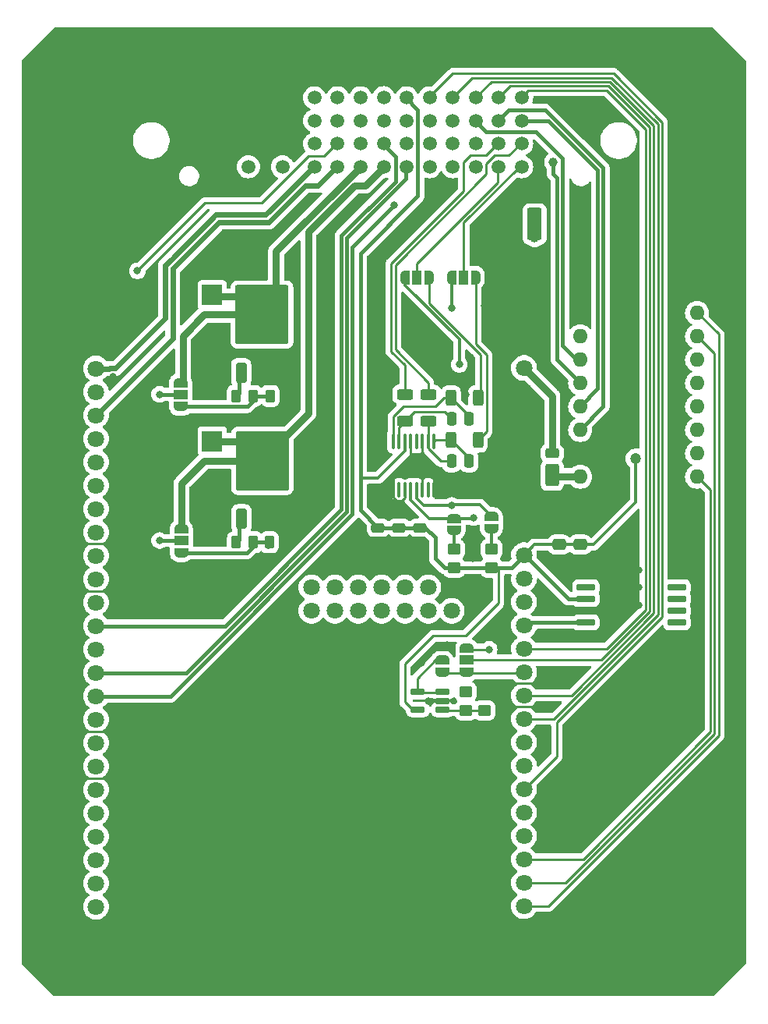
<source format=gbr>
%TF.GenerationSoftware,KiCad,Pcbnew,8.0.5*%
%TF.CreationDate,2024-11-12T15:31:54+01:00*%
%TF.ProjectId,Core4GPZ_rev0-1,436f7265-3447-4505-9a5f-726576302d31,rev?*%
%TF.SameCoordinates,Original*%
%TF.FileFunction,Copper,L1,Top*%
%TF.FilePolarity,Positive*%
%FSLAX46Y46*%
G04 Gerber Fmt 4.6, Leading zero omitted, Abs format (unit mm)*
G04 Created by KiCad (PCBNEW 8.0.5) date 2024-11-12 15:31:54*
%MOMM*%
%LPD*%
G01*
G04 APERTURE LIST*
G04 Aperture macros list*
%AMRoundRect*
0 Rectangle with rounded corners*
0 $1 Rounding radius*
0 $2 $3 $4 $5 $6 $7 $8 $9 X,Y pos of 4 corners*
0 Add a 4 corners polygon primitive as box body*
4,1,4,$2,$3,$4,$5,$6,$7,$8,$9,$2,$3,0*
0 Add four circle primitives for the rounded corners*
1,1,$1+$1,$2,$3*
1,1,$1+$1,$4,$5*
1,1,$1+$1,$6,$7*
1,1,$1+$1,$8,$9*
0 Add four rect primitives between the rounded corners*
20,1,$1+$1,$2,$3,$4,$5,0*
20,1,$1+$1,$4,$5,$6,$7,0*
20,1,$1+$1,$6,$7,$8,$9,0*
20,1,$1+$1,$8,$9,$2,$3,0*%
%AMFreePoly0*
4,1,19,0.550000,-0.750000,0.000000,-0.750000,0.000000,-0.744911,-0.071157,-0.744911,-0.207708,-0.704816,-0.327430,-0.627875,-0.420627,-0.520320,-0.479746,-0.390866,-0.500000,-0.250000,-0.500000,0.250000,-0.479746,0.390866,-0.420627,0.520320,-0.327430,0.627875,-0.207708,0.704816,-0.071157,0.744911,0.000000,0.744911,0.000000,0.750000,0.550000,0.750000,0.550000,-0.750000,0.550000,-0.750000,
$1*%
%AMFreePoly1*
4,1,19,0.000000,0.744911,0.071157,0.744911,0.207708,0.704816,0.327430,0.627875,0.420627,0.520320,0.479746,0.390866,0.500000,0.250000,0.500000,-0.250000,0.479746,-0.390866,0.420627,-0.520320,0.327430,-0.627875,0.207708,-0.704816,0.071157,-0.744911,0.000000,-0.744911,0.000000,-0.750000,-0.550000,-0.750000,-0.550000,0.750000,0.000000,0.750000,0.000000,0.744911,0.000000,0.744911,
$1*%
%AMFreePoly2*
4,1,19,0.500000,-0.750000,0.000000,-0.750000,0.000000,-0.744911,-0.071157,-0.744911,-0.207708,-0.704816,-0.327430,-0.627875,-0.420627,-0.520320,-0.479746,-0.390866,-0.500000,-0.250000,-0.500000,0.250000,-0.479746,0.390866,-0.420627,0.520320,-0.327430,0.627875,-0.207708,0.704816,-0.071157,0.744911,0.000000,0.744911,0.000000,0.750000,0.500000,0.750000,0.500000,-0.750000,0.500000,-0.750000,
$1*%
%AMFreePoly3*
4,1,19,0.000000,0.744911,0.071157,0.744911,0.207708,0.704816,0.327430,0.627875,0.420627,0.520320,0.479746,0.390866,0.500000,0.250000,0.500000,-0.250000,0.479746,-0.390866,0.420627,-0.520320,0.327430,-0.627875,0.207708,-0.704816,0.071157,-0.744911,0.000000,-0.744911,0.000000,-0.750000,-0.500000,-0.750000,-0.500000,0.750000,0.000000,0.750000,0.000000,0.744911,0.000000,0.744911,
$1*%
G04 Aperture macros list end*
%TA.AperFunction,ComponentPad*%
%ADD10C,1.500000*%
%TD*%
%TA.AperFunction,ComponentPad*%
%ADD11R,2.200000X2.200000*%
%TD*%
%TA.AperFunction,ComponentPad*%
%ADD12O,2.200000X2.200000*%
%TD*%
%TA.AperFunction,SMDPad,CuDef*%
%ADD13RoundRect,0.250000X0.312500X0.625000X-0.312500X0.625000X-0.312500X-0.625000X0.312500X-0.625000X0*%
%TD*%
%TA.AperFunction,SMDPad,CuDef*%
%ADD14RoundRect,0.250000X0.262500X0.450000X-0.262500X0.450000X-0.262500X-0.450000X0.262500X-0.450000X0*%
%TD*%
%TA.AperFunction,SMDPad,CuDef*%
%ADD15RoundRect,0.250000X-0.500000X0.950000X-0.500000X-0.950000X0.500000X-0.950000X0.500000X0.950000X0*%
%TD*%
%TA.AperFunction,SMDPad,CuDef*%
%ADD16RoundRect,0.250000X-0.500000X0.275000X-0.500000X-0.275000X0.500000X-0.275000X0.500000X0.275000X0*%
%TD*%
%TA.AperFunction,SMDPad,CuDef*%
%ADD17RoundRect,0.250000X-0.625000X0.312500X-0.625000X-0.312500X0.625000X-0.312500X0.625000X0.312500X0*%
%TD*%
%TA.AperFunction,SMDPad,CuDef*%
%ADD18RoundRect,0.250000X-0.450000X0.350000X-0.450000X-0.350000X0.450000X-0.350000X0.450000X0.350000X0*%
%TD*%
%TA.AperFunction,SMDPad,CuDef*%
%ADD19FreePoly0,270.000000*%
%TD*%
%TA.AperFunction,SMDPad,CuDef*%
%ADD20R,1.500000X1.000000*%
%TD*%
%TA.AperFunction,SMDPad,CuDef*%
%ADD21FreePoly1,270.000000*%
%TD*%
%TA.AperFunction,SMDPad,CuDef*%
%ADD22RoundRect,0.250000X-0.475000X0.250000X-0.475000X-0.250000X0.475000X-0.250000X0.475000X0.250000X0*%
%TD*%
%TA.AperFunction,SMDPad,CuDef*%
%ADD23RoundRect,0.250000X-0.550000X1.500000X-0.550000X-1.500000X0.550000X-1.500000X0.550000X1.500000X0*%
%TD*%
%TA.AperFunction,SMDPad,CuDef*%
%ADD24RoundRect,0.250000X0.475000X-0.337500X0.475000X0.337500X-0.475000X0.337500X-0.475000X-0.337500X0*%
%TD*%
%TA.AperFunction,SMDPad,CuDef*%
%ADD25FreePoly2,270.000000*%
%TD*%
%TA.AperFunction,SMDPad,CuDef*%
%ADD26FreePoly3,270.000000*%
%TD*%
%TA.AperFunction,SMDPad,CuDef*%
%ADD27RoundRect,0.250000X0.350000X-0.850000X0.350000X0.850000X-0.350000X0.850000X-0.350000X-0.850000X0*%
%TD*%
%TA.AperFunction,SMDPad,CuDef*%
%ADD28RoundRect,0.250000X1.125000X-1.275000X1.125000X1.275000X-1.125000X1.275000X-1.125000X-1.275000X0*%
%TD*%
%TA.AperFunction,SMDPad,CuDef*%
%ADD29RoundRect,0.249997X2.650003X-2.950003X2.650003X2.950003X-2.650003X2.950003X-2.650003X-2.950003X0*%
%TD*%
%TA.AperFunction,SMDPad,CuDef*%
%ADD30FreePoly2,90.000000*%
%TD*%
%TA.AperFunction,SMDPad,CuDef*%
%ADD31FreePoly3,90.000000*%
%TD*%
%TA.AperFunction,ComponentPad*%
%ADD32C,5.600000*%
%TD*%
%TA.AperFunction,ComponentPad*%
%ADD33C,1.800000*%
%TD*%
%TA.AperFunction,ComponentPad*%
%ADD34C,5.500000*%
%TD*%
%TA.AperFunction,SMDPad,CuDef*%
%ADD35RoundRect,0.250000X-0.250000X-0.475000X0.250000X-0.475000X0.250000X0.475000X-0.250000X0.475000X0*%
%TD*%
%TA.AperFunction,SMDPad,CuDef*%
%ADD36FreePoly1,0.000000*%
%TD*%
%TA.AperFunction,SMDPad,CuDef*%
%ADD37R,1.000000X1.500000*%
%TD*%
%TA.AperFunction,SMDPad,CuDef*%
%ADD38FreePoly0,0.000000*%
%TD*%
%TA.AperFunction,SMDPad,CuDef*%
%ADD39FreePoly0,90.000000*%
%TD*%
%TA.AperFunction,SMDPad,CuDef*%
%ADD40FreePoly1,90.000000*%
%TD*%
%TA.AperFunction,SMDPad,CuDef*%
%ADD41RoundRect,0.162500X0.617500X0.162500X-0.617500X0.162500X-0.617500X-0.162500X0.617500X-0.162500X0*%
%TD*%
%TA.AperFunction,SMDPad,CuDef*%
%ADD42RoundRect,0.250000X0.250000X0.475000X-0.250000X0.475000X-0.250000X-0.475000X0.250000X-0.475000X0*%
%TD*%
%TA.AperFunction,SMDPad,CuDef*%
%ADD43RoundRect,0.250000X0.450000X-0.350000X0.450000X0.350000X-0.450000X0.350000X-0.450000X-0.350000X0*%
%TD*%
%TA.AperFunction,SMDPad,CuDef*%
%ADD44RoundRect,0.187500X-0.812500X-0.187500X0.812500X-0.187500X0.812500X0.187500X-0.812500X0.187500X0*%
%TD*%
%TA.AperFunction,ComponentPad*%
%ADD45R,1.600000X1.600000*%
%TD*%
%TA.AperFunction,ComponentPad*%
%ADD46O,1.600000X1.600000*%
%TD*%
%TA.AperFunction,SMDPad,CuDef*%
%ADD47RoundRect,0.250000X-0.262500X-0.450000X0.262500X-0.450000X0.262500X0.450000X-0.262500X0.450000X0*%
%TD*%
%TA.AperFunction,SMDPad,CuDef*%
%ADD48RoundRect,0.100000X0.100000X-0.712500X0.100000X0.712500X-0.100000X0.712500X-0.100000X-0.712500X0*%
%TD*%
%TA.AperFunction,ViaPad*%
%ADD49C,0.800000*%
%TD*%
%TA.AperFunction,ViaPad*%
%ADD50C,1.000000*%
%TD*%
%TA.AperFunction,ViaPad*%
%ADD51C,1.200000*%
%TD*%
%TA.AperFunction,Conductor*%
%ADD52C,0.300000*%
%TD*%
%TA.AperFunction,Conductor*%
%ADD53C,0.250000*%
%TD*%
%TA.AperFunction,Conductor*%
%ADD54C,0.400000*%
%TD*%
%TA.AperFunction,Conductor*%
%ADD55C,0.750000*%
%TD*%
%TA.AperFunction,Conductor*%
%ADD56C,0.500000*%
%TD*%
%TA.AperFunction,Conductor*%
%ADD57C,0.600000*%
%TD*%
G04 APERTURE END LIST*
D10*
%TO.P,U1,1,1A*%
%TO.N,CAM_SNSR*%
X131813000Y-53855000D03*
%TO.P,U1,2,1B*%
%TO.N,CRANK_SNSR*%
X129313000Y-53855000D03*
%TO.P,U1,3,1C*%
%TO.N,unconnected-(U1A-1C-Pad3)*%
X126813000Y-53855000D03*
%TO.P,U1,4,1D*%
%TO.N,unconnected-(U1A-1D-Pad4)*%
X124313000Y-53855000D03*
%TO.P,U1,5,1E*%
%TO.N,unconnected-(U1A-1E-Pad5)*%
X121813000Y-53855000D03*
%TO.P,U1,6,1F*%
%TO.N,/FUEL_PUMP*%
X119313000Y-53855000D03*
%TO.P,U1,7,1G*%
%TO.N,IGN_COIL2_DRIVE*%
X116813000Y-53855000D03*
%TO.P,U1,8,1H*%
%TO.N,IGN_COIL1_DRIVE*%
X114313000Y-53855000D03*
%TO.P,U1,9,1J*%
%TO.N,/INJ2_TRIG*%
X111813000Y-53855000D03*
%TO.P,U1,10,1K*%
%TO.N,/INJ1_TRIG*%
X109313000Y-53855000D03*
%TO.P,U1,11,2A*%
%TO.N,CAM_SNSR_VR-*%
X131813000Y-51355000D03*
%TO.P,U1,12,2B*%
%TO.N,CRANK_SNSR_VR-*%
X129313000Y-51355000D03*
%TO.P,U1,13,2C*%
%TO.N,unconnected-(U1A-2C-Pad13)*%
X126813000Y-51355000D03*
%TO.P,U1,14,2D*%
%TO.N,unconnected-(U1A-2D-Pad14)*%
X124313000Y-51355000D03*
%TO.P,U1,15,2E*%
%TO.N,unconnected-(U1A-2E-Pad15)*%
X121813000Y-51355000D03*
%TO.P,U1,16,2F*%
%TO.N,/FAN_CTL*%
X119313000Y-51355000D03*
%TO.P,U1,17,2G*%
%TO.N,/IDLE_1*%
X116813000Y-51355000D03*
%TO.P,U1,18,2H*%
%TO.N,unconnected-(U1A-2H-Pad18)*%
X114313000Y-51355000D03*
%TO.P,U1,19,2J*%
%TO.N,/TACHO_OUT*%
X111813000Y-51355000D03*
%TO.P,U1,20,2K*%
%TO.N,BIKE_+12V_SWITCHED_IN*%
X109313000Y-51355000D03*
%TO.P,U1,21,3A*%
%TO.N,Stepper_B1*%
X131813000Y-48855000D03*
%TO.P,U1,22,3B*%
%TO.N,Stepper_B2*%
X129313000Y-48855000D03*
%TO.P,U1,23,3C*%
%TO.N,Stepper_A2*%
X126813000Y-48855000D03*
%TO.P,U1,24,3D*%
%TO.N,Stepper_A1*%
X124313000Y-48855000D03*
%TO.P,U1,25,3E*%
%TO.N,unconnected-(U1B-3E-Pad25)*%
X121813000Y-48855000D03*
%TO.P,U1,26,3F*%
%TO.N,unconnected-(U1B-3F-Pad26)*%
X119313000Y-48855000D03*
%TO.P,U1,27,3G*%
%TO.N,unconnected-(U1B-3G-Pad27)*%
X116813000Y-48855000D03*
%TO.P,U1,28,3H*%
%TO.N,unconnected-(U1B-3H-Pad28)*%
X114313000Y-48855000D03*
%TO.P,U1,29,3J*%
%TO.N,unconnected-(U1B-3J-Pad29)*%
X111813000Y-48855000D03*
%TO.P,U1,30,3K*%
%TO.N,unconnected-(U1B-3K-Pad30)*%
X109313000Y-48855000D03*
%TO.P,U1,31,4A*%
%TO.N,/TPS_SNSR*%
X131813000Y-46355000D03*
%TO.P,U1,32,4B*%
%TO.N,CLT_SNSR*%
X129313000Y-46355000D03*
%TO.P,U1,33,4C*%
%TO.N,/IAT_SNSR*%
X126813000Y-46355000D03*
%TO.P,U1,34,4D*%
%TO.N,/02_SNSR*%
X124313000Y-46355000D03*
%TO.P,U1,35,4E*%
%TO.N,/FLEX_SNSR*%
X121813000Y-46355000D03*
%TO.P,U1,36,4F*%
%TO.N,SNSR_+5V*%
X119313000Y-46355000D03*
%TO.P,U1,37,4G*%
%TO.N,SHIFT+*%
X116813000Y-46355000D03*
%TO.P,U1,38,4H*%
%TO.N,NEUTRAL_SW*%
X114313000Y-46355000D03*
%TO.P,U1,39,4J*%
%TO.N,Clutch_SW*%
X111813000Y-46355000D03*
%TO.P,U1,40,4K*%
%TO.N,SideStand_SW*%
X109313000Y-46355000D03*
%TO.P,U1,41,1L*%
%TO.N,BIKE_+12V_SWITCHED_IN*%
X105813000Y-53855000D03*
%TO.P,U1,42,1M*%
X102113000Y-53855000D03*
%TO.P,U1,43,2L*%
%TO.N,GND*%
X105813000Y-51355000D03*
%TO.P,U1,44,2M*%
X102113000Y-51355000D03*
%TO.P,U1,45,3L*%
X105813000Y-48855000D03*
%TO.P,U1,46,3M*%
X102113000Y-48855000D03*
%TO.P,U1,47,4L*%
X105813000Y-46355000D03*
%TO.P,U1,48,4M*%
X102113000Y-46355000D03*
%TD*%
D11*
%TO.P,D5,1,K*%
%TO.N,IGN_COIL1_DRIVE*%
X98176000Y-67759000D03*
D12*
%TO.P,D5,2,A*%
%TO.N,GND*%
X98176000Y-77919000D03*
%TD*%
D13*
%TO.P,R7,1*%
%TO.N,Net-(JP3-B)*%
X127057750Y-78939000D03*
%TO.P,R7,2*%
%TO.N,Net-(IC1-IN1+)*%
X124132750Y-78939000D03*
%TD*%
D14*
%TO.P,R3,1*%
%TO.N,GND*%
X106318500Y-78734000D03*
%TO.P,R3,2*%
%TO.N,Net-(JP1-B)*%
X104493500Y-78734000D03*
%TD*%
D15*
%TO.P,D4,1,K*%
%TO.N,Net-(A1-VMOT)*%
X135133000Y-87338000D03*
D16*
%TO.P,D4,2,A*%
%TO.N,BIKE_+12V_SWITCHED_IN*%
X135133000Y-84963000D03*
%TD*%
D17*
%TO.P,R8,1*%
%TO.N,CRANK_SNSR_VR-*%
X119131000Y-78554000D03*
%TO.P,R8,2*%
%TO.N,Net-(IC1-IN1-)*%
X119131000Y-81479000D03*
%TD*%
D18*
%TO.P,R14,1*%
%TO.N,Net-(JP8-B)*%
X128529000Y-95377000D03*
%TO.P,R14,2*%
%TO.N,SNSR_+5V*%
X128529000Y-97377000D03*
%TD*%
D19*
%TO.P,JP1,1,A*%
%TO.N,IGN_COIL1_DRIVE*%
X94747000Y-77284000D03*
D20*
%TO.P,JP1,2,C*%
%TO.N,IGN_TRIG_1*%
X94747000Y-78584000D03*
D21*
%TO.P,JP1,3,B*%
%TO.N,Net-(JP1-B)*%
X94747000Y-79884000D03*
%TD*%
D17*
%TO.P,R9,1*%
%TO.N,CAM_SNSR_VR-*%
X121671000Y-78554000D03*
%TO.P,R9,2*%
%TO.N,Net-(IC1-IN2-)*%
X121671000Y-81479000D03*
%TD*%
D22*
%TO.P,C9,1*%
%TO.N,SNSR_+5V*%
X116210000Y-93030000D03*
%TO.P,C9,2*%
%TO.N,GND*%
X116210000Y-94930000D03*
%TD*%
D23*
%TO.P,C1,1*%
%TO.N,BIKE_+12V_SWITCHED_IN*%
X133228000Y-60071000D03*
%TO.P,C1,2*%
%TO.N,GND*%
X133228000Y-65471000D03*
%TD*%
D24*
%TO.P,C3,1*%
%TO.N,SNSR_+5V*%
X135895000Y-94869000D03*
%TO.P,C3,2*%
%TO.N,GND*%
X135895000Y-92794000D03*
%TD*%
D25*
%TO.P,JP7,1,A*%
%TO.N,CRANK_SIGNAL*%
X124465000Y-92045000D03*
D26*
%TO.P,JP7,2,B*%
%TO.N,Net-(JP7-B)*%
X124465000Y-93345000D03*
%TD*%
D25*
%TO.P,JP8,1,A*%
%TO.N,CAM_SIGNAL*%
X128529000Y-91821000D03*
D26*
%TO.P,JP8,2,B*%
%TO.N,Net-(JP8-B)*%
X128529000Y-93121000D03*
%TD*%
D27*
%TO.P,Q2,1,G*%
%TO.N,Net-(Q2-G)*%
X101351000Y-92075000D03*
D28*
%TO.P,Q2,2,C*%
%TO.N,IGN_COIL2_DRIVE*%
X102106000Y-87450000D03*
X105156000Y-87450000D03*
D29*
X103631000Y-85775000D03*
D28*
X102106000Y-84100000D03*
X105156000Y-84100000D03*
D27*
%TO.P,Q2,3,E*%
%TO.N,GND*%
X105911000Y-92075000D03*
%TD*%
D30*
%TO.P,JP6,1,A*%
%TO.N,CLT_5V*%
X123195000Y-108712000D03*
D31*
%TO.P,JP6,2,B*%
%TO.N,Net-(JP6-B)*%
X123195000Y-107412000D03*
%TD*%
D32*
%TO.P,M3,1*%
%TO.N,GND*%
X82047000Y-62611000D03*
%TD*%
D33*
%TO.P,U2,1,INJ1*%
%TO.N,/INJ1_TRIG*%
X85546000Y-75759000D03*
%TO.P,U2,2,INJ1*%
%TO.N,unconnected-(U2A-INJ1-Pad2)*%
X85546000Y-78299000D03*
%TO.P,U2,3,INJ2*%
%TO.N,/INJ2_TRIG*%
X85546000Y-80839000D03*
%TO.P,U2,4,INJ2*%
%TO.N,unconnected-(U2A-INJ2-Pad4)*%
X85546000Y-83379000D03*
%TO.P,U2,5,INJ3*%
%TO.N,unconnected-(U2A-INJ3-Pad5)*%
X85546000Y-85919000D03*
%TO.P,U2,6,INJ3*%
%TO.N,unconnected-(U2A-INJ3-Pad6)*%
X85546000Y-88459000D03*
%TO.P,U2,7,INJ4*%
%TO.N,unconnected-(U2A-INJ4-Pad7)*%
X85546000Y-90999000D03*
%TO.P,U2,8,INJ4*%
%TO.N,unconnected-(U2A-INJ4-Pad8)*%
X85546000Y-93539000D03*
%TO.P,U2,9,BOOST*%
%TO.N,unconnected-(U2A-BOOST-Pad9)*%
X85546000Y-96079000D03*
%TO.P,U2,10,VVT*%
%TO.N,unconnected-(U2A-VVT-Pad10)*%
X85546000Y-98619000D03*
%TO.P,U2,11,IDLED2*%
%TO.N,unconnected-(U2A-IDLED2-Pad11)*%
X85546000Y-101159000D03*
%TO.P,U2,12,IDLED1*%
%TO.N,/IDLE_1*%
X85546000Y-103699000D03*
%TO.P,U2,13,TACHO*%
%TO.N,/TACHO_OUT*%
X85546000Y-106239000D03*
%TO.P,U2,14,FUELP*%
%TO.N,/FUEL_PUMP*%
X85546000Y-108779000D03*
%TO.P,U2,15,FAN*%
%TO.N,/FAN_CTL*%
X85546000Y-111319000D03*
%TO.P,U2,16,LC1*%
%TO.N,unconnected-(U2A-LC1-Pad16)*%
X85546000Y-113859000D03*
%TO.P,U2,17,D36*%
%TO.N,unconnected-(U2A-D36-Pad17)*%
X85546000Y-116399000D03*
%TO.P,U2,18,D35*%
%TO.N,unconnected-(U2A-D35-Pad18)*%
X85546000Y-118939000D03*
%TO.P,U2,19,D34*%
%TO.N,unconnected-(U2A-D34-Pad19)*%
X85546000Y-121479000D03*
%TO.P,U2,20,D33*%
%TO.N,unconnected-(U2A-D33-Pad20)*%
X85546000Y-124019000D03*
%TO.P,U2,21,IGN1*%
%TO.N,IGN_TRIG_1*%
X85546000Y-126559000D03*
%TO.P,U2,22,IGN2*%
%TO.N,IGN_TRIG_2*%
X85546000Y-129099000D03*
%TO.P,U2,23,IGN3*%
%TO.N,unconnected-(U2A-IGN3-Pad23)*%
X85546000Y-131639000D03*
%TO.P,U2,24,IGN4*%
%TO.N,unconnected-(U2A-IGN4-Pad24)*%
X85546000Y-134179000D03*
%TO.P,U2,25,+12V*%
%TO.N,BIKE_+12V_SWITCHED_IN*%
X132076000Y-75699000D03*
%TO.P,U2,26,EARTH*%
%TO.N,GND*%
X132076000Y-78239000D03*
%TO.P,U2,27,EARTH*%
X132076000Y-80779000D03*
%TO.P,U2,28,EARTH*%
X132076000Y-83319000D03*
%TO.P,U2,29,EARTH*%
X132076000Y-85859000D03*
%TO.P,U2,30,EARTH*%
X132076000Y-88399000D03*
%TO.P,U2,31,EARTH*%
X132076000Y-90939000D03*
%TO.P,U2,32,EARTH*%
X132076000Y-93479000D03*
%TO.P,U2,33,+5V*%
%TO.N,SNSR_+5V*%
X132076000Y-96019000D03*
%TO.P,U2,34,RPM1*%
%TO.N,CRANK_SIGNAL*%
X132076000Y-98559000D03*
%TO.P,U2,35,RPM2*%
%TO.N,CAM_SIGNAL*%
X132076000Y-101099000D03*
%TO.P,U2,36,MAP_IN*%
%TO.N,Net-(U2B-MAP_IN)*%
X132076000Y-103639000D03*
%TO.P,U2,37,TPS*%
%TO.N,/TPS_SNSR*%
X132076000Y-106179000D03*
%TO.P,U2,38,CLT*%
%TO.N,CLT_5V*%
X132076000Y-108719000D03*
%TO.P,U2,39,IAT*%
%TO.N,/IAT_SNSR*%
X132076000Y-111259000D03*
%TO.P,U2,40,02*%
%TO.N,/02_SNSR*%
X132076000Y-113799000D03*
%TO.P,U2,41,LAUNCH*%
%TO.N,unconnected-(U2B-LAUNCH-Pad41)*%
X132076000Y-116339000D03*
%TO.P,U2,42,KNOCK*%
%TO.N,unconnected-(U2B-KNOCK-Pad42)*%
X132076000Y-118879000D03*
%TO.P,U2,43,FLEX*%
%TO.N,/FLEX_SNSR*%
X132076000Y-121419000D03*
%TO.P,U2,44,SPR_IN1*%
%TO.N,SHIFT+*%
X132076000Y-123959000D03*
%TO.P,U2,45,SPR_IN2*%
%TO.N,SAFE_SIGNAL*%
X132076000Y-126499000D03*
%TO.P,U2,46,ENBL*%
%TO.N,EN*%
X132076000Y-129039000D03*
%TO.P,U2,47,STEP*%
%TO.N,STEP*%
X132076000Y-131579000D03*
%TO.P,U2,48,DIR*%
%TO.N,DIR*%
X132076000Y-134119000D03*
%TO.P,U2,49,RST*%
%TO.N,unconnected-(U2C-RST-Pad49)*%
X108966000Y-99509000D03*
%TO.P,U2,50,SS1*%
%TO.N,unconnected-(U2C-SS1-Pad50)*%
X108966000Y-102049000D03*
%TO.P,U2,51,MISO*%
%TO.N,unconnected-(U2C-MISO-Pad51)*%
X111506000Y-99509000D03*
%TO.P,U2,52,MOSI*%
%TO.N,unconnected-(U2C-MOSI-Pad52)*%
X111506000Y-102049000D03*
%TO.P,U2,53,SCK*%
%TO.N,unconnected-(U2C-SCK-Pad53)*%
X114046000Y-99509000D03*
%TO.P,U2,54,SS0*%
%TO.N,unconnected-(U2C-SS0-Pad54)*%
X114046000Y-102049000D03*
%TO.P,U2,55,TX2*%
%TO.N,unconnected-(U2C-TX2-Pad55)*%
X116586000Y-99509000D03*
%TO.P,U2,56,RX2*%
%TO.N,unconnected-(U2C-RX2-Pad56)*%
X116586000Y-102049000D03*
%TO.P,U2,57,RX0*%
%TO.N,unconnected-(U2C-RX0-Pad57)*%
X119126000Y-99509000D03*
%TO.P,U2,58,TX0*%
%TO.N,unconnected-(U2C-TX0-Pad58)*%
X119126000Y-102049000D03*
%TO.P,U2,59,TX3*%
%TO.N,unconnected-(U2C-TX3-Pad59)*%
X121666000Y-99509000D03*
%TO.P,U2,60,RX3*%
%TO.N,unconnected-(U2C-RX3-Pad60)*%
X121666000Y-102049000D03*
%TO.P,U2,61,EARTH*%
%TO.N,GND*%
X124206000Y-99509000D03*
%TO.P,U2,62,+5V*%
%TO.N,unconnected-(U2C-+5V-Pad62)*%
X124206000Y-102049000D03*
D34*
%TO.P,U2,100*%
%TO.N,GND*%
X86546000Y-70759000D03*
%TO.P,U2,101*%
X131196000Y-70739000D03*
%TO.P,U2,102*%
X131196000Y-139149000D03*
%TO.P,U2,103*%
X86546000Y-139159000D03*
%TD*%
D18*
%TO.P,R11,1*%
%TO.N,Net-(JP5-B)*%
X125735000Y-110871000D03*
%TO.P,R11,2*%
%TO.N,Net-(U4-+)*%
X125735000Y-112871000D03*
%TD*%
D22*
%TO.P,C8,1*%
%TO.N,SNSR_+5V*%
X118496000Y-93030000D03*
%TO.P,C8,2*%
%TO.N,GND*%
X118496000Y-94930000D03*
%TD*%
D27*
%TO.P,Q1,1,G*%
%TO.N,Net-(Q1-G)*%
X101318500Y-76194000D03*
D28*
%TO.P,Q1,2,C*%
%TO.N,IGN_COIL1_DRIVE*%
X102073500Y-71569000D03*
X105123500Y-71569000D03*
D29*
X103598500Y-69894000D03*
D28*
X102073500Y-68219000D03*
X105123500Y-68219000D03*
D27*
%TO.P,Q1,3,E*%
%TO.N,GND*%
X105878500Y-76194000D03*
%TD*%
D13*
%TO.P,R10,1*%
%TO.N,Net-(JP4-B)*%
X127057750Y-83511000D03*
%TO.P,R10,2*%
%TO.N,Net-(IC1-IN2+)*%
X124132750Y-83511000D03*
%TD*%
D35*
%TO.P,C7,1*%
%TO.N,Net-(IC1-IN2-)*%
X124196250Y-85797000D03*
%TO.P,C7,2*%
%TO.N,Net-(IC1-IN2+)*%
X126096250Y-85797000D03*
%TD*%
D24*
%TO.P,C2,1*%
%TO.N,SNSR_+5V*%
X138181000Y-94869000D03*
%TO.P,C2,2*%
%TO.N,GND*%
X138181000Y-92794000D03*
%TD*%
D22*
%TO.P,C6,1*%
%TO.N,SNSR_+5V*%
X120782000Y-93030000D03*
%TO.P,C6,2*%
%TO.N,GND*%
X120782000Y-94930000D03*
%TD*%
D32*
%TO.P,M3,1*%
%TO.N,GND*%
X97287000Y-139319000D03*
%TD*%
D36*
%TO.P,JP3,3,B*%
%TO.N,Net-(JP3-B)*%
X121731000Y-65854000D03*
D37*
%TO.P,JP3,2,C*%
%TO.N,CRANK_SNSR*%
X120431000Y-65854000D03*
D38*
%TO.P,JP3,1,A*%
%TO.N,CRANK_SIGNAL*%
X119131000Y-65854000D03*
%TD*%
D39*
%TO.P,JP5,1,A*%
%TO.N,CLT_5V*%
X125862000Y-108712000D03*
D20*
%TO.P,JP5,2,C*%
%TO.N,CLT_SNSR*%
X125862000Y-107412000D03*
D40*
%TO.P,JP5,3,B*%
%TO.N,Net-(JP5-B)*%
X125862000Y-106112000D03*
%TD*%
D32*
%TO.P,M3,1*%
%TO.N,GND*%
X151643000Y-62611000D03*
%TD*%
D41*
%TO.P,U4,1,+*%
%TO.N,Net-(U4-+)*%
X123228000Y-112776000D03*
%TO.P,U4,2,V-*%
%TO.N,GND*%
X123228000Y-111826000D03*
%TO.P,U4,3,-*%
%TO.N,Net-(JP6-B)*%
X123228000Y-110876000D03*
%TO.P,U4,4*%
X120528000Y-110876000D03*
%TO.P,U4,5,V+*%
%TO.N,SNSR_+5V*%
X120528000Y-112776000D03*
%TD*%
D38*
%TO.P,JP4,1,A*%
%TO.N,CAM_SIGNAL*%
X124211000Y-65854000D03*
D37*
%TO.P,JP4,2,C*%
%TO.N,CAM_SNSR*%
X125511000Y-65854000D03*
D36*
%TO.P,JP4,3,B*%
%TO.N,Net-(JP4-B)*%
X126811000Y-65854000D03*
%TD*%
D42*
%TO.P,C5,1*%
%TO.N,Net-(IC1-IN1+)*%
X126096250Y-81225000D03*
%TO.P,C5,2*%
%TO.N,Net-(IC1-IN1-)*%
X124196250Y-81225000D03*
%TD*%
D19*
%TO.P,JP2,1,A*%
%TO.N,IGN_COIL2_DRIVE*%
X94826000Y-93159000D03*
D20*
%TO.P,JP2,2,C*%
%TO.N,IGN_TRIG_2*%
X94826000Y-94459000D03*
D21*
%TO.P,JP2,3,B*%
%TO.N,Net-(JP2-B)*%
X94826000Y-95759000D03*
%TD*%
D43*
%TO.P,R12,1*%
%TO.N,Net-(U4-+)*%
X127767000Y-112871000D03*
%TO.P,R12,2*%
%TO.N,GND*%
X127767000Y-110871000D03*
%TD*%
D44*
%TO.P,U3,1*%
%TO.N,N/C*%
X138816000Y-99509000D03*
%TO.P,U3,2,Vs*%
%TO.N,SNSR_+5V*%
X138816000Y-100779000D03*
%TO.P,U3,3,GND*%
%TO.N,GND*%
X138816000Y-102049000D03*
%TO.P,U3,4,Vout*%
%TO.N,Net-(U2B-MAP_IN)*%
X138816000Y-103319000D03*
%TO.P,U3,5*%
%TO.N,N/C*%
X148722000Y-103319000D03*
%TO.P,U3,6*%
X148722000Y-102049000D03*
%TO.P,U3,7*%
X148722000Y-100779000D03*
%TO.P,U3,8*%
X148722000Y-99509000D03*
%TD*%
D45*
%TO.P,A1,1,GND*%
%TO.N,GND*%
X138181000Y-69723000D03*
D46*
%TO.P,A1,2,~{FLT}*%
%TO.N,unconnected-(A1-~{FLT}-Pad2)*%
X138181000Y-72263000D03*
%TO.P,A1,3,A2*%
%TO.N,Stepper_A2*%
X138181000Y-74803000D03*
%TO.P,A1,4,A1*%
%TO.N,Stepper_A1*%
X138181000Y-77343000D03*
%TO.P,A1,5,B1*%
%TO.N,Stepper_B1*%
X138181000Y-79883000D03*
%TO.P,A1,6,B2*%
%TO.N,Stepper_B2*%
X138181000Y-82423000D03*
%TO.P,A1,7,GND*%
%TO.N,GND*%
X138181000Y-84963000D03*
%TO.P,A1,8,VMOT*%
%TO.N,Net-(A1-VMOT)*%
X138181000Y-87503000D03*
%TO.P,A1,9,~{EN}*%
%TO.N,EN*%
X150881000Y-87503000D03*
%TO.P,A1,10,M0*%
%TO.N,unconnected-(A1-M0-Pad10)*%
X150881000Y-84963000D03*
%TO.P,A1,11,M1*%
%TO.N,unconnected-(A1-M1-Pad11)*%
X150881000Y-82423000D03*
%TO.P,A1,12,M2*%
%TO.N,unconnected-(A1-M2-Pad12)*%
X150881000Y-79883000D03*
%TO.P,A1,13,~{RST}*%
%TO.N,SNSR_+5V*%
X150881000Y-77343000D03*
%TO.P,A1,14,~{SLP}*%
X150881000Y-74803000D03*
%TO.P,A1,15,STEP*%
%TO.N,STEP*%
X150881000Y-72263000D03*
%TO.P,A1,16,DIR*%
%TO.N,DIR*%
X150881000Y-69723000D03*
%TD*%
D11*
%TO.P,D6,1,K*%
%TO.N,IGN_COIL2_DRIVE*%
X98176000Y-83634000D03*
D12*
%TO.P,D6,2,A*%
%TO.N,GND*%
X98176000Y-93794000D03*
%TD*%
D18*
%TO.P,R13,1*%
%TO.N,Net-(JP7-B)*%
X124465000Y-95377000D03*
%TO.P,R13,2*%
%TO.N,SNSR_+5V*%
X124465000Y-97377000D03*
%TD*%
D47*
%TO.P,R4,1*%
%TO.N,Net-(Q1-G)*%
X100763500Y-78734000D03*
%TO.P,R4,2*%
%TO.N,Net-(JP1-B)*%
X102588500Y-78734000D03*
%TD*%
%TO.P,R6,1*%
%TO.N,Net-(Q2-G)*%
X100796000Y-94609000D03*
%TO.P,R6,2*%
%TO.N,Net-(JP2-B)*%
X102621000Y-94609000D03*
%TD*%
D48*
%TO.P,IC1,1,IN_THRS1*%
%TO.N,GND*%
X117861000Y-88942500D03*
%TO.P,IC1,2,EXT1*%
%TO.N,unconnected-(IC1-EXT1-Pad2)*%
X118496000Y-88942500D03*
%TO.P,IC1,3,BIAS1*%
%TO.N,GND*%
X119131000Y-88942500D03*
%TO.P,IC1,4,COUT1*%
%TO.N,CRANK_SIGNAL*%
X119766000Y-88942500D03*
%TO.P,IC1,5,COUT2*%
%TO.N,CAM_SIGNAL*%
X120401000Y-88942500D03*
%TO.P,IC1,6,BIAS2*%
%TO.N,GND*%
X121036000Y-88942500D03*
%TO.P,IC1,7,EXT2*%
%TO.N,unconnected-(IC1-EXT2-Pad7)*%
X121671000Y-88942500D03*
%TO.P,IC1,8,INT_THRS2*%
%TO.N,GND*%
X122306000Y-88942500D03*
%TO.P,IC1,9,IN2+*%
%TO.N,Net-(IC1-IN2+)*%
X122306000Y-83667500D03*
%TO.P,IC1,10,IN2-*%
%TO.N,Net-(IC1-IN2-)*%
X121671000Y-83667500D03*
%TO.P,IC1,11,GND*%
%TO.N,GND*%
X121036000Y-83667500D03*
%TO.P,IC1,12,DIRN*%
%TO.N,unconnected-(IC1-DIRN-Pad12)*%
X120401000Y-83667500D03*
%TO.P,IC1,13,ZERO_EN*%
%TO.N,GND*%
X119766000Y-83667500D03*
%TO.P,IC1,14,VCC*%
%TO.N,SNSR_+5V*%
X119131000Y-83667500D03*
%TO.P,IC1,15,IN1-*%
%TO.N,Net-(IC1-IN1-)*%
X118496000Y-83667500D03*
%TO.P,IC1,16,IN1+*%
%TO.N,Net-(IC1-IN1+)*%
X117861000Y-83667500D03*
%TD*%
D32*
%TO.P,M3,1*%
%TO.N,GND*%
X151643000Y-139319000D03*
%TD*%
D14*
%TO.P,R5,1*%
%TO.N,GND*%
X106231000Y-94609000D03*
%TO.P,R5,2*%
%TO.N,Net-(JP2-B)*%
X104406000Y-94609000D03*
%TD*%
D49*
%TO.N,GND*%
X121163000Y-72517000D03*
X121163000Y-70739000D03*
X122941000Y-72517000D03*
X122941000Y-74549000D03*
X126243000Y-74549000D03*
X129799000Y-114935000D03*
X129799000Y-112484000D03*
X122941000Y-55499000D03*
X117607000Y-61849000D03*
X112019000Y-59563000D03*
D50*
%TO.N,BIKE_+12V_SWITCHED_IN*%
X133228000Y-60325000D03*
X133228000Y-59055000D03*
X133228000Y-61595000D03*
D51*
%TO.N,SNSR_+5V*%
X144222925Y-85539000D03*
D49*
%TO.N,IGN_TRIG_1*%
X92461000Y-78554000D03*
%TO.N,IGN_TRIG_2*%
X92461000Y-94429000D03*
%TO.N,CRANK_SIGNAL*%
X125037000Y-75311000D03*
X126597331Y-91944669D03*
%TO.N,CAM_SIGNAL*%
X124211000Y-69215000D03*
X124211000Y-90619000D03*
%TO.N,/FAN_CTL*%
X117988000Y-58039000D03*
D50*
%TO.N,Stepper_A1*%
X135260000Y-53340000D03*
D49*
%TO.N,/TACHO_OUT*%
X90048000Y-65151000D03*
%TO.N,GND*%
X121734500Y-86732500D03*
X127767000Y-68961000D03*
X104406000Y-90170000D03*
X133355000Y-57023000D03*
X109479000Y-91567000D03*
X141991000Y-129354000D03*
X110495000Y-75819000D03*
X115575000Y-70485000D03*
X149103000Y-94615000D03*
X117607000Y-109855000D03*
X154691000Y-94615000D03*
X140086000Y-84904000D03*
X127259000Y-63119000D03*
X136403000Y-78359000D03*
X123195000Y-87503000D03*
X143896000Y-127449000D03*
X102621000Y-106494000D03*
X143261000Y-121734000D03*
X87381000Y-87444000D03*
X104488500Y-74329000D03*
X107701000Y-58420000D03*
X129799000Y-67183000D03*
X88016000Y-120464000D03*
X104488500Y-76869000D03*
X124465000Y-41275000D03*
X109479000Y-84963000D03*
X119131000Y-91254000D03*
X119385000Y-72517000D03*
X141356000Y-84904000D03*
X144150000Y-62679000D03*
X110876000Y-62103000D03*
X127259000Y-60579000D03*
X140721000Y-102049000D03*
X118750000Y-96334000D03*
X116845000Y-81280000D03*
X92715000Y-90551000D03*
X92715000Y-88011000D03*
X154691000Y-77343000D03*
X147071000Y-117924000D03*
X134371000Y-109944000D03*
X116845000Y-85090000D03*
X110495000Y-73279000D03*
X110876000Y-60579000D03*
X88016000Y-130624000D03*
X106050000Y-74329000D03*
X137800000Y-59563000D03*
X154691000Y-74803000D03*
X138816000Y-97604000D03*
X82936000Y-82364000D03*
X127005000Y-41275000D03*
X140086000Y-86174000D03*
X148341000Y-84904000D03*
X125735000Y-114935000D03*
X121290000Y-74549000D03*
X134371000Y-112484000D03*
X113035000Y-58547000D03*
X140975000Y-46990000D03*
X104406000Y-92710000D03*
X144209475Y-77284000D03*
X115575000Y-81280000D03*
X99446000Y-102049000D03*
X136911000Y-97604000D03*
X140975000Y-89984000D03*
X134371000Y-121539000D03*
X140086000Y-83634000D03*
X138181000Y-133164000D03*
X103510000Y-109855000D03*
X132085000Y-41275000D03*
X99319000Y-72263000D03*
X123703000Y-114935000D03*
X150881000Y-114114000D03*
X148341000Y-72204000D03*
X112400000Y-95250000D03*
X106050000Y-107315000D03*
X122941000Y-76581000D03*
X128021000Y-99441000D03*
X144531000Y-99509000D03*
X128021000Y-72771000D03*
X87381000Y-100144000D03*
X126497000Y-102235000D03*
X91572000Y-69723000D03*
X137800000Y-62611000D03*
X120020000Y-59690000D03*
X87381000Y-94429000D03*
X129545000Y-41275000D03*
X140340000Y-48260000D03*
X98811000Y-63119000D03*
X148976000Y-116019000D03*
X137800000Y-57785000D03*
X91572000Y-66675000D03*
X92715000Y-82677000D03*
X149103000Y-90619000D03*
X110495000Y-78867000D03*
X118750000Y-60960000D03*
X148341000Y-74744000D03*
X149611000Y-121734000D03*
X144209475Y-72204000D03*
X136403000Y-80899000D03*
X97223500Y-90551000D03*
X107320000Y-106045000D03*
X103383000Y-61595000D03*
X129799000Y-78359000D03*
X138943000Y-89984000D03*
X92715000Y-83947000D03*
X105161000Y-103954000D03*
X113670000Y-95250000D03*
X137927000Y-117983000D03*
X140848000Y-112209000D03*
X116210000Y-88900000D03*
X139705000Y-46990000D03*
X129799000Y-80899000D03*
X141610000Y-48260000D03*
X154691000Y-99695000D03*
X137800000Y-49530000D03*
X125735000Y-78613000D03*
X128783000Y-58547000D03*
X127767000Y-114935000D03*
X93731000Y-100144000D03*
X129799000Y-85979000D03*
X148341000Y-108399000D03*
X133228000Y-64643000D03*
X140086000Y-131259000D03*
X148341000Y-69664000D03*
X125989000Y-89281000D03*
X92715000Y-81407000D03*
X129799000Y-83439000D03*
X118606000Y-86732500D03*
X104488500Y-75599000D03*
X144150000Y-59631000D03*
X154691000Y-97155000D03*
X136911000Y-102049000D03*
X154691000Y-82423000D03*
X145801000Y-125544000D03*
X99319000Y-87904000D03*
X139578000Y-113479000D03*
X148341000Y-109669000D03*
X137038000Y-116019000D03*
X103891000Y-105224000D03*
X140721000Y-99509000D03*
X117607000Y-111887000D03*
X149611000Y-109669000D03*
X138308000Y-114749000D03*
X92715000Y-89281000D03*
X112400000Y-96520000D03*
X97287000Y-72263000D03*
X125989000Y-87757000D03*
X87381000Y-82364000D03*
X110495000Y-70739000D03*
X154691000Y-79883000D03*
X141356000Y-123639000D03*
X113670000Y-96520000D03*
X114305000Y-57277000D03*
X122941000Y-103505000D03*
X137800000Y-61087000D03*
X102240000Y-111125000D03*
X100843000Y-61595000D03*
X91572000Y-68199000D03*
X99446000Y-100144000D03*
X141356000Y-83634000D03*
X145801000Y-109669000D03*
X121671000Y-111887000D03*
X139705000Y-41275000D03*
X120147000Y-86741000D03*
X115575000Y-77470000D03*
X153421000Y-117924000D03*
X131323000Y-65659000D03*
X126497000Y-94869000D03*
X144209475Y-69664000D03*
X121290000Y-58420000D03*
X133355000Y-52959000D03*
X144531000Y-97604000D03*
X154691000Y-102235000D03*
X97287000Y-75311000D03*
X135260000Y-46990000D03*
X136530000Y-48260000D03*
X130307000Y-57023000D03*
X120147000Y-105029000D03*
X140721000Y-97604000D03*
X110495000Y-65659000D03*
X147706000Y-123639000D03*
X100081000Y-109034000D03*
X106050000Y-90170000D03*
X96779000Y-64643000D03*
X129799000Y-90297000D03*
X116210000Y-96334000D03*
X144150000Y-61155000D03*
X136911000Y-90043000D03*
X137165000Y-41275000D03*
X149103000Y-92583000D03*
X151516000Y-119829000D03*
X145801000Y-108399000D03*
X126497000Y-96393000D03*
X108971000Y-57277000D03*
X109479000Y-82931000D03*
X133228000Y-66675000D03*
X149611000Y-108399000D03*
X99319000Y-75311000D03*
X97541000Y-100144000D03*
X95636000Y-102049000D03*
X115575000Y-85090000D03*
X120909000Y-107696000D03*
X135895000Y-120015000D03*
X144531000Y-101414000D03*
X128275000Y-89281000D03*
X88016000Y-115384000D03*
X145166000Y-119829000D03*
X144209475Y-74744000D03*
X144150000Y-57785000D03*
X149103000Y-96647000D03*
X120655000Y-96334000D03*
X129799000Y-102743000D03*
X109479000Y-89027000D03*
X106685000Y-64770000D03*
X99319000Y-90551000D03*
X109479000Y-86995000D03*
X117480000Y-91254000D03*
X128021000Y-100711000D03*
X125989000Y-76835000D03*
X104406000Y-91440000D03*
X95636000Y-100144000D03*
X134625000Y-41275000D03*
X147071000Y-109669000D03*
X116210000Y-90170000D03*
X129799000Y-88519000D03*
X101351000Y-107764000D03*
X123195000Y-89281000D03*
X133355000Y-54991000D03*
X103383000Y-64643000D03*
X123703000Y-105791000D03*
X140467000Y-115443000D03*
X134371000Y-117564000D03*
X134371000Y-104864000D03*
X133228000Y-65659000D03*
X127767000Y-104267000D03*
X134879000Y-90043000D03*
X97541000Y-102049000D03*
X104780000Y-108585000D03*
X148341000Y-77284000D03*
X121671000Y-114935000D03*
X93731000Y-102049000D03*
X106685000Y-63500000D03*
X115575000Y-65405000D03*
X87381000Y-76649000D03*
X115575000Y-67310000D03*
X117607000Y-107823000D03*
X119385000Y-70739000D03*
X97223500Y-87904000D03*
X148341000Y-82364000D03*
X141356000Y-86174000D03*
X116845000Y-77470000D03*
X129799000Y-109944000D03*
X110495000Y-68199000D03*
X115575000Y-73660000D03*
X147071000Y-108399000D03*
X126497000Y-99441000D03*
%TO.N,Net-(JP5-B)*%
X128275000Y-106239000D03*
X125735000Y-110903000D03*
%TD*%
D52*
%TO.N,CRANK_SIGNAL*%
X119131000Y-66713148D02*
X119131000Y-65854000D01*
X125037000Y-72619148D02*
X119131000Y-66713148D01*
X125037000Y-75311000D02*
X125037000Y-72619148D01*
D53*
%TO.N,Net-(JP3-B)*%
X121731000Y-68641396D02*
X121731000Y-65854000D01*
X127386000Y-74296396D02*
X121731000Y-68641396D01*
X127386000Y-78610750D02*
X127386000Y-74296396D01*
X127057750Y-78939000D02*
X127386000Y-78610750D01*
%TO.N,Net-(JP4-B)*%
X128021000Y-82547750D02*
X127057750Y-83511000D01*
X128021000Y-74295000D02*
X128021000Y-82547750D01*
X126811000Y-73085000D02*
X128021000Y-74295000D01*
X126811000Y-65854000D02*
X126811000Y-73085000D01*
D52*
%TO.N,CAM_SIGNAL*%
X124211000Y-69215000D02*
X124211000Y-65854000D01*
D54*
%TO.N,Net-(Q1-G)*%
X101097000Y-78400500D02*
X101097000Y-76415500D01*
X101097000Y-76415500D02*
X101318500Y-76194000D01*
X100763500Y-78734000D02*
X101097000Y-78400500D01*
%TO.N,Net-(Q2-G)*%
X101097000Y-92208000D02*
X101236000Y-92069000D01*
X101097000Y-94308000D02*
X101097000Y-92208000D01*
X100796000Y-94609000D02*
X101097000Y-94308000D01*
D55*
%TO.N,IGN_COIL1_DRIVE*%
X95001000Y-77030000D02*
X94747000Y-77284000D01*
X95001000Y-72204000D02*
X95001000Y-77030000D01*
X97311000Y-69894000D02*
X95001000Y-72204000D01*
X103598500Y-69894000D02*
X97311000Y-69894000D01*
D54*
%TO.N,IGN_TRIG_1*%
X94717000Y-78554000D02*
X94747000Y-78584000D01*
X92461000Y-78554000D02*
X94717000Y-78554000D01*
%TO.N,Net-(JP1-B)*%
X102588500Y-79295250D02*
X102588500Y-78734000D01*
X101999750Y-79884000D02*
X102588500Y-79295250D01*
X94747000Y-79884000D02*
X101999750Y-79884000D01*
D53*
%TO.N,GND*%
X134371000Y-112484000D02*
X129799000Y-112484000D01*
X134371000Y-109944000D02*
X129799000Y-109944000D01*
D55*
%TO.N,IGN_COIL1_DRIVE*%
X105123500Y-63044500D02*
X114313000Y-53855000D01*
X105123500Y-68219000D02*
X105123500Y-63044500D01*
D54*
%TO.N,Stepper_A2*%
X137741000Y-74744000D02*
X138181000Y-74744000D01*
X136276000Y-73279000D02*
X137741000Y-74744000D01*
X136276000Y-52959000D02*
X136276000Y-73279000D01*
X133372950Y-50055950D02*
X136276000Y-52959000D01*
X126721753Y-48841587D02*
X127936116Y-50055950D01*
%TO.N,SNSR_+5V*%
X120531455Y-47651289D02*
X119221753Y-46341587D01*
X114305000Y-63246000D02*
X120531455Y-57019545D01*
X116210000Y-93030000D02*
X114305000Y-91125000D01*
X114305000Y-91125000D02*
X114305000Y-63246000D01*
X120531455Y-57019545D02*
X120531455Y-47651289D01*
%TO.N,/IDLE_1*%
X118115000Y-52734834D02*
X116721753Y-51341587D01*
X112216000Y-61331568D02*
X118115000Y-55432568D01*
X112216000Y-91057000D02*
X112216000Y-61331568D01*
X99574000Y-103699000D02*
X112216000Y-91057000D01*
X118115000Y-55432568D02*
X118115000Y-52734834D01*
X85546000Y-103699000D02*
X99574000Y-103699000D01*
D55*
%TO.N,BIKE_+12V_SWITCHED_IN*%
X109195000Y-51465000D02*
X109195000Y-51435000D01*
X132076000Y-75699000D02*
X135133000Y-78756000D01*
X135133000Y-78756000D02*
X135133000Y-84963000D01*
D53*
%TO.N,Net-(IC1-IN1+)*%
X126096250Y-80902500D02*
X126096250Y-81225000D01*
X117861000Y-81562900D02*
X117861000Y-83667500D01*
X117861000Y-80991400D02*
X118994900Y-79857500D01*
X122442625Y-79857500D02*
X123361125Y-78939000D01*
X123361125Y-78939000D02*
X124132750Y-78939000D01*
X117861000Y-81762500D02*
X117861000Y-80991400D01*
X124132750Y-78939000D02*
X126096250Y-80902500D01*
X118994900Y-79857500D02*
X122442625Y-79857500D01*
%TO.N,Net-(IC1-IN1-)*%
X123463750Y-80492500D02*
X120117500Y-80492500D01*
X119131000Y-81479000D02*
X118496000Y-82114000D01*
X124196250Y-81225000D02*
X123463750Y-80492500D01*
X120117500Y-80492500D02*
X119131000Y-81479000D01*
X118496000Y-82114000D02*
X118496000Y-83667500D01*
D54*
%TO.N,SNSR_+5V*%
X136911000Y-100779000D02*
X132151000Y-96019000D01*
D53*
X119131000Y-111934000D02*
X119131000Y-107823000D01*
D54*
X122433000Y-94107000D02*
X121356000Y-93030000D01*
D52*
X139646000Y-94869000D02*
X133226000Y-94869000D01*
D53*
X120034000Y-112837000D02*
X119131000Y-111934000D01*
D52*
X133226000Y-94869000D02*
X132076000Y-96019000D01*
D54*
X138816000Y-100779000D02*
X136911000Y-100779000D01*
D53*
X119131000Y-107823000D02*
X122179000Y-104775000D01*
D54*
X121356000Y-93030000D02*
X120782000Y-93030000D01*
X120782000Y-93030000D02*
X118496000Y-93030000D01*
D53*
X129291000Y-101219000D02*
X129291000Y-97377000D01*
D52*
X114305000Y-87630000D02*
X116210000Y-87630000D01*
D53*
X120495000Y-112837000D02*
X120034000Y-112837000D01*
D52*
X144222925Y-85539000D02*
X144222925Y-90292075D01*
D56*
X132151000Y-96019000D02*
X132076000Y-96019000D01*
D54*
X132076000Y-96019000D02*
X130718000Y-97377000D01*
D53*
X125735000Y-104775000D02*
X129291000Y-101219000D01*
D52*
X144222925Y-90292075D02*
X139646000Y-94869000D01*
X116210000Y-87630000D02*
X119131000Y-84709000D01*
D54*
X122433000Y-96393000D02*
X122433000Y-94107000D01*
X130718000Y-97377000D02*
X123417000Y-97377000D01*
D53*
X122179000Y-104775000D02*
X125735000Y-104775000D01*
D54*
X123417000Y-97377000D02*
X122433000Y-96393000D01*
X116210000Y-93030000D02*
X118496000Y-93030000D01*
D52*
X119131000Y-84709000D02*
X119131000Y-83667500D01*
D53*
%TO.N,Net-(IC1-IN2-)*%
X124196250Y-85797000D02*
X123019188Y-85797000D01*
X123019188Y-85797000D02*
X121671000Y-84448812D01*
X121671000Y-81479000D02*
X121671000Y-83667500D01*
X121671000Y-84448812D02*
X121671000Y-83667500D01*
%TO.N,Net-(IC1-IN2+)*%
X122462500Y-83511000D02*
X122306000Y-83667500D01*
X124132750Y-83511000D02*
X126096250Y-85474500D01*
X126096250Y-85474500D02*
X126096250Y-85797000D01*
X124132750Y-83511000D02*
X122462500Y-83511000D01*
D55*
%TO.N,IGN_COIL1_DRIVE*%
X103598500Y-69894000D02*
X101643500Y-67939000D01*
X103598500Y-69894000D02*
X105077753Y-68414747D01*
X101643500Y-67939000D02*
X98143500Y-67939000D01*
X103598500Y-69744000D02*
X105123500Y-68219000D01*
X103598500Y-69894000D02*
X103598500Y-69744000D01*
%TO.N,IGN_COIL2_DRIVE*%
X102938500Y-85239000D02*
X101513500Y-83814000D01*
X103318500Y-85769000D02*
X103318500Y-85619000D01*
X103063500Y-85364000D02*
X102938500Y-85364000D01*
X103318500Y-85619000D02*
X103063500Y-85364000D01*
X102938500Y-85364000D02*
X102938500Y-85239000D01*
D54*
%TO.N,Net-(JP1-B)*%
X104493500Y-78734000D02*
X102588500Y-78734000D01*
%TO.N,IGN_TRIG_2*%
X94796000Y-94429000D02*
X94826000Y-94459000D01*
X92461000Y-94429000D02*
X94796000Y-94429000D01*
%TO.N,Net-(JP2-B)*%
X104208500Y-95066500D02*
X104208500Y-94609000D01*
X104406000Y-94609000D02*
X102621000Y-94609000D01*
X101926000Y-95759000D02*
X94826000Y-95759000D01*
X102621000Y-95064000D02*
X101926000Y-95759000D01*
X102621000Y-94609000D02*
X102621000Y-95064000D01*
D53*
%TO.N,CRANK_SNSR*%
X129221753Y-55568247D02*
X129221753Y-53841587D01*
X129195000Y-53935000D02*
X129077000Y-53935000D01*
X120431000Y-65854000D02*
X120431000Y-64359000D01*
X129221753Y-53841587D02*
X129515000Y-54134834D01*
X120431000Y-64359000D02*
X129221753Y-55568247D01*
D52*
%TO.N,CRANK_SIGNAL*%
X126597331Y-91944669D02*
X126497000Y-92045000D01*
X126497000Y-92045000D02*
X121767594Y-92045000D01*
X121767594Y-92045000D02*
X119766000Y-90043406D01*
X119766000Y-90043406D02*
X119766000Y-88942500D01*
%TO.N,CAM_SIGNAL*%
X124211000Y-90619000D02*
X124279000Y-90551000D01*
X121190122Y-90619000D02*
X120401000Y-89829878D01*
X120401000Y-89829878D02*
X120401000Y-88942500D01*
X124211000Y-90619000D02*
X121190122Y-90619000D01*
X127259000Y-90551000D02*
X128529000Y-91821000D01*
X124279000Y-90551000D02*
X127259000Y-90551000D01*
D56*
%TO.N,CAM_SNSR*%
X131695000Y-53935000D02*
X131450000Y-54180000D01*
D53*
X125511000Y-65854000D02*
X125511000Y-59915396D01*
X131584809Y-53841587D02*
X131721753Y-53841587D01*
X125511000Y-59915396D02*
X131584809Y-53841587D01*
%TO.N,Net-(JP4-B)*%
X126781000Y-66454000D02*
X126781000Y-65854000D01*
%TO.N,CRANK_SNSR_VR-*%
X119131000Y-75380396D02*
X119131000Y-78554000D01*
X117648859Y-73898255D02*
X119131000Y-75380396D01*
X125522859Y-56471745D02*
X117648859Y-64345745D01*
X127960098Y-52603242D02*
X126269114Y-52603242D01*
X125522859Y-53349497D02*
X125522859Y-56471745D01*
X129221753Y-51341587D02*
X127960098Y-52603242D01*
X126269114Y-52603242D02*
X125522859Y-53349497D01*
X117648859Y-64345745D02*
X117648859Y-73898255D01*
X119296000Y-78554000D02*
X119131000Y-78554000D01*
%TO.N,CAM_SNSR_VR-*%
X127965383Y-54665617D02*
X127965383Y-53533179D01*
X130427255Y-52636085D02*
X131721753Y-51341587D01*
X128862477Y-52636085D02*
X130427255Y-52636085D01*
X127965383Y-53533179D02*
X128862477Y-52636085D01*
X118098859Y-73711859D02*
X118098859Y-64532141D01*
X121671000Y-77284000D02*
X118098859Y-73711859D01*
X121671000Y-78554000D02*
X121671000Y-77284000D01*
X118098859Y-64532141D02*
X127965383Y-54665617D01*
D57*
%TO.N,/INJ2_TRIG*%
X98918339Y-59855000D02*
X93896000Y-64877339D01*
X104339710Y-59855000D02*
X98918339Y-59855000D01*
X93896000Y-64877339D02*
X93896000Y-72489000D01*
X111721753Y-53841587D02*
X109683340Y-55880000D01*
X108314710Y-55880000D02*
X104339710Y-59855000D01*
X109683340Y-55880000D02*
X108314710Y-55880000D01*
X93896000Y-72489000D02*
X85546000Y-80839000D01*
D54*
%TO.N,Stepper_B1*%
X131775166Y-48895000D02*
X134752000Y-48895000D01*
X140086000Y-77919000D02*
X138181000Y-79824000D01*
X134752000Y-48895000D02*
X140086000Y-54229000D01*
X131721753Y-48841587D02*
X131775166Y-48895000D01*
X140086000Y-54229000D02*
X140086000Y-77919000D01*
D53*
%TO.N,/FLEX_SNSR*%
X141789584Y-43735000D02*
X147071000Y-49016416D01*
X135641000Y-117854000D02*
X132076000Y-121419000D01*
X147071000Y-49016416D02*
X147071000Y-102689584D01*
X121695000Y-46435000D02*
X121695000Y-46368340D01*
X135641000Y-114119584D02*
X135641000Y-117854000D01*
X124328340Y-43735000D02*
X141789584Y-43735000D01*
X147071000Y-102689584D02*
X135641000Y-114119584D01*
X121695000Y-46368340D02*
X124328340Y-43735000D01*
D54*
%TO.N,/FAN_CTL*%
X113416000Y-62611000D02*
X113416000Y-91554056D01*
X93651056Y-111319000D02*
X85546000Y-111319000D01*
X117988000Y-58039000D02*
X113416000Y-62611000D01*
X113416000Y-91554056D02*
X93651056Y-111319000D01*
%TO.N,/FUEL_PUMP*%
X119221753Y-55174343D02*
X119221753Y-53841587D01*
X95342528Y-108779000D02*
X112816000Y-91305528D01*
X112816000Y-91305528D02*
X112816000Y-61580096D01*
X85546000Y-108779000D02*
X95342528Y-108779000D01*
X112816000Y-61580096D02*
X119221753Y-55174343D01*
D53*
%TO.N,/TPS_SNSR*%
X131721753Y-46341587D02*
X132528340Y-45535000D01*
X141036000Y-106179000D02*
X132076000Y-106179000D01*
X132528340Y-45535000D02*
X141044000Y-45535000D01*
X141044000Y-45535000D02*
X145271000Y-49762000D01*
X145271000Y-101944000D02*
X141036000Y-106179000D01*
X145271000Y-49762000D02*
X145271000Y-101944000D01*
%TO.N,/IAT_SNSR*%
X132076000Y-111259000D02*
X137228792Y-111259000D01*
X137228792Y-111259000D02*
X146171000Y-102316792D01*
X146171000Y-49389208D02*
X141416792Y-44635000D01*
X141416792Y-44635000D02*
X128495000Y-44635000D01*
X128495000Y-44635000D02*
X126695000Y-46435000D01*
X146171000Y-102316792D02*
X146171000Y-49389208D01*
D57*
%TO.N,/INJ1_TRIG*%
X93731000Y-63910969D02*
X98586969Y-59055000D01*
X93096000Y-70299000D02*
X93096000Y-64545969D01*
X104008340Y-59055000D02*
X109221753Y-53841587D01*
X87008207Y-75749000D02*
X87646000Y-75749000D01*
X86998207Y-75759000D02*
X87008207Y-75749000D01*
X87646000Y-75749000D02*
X93096000Y-70299000D01*
X93096000Y-64545969D02*
X93731000Y-63910969D01*
X85546000Y-75759000D02*
X86998207Y-75759000D01*
X98586969Y-59055000D02*
X104008340Y-59055000D01*
D53*
X86006000Y-75759000D02*
X85546000Y-75759000D01*
%TO.N,/02_SNSR*%
X126445000Y-44185000D02*
X141603188Y-44185000D01*
X135325188Y-113799000D02*
X132076000Y-113799000D01*
X146621000Y-102503188D02*
X135325188Y-113799000D01*
X146621000Y-49202812D02*
X146621000Y-102503188D01*
X124195000Y-46435000D02*
X126445000Y-44185000D01*
X141603188Y-44185000D02*
X146621000Y-49202812D01*
D54*
%TO.N,Stepper_B2*%
X134385115Y-47679587D02*
X130383753Y-47679587D01*
X138181000Y-82364000D02*
X140686000Y-79859000D01*
X130383753Y-47679587D02*
X129221753Y-48841587D01*
X140686000Y-79859000D02*
X140686000Y-53980472D01*
X140686000Y-53980472D02*
X134385115Y-47679587D01*
%TO.N,Net-(U2B-MAP_IN)*%
X132076000Y-103639000D02*
X132396000Y-103319000D01*
X132396000Y-103319000D02*
X138816000Y-103319000D01*
%TO.N,Stepper_A1*%
X135260000Y-53340000D02*
X135260000Y-54610000D01*
X135260000Y-54610000D02*
X135676000Y-55026000D01*
X135676000Y-74779000D02*
X138181000Y-77284000D01*
X135676000Y-55026000D02*
X135676000Y-74779000D01*
D53*
%TO.N,/TACHO_OUT*%
X97414000Y-57785000D02*
X103577412Y-57785000D01*
X110353340Y-52710000D02*
X111721753Y-51341587D01*
X108652412Y-52710000D02*
X110353340Y-52710000D01*
X90048000Y-65151000D02*
X97414000Y-57785000D01*
X103577412Y-57785000D02*
X108652412Y-52710000D01*
%TO.N,GND*%
X87171000Y-120254000D02*
X83781000Y-120254000D01*
X119766000Y-85572500D02*
X119766000Y-83667500D01*
X87171000Y-99934000D02*
X83781000Y-99934000D01*
X83781000Y-99934000D02*
X83571000Y-100144000D01*
X87381000Y-115384000D02*
X87171000Y-115174000D01*
X87381000Y-100144000D02*
X87171000Y-99934000D01*
X87046000Y-94764000D02*
X83906000Y-94764000D01*
X83996000Y-115174000D02*
X83571000Y-114749000D01*
X121734500Y-86732500D02*
X121036000Y-86034000D01*
X88016000Y-120464000D02*
X87381000Y-120464000D01*
X87381000Y-94429000D02*
X87046000Y-94764000D01*
X118770999Y-90115000D02*
X119131000Y-89754999D01*
X121036000Y-86034000D02*
X121036000Y-83667500D01*
X83906000Y-94764000D02*
X83571000Y-94429000D01*
X88016000Y-115384000D02*
X87381000Y-115384000D01*
X122306000Y-87304000D02*
X122306000Y-88942500D01*
D56*
X136911000Y-102049000D02*
X138816000Y-102049000D01*
D53*
X118606000Y-86732500D02*
X119766000Y-85572500D01*
D56*
X138816000Y-102049000D02*
X140721000Y-102049000D01*
D53*
X121734500Y-86732500D02*
X121036000Y-87431000D01*
X119131000Y-89754999D02*
X119131000Y-88942500D01*
X87381000Y-120464000D02*
X87171000Y-120254000D01*
X117861000Y-87477500D02*
X117861000Y-88942500D01*
X121734500Y-86732500D02*
X122306000Y-87304000D01*
X121036000Y-87431000D02*
X121036000Y-88942500D01*
X87171000Y-115174000D02*
X83996000Y-115174000D01*
X117861000Y-88942500D02*
X117861000Y-89754999D01*
X117861000Y-89754999D02*
X118221001Y-90115000D01*
X118606000Y-86732500D02*
X117861000Y-87477500D01*
X118221001Y-90115000D02*
X118770999Y-90115000D01*
X83571000Y-120464000D02*
X83781000Y-120254000D01*
D55*
%TO.N,Net-(A1-VMOT)*%
X138181000Y-87444000D02*
X135055000Y-87444000D01*
D53*
%TO.N,Net-(JP5-B)*%
X128275000Y-106239000D02*
X126243000Y-106239000D01*
%TO.N,Net-(JP6-B)*%
X122463000Y-107412000D02*
X123195000Y-107412000D01*
X120495000Y-110937000D02*
X120495000Y-109380000D01*
X123195000Y-110937000D02*
X120495000Y-110937000D01*
X120495000Y-109380000D02*
X122463000Y-107412000D01*
%TO.N,EN*%
X150881000Y-87444000D02*
X152336000Y-88899000D01*
X152336000Y-115199000D02*
X138496000Y-129039000D01*
X152336000Y-88899000D02*
X152336000Y-115199000D01*
X138496000Y-129039000D02*
X132076000Y-129039000D01*
%TO.N,STEP*%
X136592396Y-131579000D02*
X132076000Y-131579000D01*
X150881000Y-72204000D02*
X152786000Y-74109000D01*
X152786000Y-115385396D02*
X136592396Y-131579000D01*
X152786000Y-74109000D02*
X152786000Y-115385396D01*
%TO.N,DIR*%
X132076000Y-134119000D02*
X134688792Y-134119000D01*
X153236000Y-115571792D02*
X153236000Y-72019000D01*
X153236000Y-72019000D02*
X150881000Y-69664000D01*
X134688792Y-134119000D02*
X153236000Y-115571792D01*
%TO.N,Net-(U4-+)*%
X127733000Y-112837000D02*
X127767000Y-112871000D01*
X123195000Y-112837000D02*
X127733000Y-112837000D01*
%TO.N,CLT_SNSR*%
X140447396Y-107404000D02*
X125900000Y-107404000D01*
X141230396Y-45085000D02*
X145721000Y-49575604D01*
X145721000Y-49575604D02*
X145721000Y-102130396D01*
X130545000Y-45085000D02*
X141230396Y-45085000D01*
X125900000Y-107404000D02*
X125862000Y-107442000D01*
X129195000Y-46435000D02*
X130545000Y-45085000D01*
X145721000Y-102130396D02*
X140447396Y-107404000D01*
%TO.N,CLT_5V*%
X131672000Y-109123000D02*
X132076000Y-108719000D01*
X123322000Y-108839000D02*
X131956000Y-108839000D01*
X131956000Y-108839000D02*
X132076000Y-108719000D01*
X123195000Y-108712000D02*
X123322000Y-108839000D01*
D52*
%TO.N,Net-(JP7-B)*%
X124465000Y-95377000D02*
X124465000Y-93345000D01*
%TO.N,Net-(JP8-B)*%
X128529000Y-95377000D02*
X128529000Y-93121000D01*
D54*
%TO.N,Stepper_A2*%
X127936116Y-50055950D02*
X133372950Y-50055950D01*
D55*
%TO.N,IGN_COIL2_DRIVE*%
X104581000Y-83634000D02*
X98176000Y-83634000D01*
X97311000Y-85769000D02*
X94826000Y-88254000D01*
X103516000Y-85769000D02*
X97311000Y-85769000D01*
X114788000Y-55880000D02*
X116813000Y-53855000D01*
X108631000Y-60880502D02*
X113631502Y-55880000D01*
X108631000Y-80654000D02*
X108631000Y-60880502D01*
X94826000Y-88254000D02*
X94826000Y-93159000D01*
X103516000Y-85769000D02*
X108631000Y-80654000D01*
X113631502Y-55880000D02*
X114788000Y-55880000D01*
%TD*%
%TA.AperFunction,Conductor*%
%TO.N,GND*%
G36*
X134958539Y-114444185D02*
G01*
X135004294Y-114496989D01*
X135015500Y-114548500D01*
X135015500Y-117543546D01*
X134995815Y-117610585D01*
X134979181Y-117631227D01*
X133689604Y-118920803D01*
X133628281Y-118954288D01*
X133558589Y-118949304D01*
X133502656Y-118907432D01*
X133478347Y-118843364D01*
X133462134Y-118647695D01*
X133405157Y-118422700D01*
X133311924Y-118210151D01*
X133184983Y-118015852D01*
X133184980Y-118015849D01*
X133184979Y-118015847D01*
X133027784Y-117845087D01*
X132850180Y-117706853D01*
X132809368Y-117650143D01*
X132805693Y-117580370D01*
X132840324Y-117519687D01*
X132850181Y-117511146D01*
X133027784Y-117372913D01*
X133184979Y-117202153D01*
X133311924Y-117007849D01*
X133405157Y-116795300D01*
X133462134Y-116570305D01*
X133476328Y-116399006D01*
X133481300Y-116339006D01*
X133481300Y-116338993D01*
X133462135Y-116107702D01*
X133462133Y-116107691D01*
X133405157Y-115882699D01*
X133311924Y-115670151D01*
X133184983Y-115475852D01*
X133184980Y-115475849D01*
X133184979Y-115475847D01*
X133027784Y-115305087D01*
X132850180Y-115166853D01*
X132809368Y-115110143D01*
X132805693Y-115040370D01*
X132840324Y-114979687D01*
X132850181Y-114971146D01*
X133027784Y-114832913D01*
X133184979Y-114662153D01*
X133303542Y-114480679D01*
X133356689Y-114435322D01*
X133407351Y-114424500D01*
X134891500Y-114424500D01*
X134958539Y-114444185D01*
G37*
%TD.AperFunction*%
%TA.AperFunction,Conductor*%
G36*
X136122775Y-111904185D02*
G01*
X136168530Y-111956989D01*
X136178474Y-112026147D01*
X136149449Y-112089703D01*
X136143417Y-112096181D01*
X135102417Y-113137181D01*
X135041094Y-113170666D01*
X135014736Y-113173500D01*
X133407351Y-113173500D01*
X133340312Y-113153815D01*
X133303542Y-113117321D01*
X133184983Y-112935852D01*
X133184980Y-112935849D01*
X133184979Y-112935847D01*
X133027784Y-112765087D01*
X132850180Y-112626853D01*
X132809368Y-112570143D01*
X132805693Y-112500370D01*
X132840324Y-112439687D01*
X132850181Y-112431146D01*
X133027784Y-112292913D01*
X133184979Y-112122153D01*
X133207446Y-112087765D01*
X133303542Y-111940679D01*
X133356689Y-111895322D01*
X133407351Y-111884500D01*
X136055736Y-111884500D01*
X136122775Y-111904185D01*
G37*
%TD.AperFunction*%
%TA.AperFunction,Conductor*%
G36*
X124555776Y-111444478D02*
G01*
X124583913Y-111491225D01*
X124600186Y-111540333D01*
X124600187Y-111540336D01*
X124692289Y-111689657D01*
X124785951Y-111783319D01*
X124819436Y-111844642D01*
X124814452Y-111914334D01*
X124785951Y-111958681D01*
X124692289Y-112052342D01*
X124630452Y-112152597D01*
X124578504Y-112199321D01*
X124524913Y-112211500D01*
X124432486Y-112211500D01*
X124365447Y-112191815D01*
X124344809Y-112175185D01*
X124257388Y-112087764D01*
X124119602Y-112004469D01*
X123965887Y-111956570D01*
X123965885Y-111956569D01*
X123965883Y-111956569D01*
X123919117Y-111952319D01*
X123899091Y-111950500D01*
X123899088Y-111950500D01*
X122556901Y-111950500D01*
X122490117Y-111956568D01*
X122490106Y-111956571D01*
X122336401Y-112004467D01*
X122198608Y-112087766D01*
X122084766Y-112201608D01*
X122084764Y-112201612D01*
X122005497Y-112332736D01*
X122001468Y-112339400D01*
X121996385Y-112355712D01*
X121957647Y-112413860D01*
X121893621Y-112441833D01*
X121824636Y-112430751D01*
X121772594Y-112384132D01*
X121759615Y-112355712D01*
X121757602Y-112349254D01*
X121754531Y-112339398D01*
X121671236Y-112201612D01*
X121671234Y-112201610D01*
X121671233Y-112201608D01*
X121557391Y-112087766D01*
X121419602Y-112004469D01*
X121391150Y-111995603D01*
X121265887Y-111956570D01*
X121265885Y-111956569D01*
X121265883Y-111956569D01*
X121219117Y-111952319D01*
X121199091Y-111950500D01*
X121199088Y-111950500D01*
X120083452Y-111950500D01*
X120016413Y-111930815D01*
X119995771Y-111914181D01*
X119994770Y-111913180D01*
X119961285Y-111851857D01*
X119966269Y-111782165D01*
X120008141Y-111726232D01*
X120073605Y-111701815D01*
X120082427Y-111701499D01*
X121199090Y-111701499D01*
X121199097Y-111701499D01*
X121265882Y-111695431D01*
X121265885Y-111695430D01*
X121265887Y-111695430D01*
X121419602Y-111647531D01*
X121530678Y-111580382D01*
X121594827Y-111562500D01*
X122161173Y-111562500D01*
X122225321Y-111580382D01*
X122336398Y-111647531D01*
X122490113Y-111695430D01*
X122556909Y-111701500D01*
X123899090Y-111701499D01*
X123899097Y-111701499D01*
X123965882Y-111695431D01*
X123965885Y-111695430D01*
X123965887Y-111695430D01*
X124119602Y-111647531D01*
X124257388Y-111564236D01*
X124281293Y-111540331D01*
X124376540Y-111445085D01*
X124378289Y-111446834D01*
X124425412Y-111413133D01*
X124495196Y-111409666D01*
X124555776Y-111444478D01*
G37*
%TD.AperFunction*%
%TA.AperFunction,Conductor*%
G36*
X139341379Y-108049185D02*
G01*
X139387134Y-108101989D01*
X139397078Y-108171147D01*
X139368053Y-108234703D01*
X139362021Y-108241181D01*
X137006021Y-110597181D01*
X136944698Y-110630666D01*
X136918340Y-110633500D01*
X133407351Y-110633500D01*
X133340312Y-110613815D01*
X133303542Y-110577321D01*
X133184983Y-110395852D01*
X133184980Y-110395849D01*
X133184979Y-110395847D01*
X133027784Y-110225087D01*
X132850180Y-110086853D01*
X132809368Y-110030143D01*
X132805693Y-109960370D01*
X132840324Y-109899687D01*
X132850181Y-109891146D01*
X133027784Y-109752913D01*
X133184979Y-109582153D01*
X133311924Y-109387849D01*
X133405157Y-109175300D01*
X133462134Y-108950305D01*
X133462135Y-108950297D01*
X133481300Y-108719006D01*
X133481300Y-108718993D01*
X133462135Y-108487702D01*
X133462133Y-108487691D01*
X133420351Y-108322699D01*
X133405157Y-108262700D01*
X133379105Y-108203309D01*
X133370203Y-108134011D01*
X133400180Y-108070898D01*
X133459519Y-108034011D01*
X133492662Y-108029500D01*
X139274340Y-108029500D01*
X139341379Y-108049185D01*
G37*
%TD.AperFunction*%
%TA.AperFunction,Conductor*%
G36*
X124713963Y-105420185D02*
G01*
X124759718Y-105472989D01*
X124769662Y-105542147D01*
X124751239Y-105591540D01*
X124727255Y-105628858D01*
X124727252Y-105628863D01*
X124667483Y-105759741D01*
X124626977Y-105897691D01*
X124626974Y-105897703D01*
X124606500Y-106040110D01*
X124606500Y-106662002D01*
X124611645Y-106733941D01*
X124615107Y-106745732D01*
X124616470Y-106796561D01*
X124618738Y-106796805D01*
X124611501Y-106864116D01*
X124611500Y-106864135D01*
X124611500Y-106975797D01*
X124591815Y-107042836D01*
X124539011Y-107088591D01*
X124469853Y-107098535D01*
X124406297Y-107069510D01*
X124374706Y-107027308D01*
X124329753Y-106928874D01*
X124329746Y-106928861D01*
X124255623Y-106813523D01*
X124254802Y-106812081D01*
X124252011Y-106807901D01*
X124157792Y-106699169D01*
X124157789Y-106699166D01*
X124049135Y-106605018D01*
X124049132Y-106605015D01*
X124022264Y-106587749D01*
X123928094Y-106527230D01*
X123928087Y-106527227D01*
X123928081Y-106527223D01*
X123803356Y-106470263D01*
X123799057Y-106468014D01*
X123659261Y-106426966D01*
X123659251Y-106426963D01*
X123531300Y-106408567D01*
X123516941Y-106406503D01*
X123516940Y-106406503D01*
X123460601Y-106406503D01*
X123460591Y-106406500D01*
X123409236Y-106406500D01*
X122980764Y-106406500D01*
X122929427Y-106406500D01*
X122929399Y-106406503D01*
X122873059Y-106406503D01*
X122739521Y-106425703D01*
X122739519Y-106425703D01*
X122730744Y-106426964D01*
X122592686Y-106467503D01*
X122461918Y-106527223D01*
X122461908Y-106527228D01*
X122461906Y-106527230D01*
X122428253Y-106548857D01*
X122340867Y-106605015D01*
X122340863Y-106605018D01*
X122232226Y-106699152D01*
X122232207Y-106699169D01*
X122232206Y-106699171D01*
X122137985Y-106807909D01*
X122137983Y-106807911D01*
X122137983Y-106807912D01*
X122137980Y-106807915D01*
X122065135Y-106921264D01*
X122048502Y-106941904D01*
X121977142Y-107013266D01*
X121977139Y-107013270D01*
X120096270Y-108894139D01*
X120096267Y-108894142D01*
X120064105Y-108926304D01*
X120009140Y-108981268D01*
X119983602Y-109019490D01*
X119929990Y-109064295D01*
X119860665Y-109073002D01*
X119797638Y-109042848D01*
X119760918Y-108983405D01*
X119756500Y-108950599D01*
X119756500Y-108133452D01*
X119776185Y-108066413D01*
X119792819Y-108045771D01*
X122401771Y-105436819D01*
X122463094Y-105403334D01*
X122489452Y-105400500D01*
X124646924Y-105400500D01*
X124713963Y-105420185D01*
G37*
%TD.AperFunction*%
%TA.AperFunction,Conductor*%
G36*
X130660948Y-98097185D02*
G01*
X130706703Y-98149989D01*
X130716647Y-98219147D01*
X130714114Y-98231941D01*
X130689868Y-98327682D01*
X130689864Y-98327702D01*
X130670700Y-98558993D01*
X130670700Y-98559006D01*
X130689864Y-98790297D01*
X130689866Y-98790308D01*
X130746842Y-99015300D01*
X130840075Y-99227848D01*
X130967016Y-99422147D01*
X130967019Y-99422151D01*
X130967021Y-99422153D01*
X131124216Y-99592913D01*
X131124219Y-99592915D01*
X131124222Y-99592918D01*
X131301818Y-99731147D01*
X131342631Y-99787857D01*
X131346306Y-99857630D01*
X131311674Y-99918313D01*
X131301818Y-99926853D01*
X131124222Y-100065081D01*
X131124219Y-100065084D01*
X131124216Y-100065086D01*
X131124216Y-100065087D01*
X131070058Y-100123919D01*
X130967016Y-100235852D01*
X130840075Y-100430151D01*
X130746842Y-100642699D01*
X130689866Y-100867691D01*
X130689864Y-100867702D01*
X130670700Y-101098993D01*
X130670700Y-101099006D01*
X130689864Y-101330297D01*
X130689866Y-101330308D01*
X130746842Y-101555300D01*
X130840075Y-101767848D01*
X130967016Y-101962147D01*
X130967019Y-101962151D01*
X130967021Y-101962153D01*
X131124216Y-102132913D01*
X131124219Y-102132915D01*
X131124222Y-102132918D01*
X131301818Y-102271147D01*
X131342631Y-102327857D01*
X131346306Y-102397630D01*
X131311674Y-102458313D01*
X131301818Y-102466853D01*
X131124222Y-102605081D01*
X131124219Y-102605084D01*
X131124216Y-102605086D01*
X131124216Y-102605087D01*
X131070058Y-102663919D01*
X130967016Y-102775852D01*
X130840075Y-102970151D01*
X130746842Y-103182699D01*
X130689866Y-103407691D01*
X130689864Y-103407702D01*
X130670700Y-103638993D01*
X130670700Y-103639006D01*
X130689864Y-103870297D01*
X130689866Y-103870308D01*
X130746842Y-104095300D01*
X130840075Y-104307848D01*
X130967016Y-104502147D01*
X130967019Y-104502151D01*
X130967021Y-104502153D01*
X131124216Y-104672913D01*
X131124219Y-104672915D01*
X131124222Y-104672918D01*
X131301818Y-104811147D01*
X131342631Y-104867857D01*
X131346306Y-104937630D01*
X131311674Y-104998313D01*
X131301818Y-105006853D01*
X131124222Y-105145081D01*
X131124219Y-105145084D01*
X131124216Y-105145086D01*
X131124216Y-105145087D01*
X131103583Y-105167501D01*
X130967016Y-105315852D01*
X130840075Y-105510151D01*
X130746842Y-105722699D01*
X130689866Y-105947691D01*
X130689864Y-105947702D01*
X130670700Y-106178993D01*
X130670700Y-106179006D01*
X130689864Y-106410297D01*
X130689868Y-106410317D01*
X130743996Y-106624059D01*
X130741372Y-106693880D01*
X130701416Y-106751197D01*
X130636815Y-106777814D01*
X130623791Y-106778500D01*
X129216892Y-106778500D01*
X129149853Y-106758815D01*
X129104098Y-106706011D01*
X129094154Y-106636853D01*
X129100839Y-106613682D01*
X129100171Y-106613465D01*
X129128190Y-106527230D01*
X129160674Y-106427256D01*
X129180460Y-106239000D01*
X129160674Y-106050744D01*
X129102179Y-105870716D01*
X129007533Y-105706784D01*
X128880871Y-105566112D01*
X128880870Y-105566111D01*
X128727734Y-105454851D01*
X128727729Y-105454848D01*
X128554807Y-105377857D01*
X128554802Y-105377855D01*
X128409001Y-105346865D01*
X128369646Y-105338500D01*
X128180354Y-105338500D01*
X128147897Y-105345398D01*
X127995197Y-105377855D01*
X127995192Y-105377857D01*
X127822270Y-105454848D01*
X127822265Y-105454851D01*
X127669130Y-105566110D01*
X127669126Y-105566114D01*
X127663400Y-105572474D01*
X127603913Y-105609121D01*
X127571252Y-105613500D01*
X127054584Y-105613500D01*
X126987545Y-105593815D01*
X126950269Y-105556540D01*
X126922624Y-105513524D01*
X126921805Y-105512085D01*
X126919011Y-105507901D01*
X126824792Y-105399169D01*
X126824789Y-105399166D01*
X126716135Y-105305018D01*
X126716132Y-105305015D01*
X126689264Y-105287749D01*
X126595094Y-105227230D01*
X126595087Y-105227227D01*
X126595081Y-105227223D01*
X126470356Y-105170263D01*
X126458598Y-105164113D01*
X126452707Y-105160618D01*
X126405095Y-105109483D01*
X126392687Y-105040724D01*
X126419423Y-104976171D01*
X126428296Y-104966293D01*
X127167043Y-104227547D01*
X129776857Y-101617734D01*
X129778484Y-101615300D01*
X129845311Y-101515286D01*
X129892463Y-101401452D01*
X129916500Y-101280606D01*
X129916500Y-98201500D01*
X129936185Y-98134461D01*
X129988989Y-98088706D01*
X130040500Y-98077500D01*
X130593909Y-98077500D01*
X130660948Y-98097185D01*
G37*
%TD.AperFunction*%
%TA.AperFunction,Conductor*%
G36*
X144564834Y-90972626D02*
G01*
X144620767Y-91014498D01*
X144645184Y-91079962D01*
X144645500Y-91088808D01*
X144645500Y-101633547D01*
X144625815Y-101700586D01*
X144609181Y-101721228D01*
X140813229Y-105517181D01*
X140751906Y-105550666D01*
X140725548Y-105553500D01*
X133407351Y-105553500D01*
X133340312Y-105533815D01*
X133303542Y-105497321D01*
X133184983Y-105315852D01*
X133184980Y-105315849D01*
X133184979Y-105315847D01*
X133027784Y-105145087D01*
X132850180Y-105006853D01*
X132809368Y-104950143D01*
X132805693Y-104880370D01*
X132840324Y-104819687D01*
X132850181Y-104811146D01*
X133027784Y-104672913D01*
X133184979Y-104502153D01*
X133311924Y-104307849D01*
X133405157Y-104095300D01*
X133405157Y-104095298D01*
X133405863Y-104093690D01*
X133450819Y-104040204D01*
X133517555Y-104019514D01*
X133519419Y-104019500D01*
X137492159Y-104019500D01*
X137559198Y-104039185D01*
X137569894Y-104047804D01*
X137570182Y-104047438D01*
X137576086Y-104052064D01*
X137719060Y-104138494D01*
X137719064Y-104138496D01*
X137754378Y-104149500D01*
X137878574Y-104188201D01*
X137947893Y-104194500D01*
X139684106Y-104194499D01*
X139684113Y-104194499D01*
X139732630Y-104190090D01*
X139753426Y-104188201D01*
X139912938Y-104138495D01*
X139987055Y-104093690D01*
X140055913Y-104052064D01*
X140055914Y-104052062D01*
X140055919Y-104052060D01*
X140174060Y-103933919D01*
X140260495Y-103790938D01*
X140310201Y-103631426D01*
X140316500Y-103562107D01*
X140316499Y-103075894D01*
X140316499Y-103075885D01*
X140310201Y-103006576D01*
X140310200Y-103006571D01*
X140260495Y-102847062D01*
X140260494Y-102847060D01*
X140174064Y-102704086D01*
X140174060Y-102704081D01*
X140055918Y-102585939D01*
X140055913Y-102585935D01*
X139912939Y-102499505D01*
X139912935Y-102499503D01*
X139753426Y-102449799D01*
X139753427Y-102449799D01*
X139736096Y-102448224D01*
X139684107Y-102443500D01*
X139684104Y-102443500D01*
X137947885Y-102443500D01*
X137878576Y-102449798D01*
X137878571Y-102449799D01*
X137719062Y-102499504D01*
X137719060Y-102499505D01*
X137576086Y-102585935D01*
X137570182Y-102590562D01*
X137568476Y-102588385D01*
X137518517Y-102615666D01*
X137492159Y-102618500D01*
X133087586Y-102618500D01*
X133020547Y-102598815D01*
X133011430Y-102592358D01*
X132850180Y-102466853D01*
X132809368Y-102410143D01*
X132805693Y-102340370D01*
X132840324Y-102279687D01*
X132850181Y-102271146D01*
X133027784Y-102132913D01*
X133184979Y-101962153D01*
X133311924Y-101767849D01*
X133405157Y-101555300D01*
X133462134Y-101330305D01*
X133463090Y-101318773D01*
X133481300Y-101099006D01*
X133481300Y-101098993D01*
X133462135Y-100867702D01*
X133462133Y-100867691D01*
X133405157Y-100642699D01*
X133311924Y-100430151D01*
X133184983Y-100235852D01*
X133184980Y-100235849D01*
X133184979Y-100235847D01*
X133027784Y-100065087D01*
X132850180Y-99926853D01*
X132809368Y-99870143D01*
X132805693Y-99800370D01*
X132840324Y-99739687D01*
X132850181Y-99731146D01*
X133027784Y-99592913D01*
X133184979Y-99422153D01*
X133311924Y-99227849D01*
X133405157Y-99015300D01*
X133462134Y-98790305D01*
X133475970Y-98623322D01*
X133501123Y-98558141D01*
X133557524Y-98516902D01*
X133627268Y-98512703D01*
X133687227Y-98545884D01*
X136464453Y-101323111D01*
X136464454Y-101323112D01*
X136579192Y-101399777D01*
X136662011Y-101434081D01*
X136706672Y-101452580D01*
X136706676Y-101452580D01*
X136706677Y-101452581D01*
X136842003Y-101479500D01*
X136842006Y-101479500D01*
X136842007Y-101479500D01*
X137492159Y-101479500D01*
X137559198Y-101499185D01*
X137569894Y-101507804D01*
X137570182Y-101507438D01*
X137576086Y-101512064D01*
X137719060Y-101598494D01*
X137719064Y-101598496D01*
X137772959Y-101615290D01*
X137878574Y-101648201D01*
X137947893Y-101654500D01*
X139684106Y-101654499D01*
X139684113Y-101654499D01*
X139732630Y-101650090D01*
X139753426Y-101648201D01*
X139912938Y-101598495D01*
X140050588Y-101515283D01*
X140055913Y-101512064D01*
X140055914Y-101512062D01*
X140055919Y-101512060D01*
X140174060Y-101393919D01*
X140260495Y-101250938D01*
X140310201Y-101091426D01*
X140316500Y-101022107D01*
X140316499Y-100535894D01*
X140316499Y-100535885D01*
X140310201Y-100466576D01*
X140310200Y-100466571D01*
X140280776Y-100372147D01*
X140260495Y-100307062D01*
X140200699Y-100208148D01*
X140182864Y-100140595D01*
X140200699Y-100079852D01*
X140260495Y-99980938D01*
X140310201Y-99821426D01*
X140316500Y-99752107D01*
X140316499Y-99265894D01*
X140316499Y-99265893D01*
X140316499Y-99265885D01*
X140310201Y-99196576D01*
X140310200Y-99196571D01*
X140260495Y-99037062D01*
X140260494Y-99037060D01*
X140174064Y-98894086D01*
X140174060Y-98894081D01*
X140055918Y-98775939D01*
X140055913Y-98775935D01*
X139912939Y-98689505D01*
X139912935Y-98689503D01*
X139753426Y-98639799D01*
X139753427Y-98639799D01*
X139736096Y-98638224D01*
X139684107Y-98633500D01*
X139684104Y-98633500D01*
X137947885Y-98633500D01*
X137878576Y-98639798D01*
X137878571Y-98639799D01*
X137719062Y-98689504D01*
X137719060Y-98689505D01*
X137576086Y-98775935D01*
X137576081Y-98775939D01*
X137457939Y-98894081D01*
X137457935Y-98894086D01*
X137371505Y-99037060D01*
X137371503Y-99037064D01*
X137321799Y-99196572D01*
X137315500Y-99265895D01*
X137315500Y-99752114D01*
X137321798Y-99821423D01*
X137321799Y-99821428D01*
X137343109Y-99889814D01*
X137344261Y-99959675D01*
X137307460Y-100019067D01*
X137244391Y-100049135D01*
X137175078Y-100040333D01*
X137137043Y-100014386D01*
X133493936Y-96371279D01*
X133460451Y-96309956D01*
X133461376Y-96255383D01*
X133461289Y-96255369D01*
X133461386Y-96254786D01*
X133461414Y-96253148D01*
X133462133Y-96250309D01*
X133462135Y-96250297D01*
X133481300Y-96019006D01*
X133481300Y-96018993D01*
X133462135Y-95787702D01*
X133462134Y-95787699D01*
X133462134Y-95787695D01*
X133433327Y-95673939D01*
X133435952Y-95604120D01*
X133475908Y-95546803D01*
X133540509Y-95520186D01*
X133553533Y-95519500D01*
X134662072Y-95519500D01*
X134729111Y-95539185D01*
X134767609Y-95578401D01*
X134827288Y-95675156D01*
X134951344Y-95799212D01*
X135100666Y-95891314D01*
X135267203Y-95946499D01*
X135369991Y-95957000D01*
X136420008Y-95956999D01*
X136420016Y-95956998D01*
X136420019Y-95956998D01*
X136476302Y-95951248D01*
X136522797Y-95946499D01*
X136689334Y-95891314D01*
X136838656Y-95799212D01*
X136950319Y-95687549D01*
X137011642Y-95654064D01*
X137081334Y-95659048D01*
X137125681Y-95687549D01*
X137237344Y-95799212D01*
X137386666Y-95891314D01*
X137553203Y-95946499D01*
X137655991Y-95957000D01*
X138706008Y-95956999D01*
X138706016Y-95956998D01*
X138706019Y-95956998D01*
X138762302Y-95951248D01*
X138808797Y-95946499D01*
X138975334Y-95891314D01*
X139124656Y-95799212D01*
X139248712Y-95675156D01*
X139308389Y-95578402D01*
X139360337Y-95531679D01*
X139413928Y-95519500D01*
X139710071Y-95519500D01*
X139794615Y-95502682D01*
X139835744Y-95494501D01*
X139954127Y-95445465D01*
X139981478Y-95427190D01*
X139981479Y-95427190D01*
X140054597Y-95378334D01*
X140060669Y-95374277D01*
X144433819Y-91001127D01*
X144495142Y-90967642D01*
X144564834Y-90972626D01*
G37*
%TD.AperFunction*%
%TA.AperFunction,Conductor*%
G36*
X117247669Y-55053523D02*
G01*
X117305532Y-55092685D01*
X117333036Y-55156914D01*
X117321450Y-55225816D01*
X117297594Y-55259316D01*
X111671888Y-60885021D01*
X111671887Y-60885022D01*
X111595222Y-60999760D01*
X111542421Y-61127235D01*
X111542418Y-61127245D01*
X111517243Y-61253805D01*
X111517244Y-61253806D01*
X111515500Y-61262574D01*
X111515500Y-90715481D01*
X111495815Y-90782520D01*
X111479181Y-90803162D01*
X99320162Y-102962181D01*
X99258839Y-102995666D01*
X99232481Y-102998500D01*
X86828351Y-102998500D01*
X86761312Y-102978815D01*
X86724542Y-102942321D01*
X86654983Y-102835852D01*
X86654980Y-102835849D01*
X86654979Y-102835847D01*
X86497784Y-102665087D01*
X86320180Y-102526853D01*
X86279368Y-102470143D01*
X86275693Y-102400370D01*
X86310324Y-102339687D01*
X86320181Y-102331146D01*
X86324407Y-102327857D01*
X86497784Y-102192913D01*
X86654979Y-102022153D01*
X86781924Y-101827849D01*
X86875157Y-101615300D01*
X86932134Y-101390305D01*
X86932135Y-101390297D01*
X86951300Y-101159006D01*
X86951300Y-101158993D01*
X86932135Y-100927702D01*
X86932133Y-100927691D01*
X86875157Y-100702699D01*
X86781924Y-100490151D01*
X86654983Y-100295852D01*
X86654980Y-100295849D01*
X86654979Y-100295847D01*
X86497784Y-100125087D01*
X86320180Y-99986853D01*
X86279368Y-99930143D01*
X86275693Y-99860370D01*
X86310324Y-99799687D01*
X86320181Y-99791146D01*
X86324407Y-99787857D01*
X86497784Y-99652913D01*
X86654979Y-99482153D01*
X86781924Y-99287849D01*
X86875157Y-99075300D01*
X86932134Y-98850305D01*
X86932135Y-98850297D01*
X86951300Y-98619006D01*
X86951300Y-98618993D01*
X86932135Y-98387702D01*
X86932133Y-98387691D01*
X86875157Y-98162699D01*
X86781924Y-97950151D01*
X86654983Y-97755852D01*
X86654980Y-97755849D01*
X86654979Y-97755847D01*
X86497784Y-97585087D01*
X86320180Y-97446853D01*
X86279368Y-97390143D01*
X86275693Y-97320370D01*
X86310324Y-97259687D01*
X86320181Y-97251146D01*
X86497784Y-97112913D01*
X86654979Y-96942153D01*
X86781924Y-96747849D01*
X86875157Y-96535300D01*
X86932134Y-96310305D01*
X86936686Y-96255369D01*
X86951300Y-96079006D01*
X86951300Y-96078993D01*
X86932135Y-95847702D01*
X86932133Y-95847691D01*
X86875157Y-95622699D01*
X86781924Y-95410151D01*
X86654983Y-95215852D01*
X86654980Y-95215849D01*
X86654979Y-95215847D01*
X86497784Y-95045087D01*
X86320180Y-94906853D01*
X86279368Y-94850143D01*
X86275693Y-94780370D01*
X86310324Y-94719687D01*
X86320181Y-94711146D01*
X86324650Y-94707668D01*
X86497784Y-94572913D01*
X86654979Y-94402153D01*
X86781924Y-94207849D01*
X86875157Y-93995300D01*
X86932134Y-93770305D01*
X86933310Y-93756111D01*
X86951300Y-93539006D01*
X86951300Y-93538993D01*
X86932135Y-93307702D01*
X86932133Y-93307691D01*
X86875156Y-93082697D01*
X86781924Y-92870151D01*
X86654983Y-92675852D01*
X86654980Y-92675849D01*
X86654979Y-92675847D01*
X86497784Y-92505087D01*
X86320180Y-92366853D01*
X86279368Y-92310143D01*
X86275693Y-92240370D01*
X86310324Y-92179687D01*
X86320181Y-92171146D01*
X86497784Y-92032913D01*
X86654979Y-91862153D01*
X86781924Y-91667849D01*
X86875157Y-91455300D01*
X86932134Y-91230305D01*
X86932779Y-91222523D01*
X86951300Y-90999006D01*
X86951300Y-90998993D01*
X86932135Y-90767702D01*
X86932133Y-90767691D01*
X86875157Y-90542699D01*
X86781924Y-90330151D01*
X86654983Y-90135852D01*
X86654980Y-90135849D01*
X86654979Y-90135847D01*
X86497784Y-89965087D01*
X86320180Y-89826853D01*
X86279368Y-89770143D01*
X86275693Y-89700370D01*
X86310324Y-89639687D01*
X86320181Y-89631146D01*
X86497784Y-89492913D01*
X86654979Y-89322153D01*
X86657881Y-89317712D01*
X86728610Y-89209452D01*
X86781924Y-89127849D01*
X86875157Y-88915300D01*
X86932134Y-88690305D01*
X86933982Y-88668006D01*
X86951300Y-88459006D01*
X86951300Y-88458993D01*
X86932135Y-88227702D01*
X86932133Y-88227691D01*
X86875157Y-88002699D01*
X86781924Y-87790151D01*
X86654983Y-87595852D01*
X86654980Y-87595849D01*
X86654979Y-87595847D01*
X86497784Y-87425087D01*
X86320180Y-87286853D01*
X86279368Y-87230143D01*
X86275693Y-87160370D01*
X86310324Y-87099687D01*
X86320181Y-87091146D01*
X86497784Y-86952913D01*
X86654979Y-86782153D01*
X86781924Y-86587849D01*
X86875157Y-86375300D01*
X86932134Y-86150305D01*
X86936835Y-86093570D01*
X86951300Y-85919006D01*
X86951300Y-85918993D01*
X86932135Y-85687702D01*
X86932133Y-85687691D01*
X86875157Y-85462699D01*
X86781924Y-85250151D01*
X86654983Y-85055852D01*
X86654980Y-85055849D01*
X86654979Y-85055847D01*
X86497784Y-84885087D01*
X86320180Y-84746853D01*
X86279368Y-84690143D01*
X86275693Y-84620370D01*
X86310324Y-84559687D01*
X86320181Y-84551146D01*
X86322097Y-84549655D01*
X86497784Y-84412913D01*
X86654979Y-84242153D01*
X86781924Y-84047849D01*
X86875157Y-83835300D01*
X86932134Y-83610305D01*
X86936835Y-83553570D01*
X86951300Y-83379006D01*
X86951300Y-83378993D01*
X86932135Y-83147702D01*
X86932133Y-83147691D01*
X86875157Y-82922699D01*
X86781924Y-82710151D01*
X86654983Y-82515852D01*
X86654980Y-82515849D01*
X86654979Y-82515847D01*
X86497784Y-82345087D01*
X86320180Y-82206853D01*
X86279368Y-82150143D01*
X86275693Y-82080370D01*
X86310324Y-82019687D01*
X86320181Y-82011146D01*
X86497784Y-81872913D01*
X86654979Y-81702153D01*
X86781924Y-81507849D01*
X86875157Y-81295300D01*
X86932134Y-81070305D01*
X86936835Y-81013570D01*
X86951300Y-80839006D01*
X86951300Y-80838994D01*
X86935139Y-80643963D01*
X86949220Y-80575527D01*
X86971031Y-80546045D01*
X93913821Y-73603256D01*
X93975142Y-73569773D01*
X94044834Y-73574757D01*
X94100767Y-73616629D01*
X94125184Y-73682093D01*
X94125500Y-73690939D01*
X94125500Y-76268576D01*
X94105815Y-76335615D01*
X94053014Y-76381369D01*
X94013907Y-76399229D01*
X93892867Y-76477015D01*
X93892863Y-76477018D01*
X93784226Y-76571152D01*
X93784207Y-76571169D01*
X93784206Y-76571171D01*
X93689985Y-76679909D01*
X93689983Y-76679911D01*
X93689983Y-76679912D01*
X93689981Y-76679915D01*
X93612255Y-76800857D01*
X93612252Y-76800863D01*
X93552483Y-76931741D01*
X93511977Y-77069691D01*
X93511974Y-77069703D01*
X93491500Y-77212110D01*
X93491500Y-77729500D01*
X93471815Y-77796539D01*
X93419011Y-77842294D01*
X93367500Y-77853500D01*
X93069156Y-77853500D01*
X93002117Y-77833815D01*
X92996271Y-77829818D01*
X92913734Y-77769851D01*
X92913729Y-77769848D01*
X92740807Y-77692857D01*
X92740802Y-77692855D01*
X92595001Y-77661865D01*
X92555646Y-77653500D01*
X92366354Y-77653500D01*
X92333897Y-77660398D01*
X92181197Y-77692855D01*
X92181192Y-77692857D01*
X92008270Y-77769848D01*
X92008265Y-77769851D01*
X91855129Y-77881111D01*
X91728466Y-78021785D01*
X91633821Y-78185715D01*
X91633818Y-78185722D01*
X91575327Y-78365740D01*
X91575326Y-78365744D01*
X91555540Y-78554000D01*
X91575326Y-78742256D01*
X91575327Y-78742259D01*
X91633818Y-78922277D01*
X91633821Y-78922284D01*
X91728467Y-79086216D01*
X91816062Y-79183500D01*
X91855129Y-79226888D01*
X92008265Y-79338148D01*
X92008270Y-79338151D01*
X92181192Y-79415142D01*
X92181197Y-79415144D01*
X92366354Y-79454500D01*
X92366355Y-79454500D01*
X92555644Y-79454500D01*
X92555646Y-79454500D01*
X92740803Y-79415144D01*
X92913730Y-79338151D01*
X92965316Y-79300672D01*
X92996271Y-79278182D01*
X93062077Y-79254702D01*
X93069156Y-79254500D01*
X93367500Y-79254500D01*
X93434539Y-79274185D01*
X93480294Y-79326989D01*
X93491500Y-79378500D01*
X93491500Y-79955889D01*
X93511974Y-80098296D01*
X93511977Y-80098308D01*
X93552483Y-80236258D01*
X93612252Y-80367136D01*
X93612253Y-80367138D01*
X93686376Y-80482476D01*
X93687196Y-80483917D01*
X93689988Y-80488098D01*
X93784207Y-80596830D01*
X93784210Y-80596833D01*
X93892864Y-80690981D01*
X93892867Y-80690984D01*
X93892869Y-80690985D01*
X93892870Y-80690986D01*
X94013906Y-80768770D01*
X94013914Y-80768774D01*
X94013923Y-80768779D01*
X94138642Y-80825736D01*
X94142941Y-80827985D01*
X94144692Y-80828499D01*
X94282744Y-80869035D01*
X94282745Y-80869035D01*
X94282748Y-80869036D01*
X94325183Y-80875136D01*
X94425059Y-80889497D01*
X94481399Y-80889497D01*
X94481409Y-80889500D01*
X94532764Y-80889500D01*
X95012573Y-80889500D01*
X95012601Y-80889497D01*
X95068940Y-80889497D01*
X95068941Y-80889497D01*
X95202479Y-80870297D01*
X95202481Y-80870297D01*
X95208612Y-80869415D01*
X95211256Y-80869035D01*
X95211257Y-80869035D01*
X95349309Y-80828498D01*
X95480094Y-80768770D01*
X95601130Y-80690986D01*
X95653979Y-80645193D01*
X95689070Y-80614787D01*
X95752625Y-80585762D01*
X95770272Y-80584500D01*
X102068746Y-80584500D01*
X102159790Y-80566389D01*
X102204078Y-80557580D01*
X102267819Y-80531177D01*
X102331557Y-80504777D01*
X102331558Y-80504776D01*
X102331561Y-80504775D01*
X102446293Y-80428114D01*
X102913141Y-79961264D01*
X102974461Y-79927782D01*
X102988217Y-79925590D01*
X103003797Y-79923999D01*
X103170334Y-79868814D01*
X103319656Y-79776712D01*
X103443712Y-79652656D01*
X103443715Y-79652651D01*
X103443734Y-79652628D01*
X103443754Y-79652613D01*
X103448819Y-79647549D01*
X103449684Y-79648414D01*
X103500755Y-79612251D01*
X103570555Y-79609113D01*
X103630970Y-79644208D01*
X103638266Y-79652628D01*
X103638288Y-79652656D01*
X103762344Y-79776712D01*
X103911666Y-79868814D01*
X104078203Y-79923999D01*
X104180991Y-79934500D01*
X104806008Y-79934499D01*
X104806016Y-79934498D01*
X104806019Y-79934498D01*
X104862302Y-79928748D01*
X104908797Y-79923999D01*
X105075334Y-79868814D01*
X105224656Y-79776712D01*
X105348712Y-79652656D01*
X105440814Y-79503334D01*
X105495999Y-79336797D01*
X105506500Y-79234009D01*
X105506499Y-78233992D01*
X105502812Y-78197902D01*
X105495999Y-78131203D01*
X105495998Y-78131200D01*
X105440814Y-77964666D01*
X105348712Y-77815344D01*
X105224656Y-77691288D01*
X105075334Y-77599186D01*
X104908797Y-77544001D01*
X104908795Y-77544000D01*
X104806010Y-77533500D01*
X104180998Y-77533500D01*
X104180980Y-77533501D01*
X104078203Y-77544000D01*
X104078200Y-77544001D01*
X103911668Y-77599185D01*
X103911663Y-77599187D01*
X103762342Y-77691289D01*
X103638286Y-77815345D01*
X103638260Y-77815379D01*
X103638236Y-77815395D01*
X103633181Y-77820451D01*
X103632316Y-77819586D01*
X103581235Y-77855751D01*
X103511435Y-77858884D01*
X103451022Y-77823783D01*
X103443740Y-77815379D01*
X103443713Y-77815345D01*
X103319657Y-77691289D01*
X103319656Y-77691288D01*
X103170334Y-77599186D01*
X103003797Y-77544001D01*
X103003795Y-77544000D01*
X102901016Y-77533500D01*
X102468604Y-77533500D01*
X102401565Y-77513815D01*
X102355810Y-77461011D01*
X102345866Y-77391853D01*
X102352229Y-77370582D01*
X102351042Y-77370189D01*
X102353312Y-77363335D01*
X102353314Y-77363334D01*
X102408499Y-77196797D01*
X102419000Y-77094009D01*
X102418999Y-75293992D01*
X102413759Y-75242700D01*
X102408499Y-75191203D01*
X102408498Y-75191200D01*
X102385814Y-75122744D01*
X102353314Y-75024666D01*
X102261212Y-74875344D01*
X102137156Y-74751288D01*
X101997401Y-74665087D01*
X101987836Y-74659187D01*
X101987831Y-74659185D01*
X101986362Y-74658698D01*
X101821297Y-74604001D01*
X101821295Y-74604000D01*
X101718510Y-74593500D01*
X100918498Y-74593500D01*
X100918480Y-74593501D01*
X100815703Y-74604000D01*
X100815700Y-74604001D01*
X100649168Y-74659185D01*
X100649163Y-74659187D01*
X100499842Y-74751289D01*
X100375789Y-74875342D01*
X100283687Y-75024663D01*
X100283685Y-75024668D01*
X100261986Y-75090151D01*
X100228501Y-75191203D01*
X100228501Y-75191204D01*
X100228500Y-75191204D01*
X100218000Y-75293983D01*
X100218000Y-77094001D01*
X100218001Y-77094018D01*
X100228500Y-77196796D01*
X100228501Y-77196799D01*
X100283685Y-77363331D01*
X100283689Y-77363340D01*
X100304832Y-77397618D01*
X100323272Y-77465011D01*
X100302349Y-77531674D01*
X100248707Y-77576443D01*
X100238298Y-77580420D01*
X100181666Y-77599186D01*
X100181663Y-77599187D01*
X100032342Y-77691289D01*
X99908289Y-77815342D01*
X99816187Y-77964663D01*
X99816185Y-77964668D01*
X99792507Y-78036123D01*
X99761001Y-78131203D01*
X99761001Y-78131204D01*
X99761000Y-78131204D01*
X99750500Y-78233983D01*
X99750500Y-78233991D01*
X99750500Y-78680865D01*
X99750501Y-79059500D01*
X99730817Y-79126539D01*
X99678013Y-79172294D01*
X99626501Y-79183500D01*
X96121500Y-79183500D01*
X96054461Y-79163815D01*
X96008706Y-79111011D01*
X95997500Y-79059500D01*
X95997499Y-78036129D01*
X95997498Y-78036123D01*
X95993156Y-77995734D01*
X95991091Y-77976517D01*
X95991089Y-77976513D01*
X95990853Y-77975511D01*
X95990760Y-77973442D01*
X95990262Y-77968804D01*
X95990552Y-77968772D01*
X95988791Y-77929346D01*
X96002500Y-77834000D01*
X96002500Y-77212111D01*
X95982024Y-77069696D01*
X95941517Y-76931741D01*
X95941516Y-76931739D01*
X95941515Y-76931735D01*
X95887706Y-76813910D01*
X95876500Y-76762399D01*
X95876500Y-72618006D01*
X95896185Y-72550967D01*
X95912819Y-72530325D01*
X97637325Y-70805819D01*
X97698648Y-70772334D01*
X97725006Y-70769500D01*
X100074000Y-70769500D01*
X100141039Y-70789185D01*
X100186794Y-70841989D01*
X100198000Y-70893500D01*
X100198000Y-72894019D01*
X100208501Y-72996801D01*
X100263684Y-73163333D01*
X100263689Y-73163344D01*
X100355785Y-73312653D01*
X100355788Y-73312657D01*
X100479842Y-73436711D01*
X100479846Y-73436714D01*
X100629155Y-73528810D01*
X100629158Y-73528811D01*
X100629164Y-73528815D01*
X100795700Y-73583999D01*
X100898488Y-73594500D01*
X100898491Y-73594500D01*
X100898493Y-73594500D01*
X106298507Y-73594500D01*
X106298512Y-73594500D01*
X106401300Y-73583999D01*
X106567836Y-73528815D01*
X106717157Y-73436712D01*
X106841212Y-73312657D01*
X106933315Y-73163336D01*
X106988499Y-72996800D01*
X106999000Y-72894012D01*
X106999000Y-66893988D01*
X106988499Y-66791200D01*
X106933315Y-66624664D01*
X106933311Y-66624658D01*
X106933310Y-66624655D01*
X106841214Y-66475346D01*
X106841211Y-66475342D01*
X106717157Y-66351288D01*
X106717153Y-66351285D01*
X106567844Y-66259189D01*
X106567838Y-66259186D01*
X106567836Y-66259185D01*
X106567833Y-66259184D01*
X106401301Y-66204001D01*
X106298519Y-66193500D01*
X106298512Y-66193500D01*
X106123000Y-66193500D01*
X106055961Y-66173815D01*
X106010206Y-66121011D01*
X105999000Y-66069500D01*
X105999000Y-63458506D01*
X106018685Y-63391467D01*
X106035319Y-63370825D01*
X107543819Y-61862325D01*
X107605142Y-61828840D01*
X107674834Y-61833824D01*
X107730767Y-61875696D01*
X107755184Y-61941160D01*
X107755500Y-61950006D01*
X107755500Y-80239994D01*
X107735815Y-80307033D01*
X107719181Y-80327675D01*
X106008675Y-82038181D01*
X105947352Y-82071666D01*
X105920994Y-82074500D01*
X100930980Y-82074500D01*
X100828198Y-82085001D01*
X100661666Y-82140184D01*
X100661655Y-82140189D01*
X100512346Y-82232285D01*
X100512342Y-82232288D01*
X100388288Y-82356342D01*
X100388285Y-82356346D01*
X100296189Y-82505655D01*
X100296183Y-82505668D01*
X100275972Y-82566663D01*
X100241001Y-82672200D01*
X100241000Y-82672203D01*
X100240570Y-82673503D01*
X100200798Y-82730948D01*
X100136282Y-82757772D01*
X100122864Y-82758500D01*
X99900499Y-82758500D01*
X99833460Y-82738815D01*
X99787705Y-82686011D01*
X99776499Y-82634500D01*
X99776499Y-82486129D01*
X99776498Y-82486123D01*
X99776497Y-82486116D01*
X99770091Y-82426517D01*
X99768779Y-82423000D01*
X99719797Y-82291671D01*
X99719793Y-82291664D01*
X99633547Y-82176455D01*
X99633544Y-82176452D01*
X99518335Y-82090206D01*
X99518328Y-82090202D01*
X99383482Y-82039908D01*
X99383483Y-82039908D01*
X99323883Y-82033501D01*
X99323881Y-82033500D01*
X99323873Y-82033500D01*
X99323864Y-82033500D01*
X97028129Y-82033500D01*
X97028123Y-82033501D01*
X96968516Y-82039908D01*
X96833671Y-82090202D01*
X96833664Y-82090206D01*
X96718455Y-82176452D01*
X96718452Y-82176455D01*
X96632206Y-82291664D01*
X96632202Y-82291671D01*
X96581908Y-82426517D01*
X96579330Y-82450500D01*
X96575501Y-82486123D01*
X96575500Y-82486135D01*
X96575500Y-84781870D01*
X96575501Y-84781876D01*
X96581908Y-84841483D01*
X96632202Y-84976328D01*
X96632204Y-84976331D01*
X96667700Y-85023748D01*
X96692117Y-85089213D01*
X96677265Y-85157486D01*
X96656114Y-85185740D01*
X94862356Y-86979500D01*
X94267901Y-87573955D01*
X94212356Y-87629500D01*
X94145953Y-87695902D01*
X94050145Y-87839288D01*
X94050138Y-87839301D01*
X93984146Y-87998621D01*
X93984143Y-87998633D01*
X93950500Y-88167766D01*
X93950500Y-92313900D01*
X93930815Y-92380939D01*
X93907704Y-92407612D01*
X93863215Y-92446162D01*
X93863206Y-92446170D01*
X93863204Y-92446172D01*
X93768985Y-92554909D01*
X93768983Y-92554911D01*
X93768983Y-92554912D01*
X93768981Y-92554915D01*
X93691255Y-92675857D01*
X93691252Y-92675863D01*
X93631483Y-92806741D01*
X93590977Y-92944691D01*
X93590974Y-92944703D01*
X93570500Y-93087110D01*
X93570500Y-93604500D01*
X93550815Y-93671539D01*
X93498011Y-93717294D01*
X93446500Y-93728500D01*
X93069156Y-93728500D01*
X93002117Y-93708815D01*
X92996271Y-93704818D01*
X92913734Y-93644851D01*
X92913729Y-93644848D01*
X92740807Y-93567857D01*
X92740802Y-93567855D01*
X92595001Y-93536865D01*
X92555646Y-93528500D01*
X92366354Y-93528500D01*
X92333897Y-93535398D01*
X92181197Y-93567855D01*
X92181192Y-93567857D01*
X92008270Y-93644848D01*
X92008265Y-93644851D01*
X91855129Y-93756111D01*
X91728466Y-93896785D01*
X91633821Y-94060715D01*
X91633818Y-94060722D01*
X91575327Y-94240740D01*
X91575326Y-94240744D01*
X91555540Y-94429000D01*
X91575326Y-94617256D01*
X91575327Y-94617259D01*
X91633818Y-94797277D01*
X91633821Y-94797284D01*
X91728467Y-94961216D01*
X91816062Y-95058500D01*
X91855129Y-95101888D01*
X92008265Y-95213148D01*
X92008270Y-95213151D01*
X92181192Y-95290142D01*
X92181197Y-95290144D01*
X92366354Y-95329500D01*
X92366355Y-95329500D01*
X92555644Y-95329500D01*
X92555646Y-95329500D01*
X92740803Y-95290144D01*
X92913730Y-95213151D01*
X92929320Y-95201823D01*
X92996271Y-95153182D01*
X93062077Y-95129702D01*
X93069156Y-95129500D01*
X93446500Y-95129500D01*
X93513539Y-95149185D01*
X93559294Y-95201989D01*
X93570500Y-95253500D01*
X93570500Y-95830889D01*
X93590974Y-95973296D01*
X93590977Y-95973308D01*
X93631483Y-96111258D01*
X93691252Y-96242136D01*
X93691253Y-96242138D01*
X93765376Y-96357476D01*
X93766196Y-96358917D01*
X93768988Y-96363098D01*
X93863207Y-96471830D01*
X93863210Y-96471833D01*
X93971864Y-96565981D01*
X93971867Y-96565984D01*
X93971869Y-96565985D01*
X93971870Y-96565986D01*
X94092906Y-96643770D01*
X94092914Y-96643774D01*
X94092923Y-96643779D01*
X94217642Y-96700736D01*
X94221941Y-96702985D01*
X94223692Y-96703499D01*
X94361744Y-96744035D01*
X94361745Y-96744035D01*
X94361748Y-96744036D01*
X94404183Y-96750136D01*
X94504059Y-96764497D01*
X94560399Y-96764497D01*
X94560409Y-96764500D01*
X94611764Y-96764500D01*
X95091573Y-96764500D01*
X95091601Y-96764497D01*
X95147940Y-96764497D01*
X95147941Y-96764497D01*
X95281479Y-96745297D01*
X95281481Y-96745297D01*
X95287612Y-96744415D01*
X95290256Y-96744035D01*
X95290257Y-96744035D01*
X95428309Y-96703498D01*
X95559094Y-96643770D01*
X95680130Y-96565986D01*
X95680136Y-96565981D01*
X95768070Y-96489787D01*
X95831625Y-96460762D01*
X95849272Y-96459500D01*
X101994996Y-96459500D01*
X102121741Y-96434288D01*
X102130328Y-96432580D01*
X102200876Y-96403358D01*
X102257807Y-96379777D01*
X102257808Y-96379776D01*
X102257811Y-96379775D01*
X102372543Y-96303114D01*
X102829838Y-95845817D01*
X102891161Y-95812333D01*
X102917519Y-95809499D01*
X102933502Y-95809499D01*
X102933508Y-95809499D01*
X103036297Y-95798999D01*
X103202834Y-95743814D01*
X103352156Y-95651712D01*
X103425819Y-95578049D01*
X103487142Y-95544564D01*
X103556834Y-95549548D01*
X103601181Y-95578049D01*
X103674844Y-95651712D01*
X103824166Y-95743814D01*
X103990703Y-95798999D01*
X104093491Y-95809500D01*
X104718508Y-95809499D01*
X104718516Y-95809498D01*
X104718519Y-95809498D01*
X104774802Y-95803748D01*
X104821297Y-95798999D01*
X104987834Y-95743814D01*
X105137156Y-95651712D01*
X105261212Y-95527656D01*
X105353314Y-95378334D01*
X105408499Y-95211797D01*
X105419000Y-95109009D01*
X105418999Y-94108992D01*
X105415930Y-94078952D01*
X105408499Y-94006203D01*
X105408498Y-94006200D01*
X105389574Y-93949091D01*
X105353314Y-93839666D01*
X105261212Y-93690344D01*
X105137156Y-93566288D01*
X104987834Y-93474186D01*
X104821297Y-93419001D01*
X104821295Y-93419000D01*
X104718510Y-93408500D01*
X104093498Y-93408500D01*
X104093480Y-93408501D01*
X103990703Y-93419000D01*
X103990700Y-93419001D01*
X103824168Y-93474185D01*
X103824163Y-93474187D01*
X103674842Y-93566289D01*
X103601181Y-93639951D01*
X103539858Y-93673436D01*
X103470166Y-93668452D01*
X103425819Y-93639951D01*
X103352157Y-93566289D01*
X103352156Y-93566288D01*
X103202834Y-93474186D01*
X103036297Y-93419001D01*
X103036295Y-93419000D01*
X102933516Y-93408500D01*
X102503134Y-93408500D01*
X102436095Y-93388815D01*
X102390340Y-93336011D01*
X102380396Y-93266853D01*
X102385428Y-93245496D01*
X102385811Y-93244337D01*
X102385814Y-93244334D01*
X102440999Y-93077797D01*
X102451500Y-92975009D01*
X102451499Y-91174992D01*
X102440999Y-91072203D01*
X102385814Y-90905666D01*
X102293712Y-90756344D01*
X102169656Y-90632288D01*
X102024410Y-90542700D01*
X102020336Y-90540187D01*
X102020331Y-90540185D01*
X102018862Y-90539698D01*
X101853797Y-90485001D01*
X101853795Y-90485000D01*
X101751010Y-90474500D01*
X100950998Y-90474500D01*
X100950980Y-90474501D01*
X100848203Y-90485000D01*
X100848200Y-90485001D01*
X100681668Y-90540185D01*
X100681663Y-90540187D01*
X100532342Y-90632289D01*
X100408289Y-90756342D01*
X100316187Y-90905663D01*
X100316186Y-90905666D01*
X100261001Y-91072203D01*
X100261001Y-91072204D01*
X100261000Y-91072204D01*
X100250500Y-91174983D01*
X100250500Y-92975001D01*
X100250501Y-92975018D01*
X100261000Y-93077796D01*
X100261001Y-93077799D01*
X100264087Y-93087111D01*
X100316186Y-93244334D01*
X100316190Y-93244340D01*
X100334259Y-93273636D01*
X100352699Y-93341029D01*
X100331776Y-93407692D01*
X100278133Y-93452461D01*
X100267726Y-93456437D01*
X100214172Y-93474183D01*
X100214163Y-93474187D01*
X100064842Y-93566289D01*
X99940789Y-93690342D01*
X99848687Y-93839663D01*
X99848685Y-93839668D01*
X99827808Y-93902672D01*
X99793501Y-94006203D01*
X99793501Y-94006204D01*
X99793500Y-94006204D01*
X99783000Y-94108983D01*
X99783000Y-94108991D01*
X99783000Y-94572918D01*
X99783001Y-94934500D01*
X99763317Y-95001539D01*
X99710513Y-95047294D01*
X99659001Y-95058500D01*
X96200500Y-95058500D01*
X96133461Y-95038815D01*
X96087706Y-94986011D01*
X96076500Y-94934500D01*
X96076499Y-93911129D01*
X96076498Y-93911123D01*
X96070091Y-93851519D01*
X96069853Y-93850511D01*
X96069760Y-93848442D01*
X96069262Y-93843804D01*
X96069552Y-93843772D01*
X96067791Y-93804346D01*
X96081500Y-93709000D01*
X96081500Y-93087111D01*
X96061024Y-92944696D01*
X96020517Y-92806741D01*
X95960747Y-92675863D01*
X95886623Y-92560523D01*
X95885802Y-92559081D01*
X95883011Y-92554901D01*
X95788794Y-92446172D01*
X95788791Y-92446168D01*
X95788789Y-92446166D01*
X95788785Y-92446162D01*
X95744297Y-92407612D01*
X95706523Y-92348834D01*
X95701500Y-92313900D01*
X95701500Y-88668006D01*
X95721185Y-88600967D01*
X95737819Y-88580325D01*
X97637325Y-86680819D01*
X97698648Y-86647334D01*
X97725006Y-86644500D01*
X100106500Y-86644500D01*
X100173539Y-86664185D01*
X100219294Y-86716989D01*
X100230500Y-86768500D01*
X100230500Y-88775019D01*
X100241001Y-88877801D01*
X100296184Y-89044333D01*
X100296189Y-89044344D01*
X100388285Y-89193653D01*
X100388288Y-89193657D01*
X100512342Y-89317711D01*
X100512346Y-89317714D01*
X100661655Y-89409810D01*
X100661658Y-89409811D01*
X100661664Y-89409815D01*
X100828200Y-89464999D01*
X100930988Y-89475500D01*
X100930991Y-89475500D01*
X100930993Y-89475500D01*
X106331007Y-89475500D01*
X106331012Y-89475500D01*
X106433800Y-89464999D01*
X106600336Y-89409815D01*
X106749657Y-89317712D01*
X106873712Y-89193657D01*
X106965815Y-89044336D01*
X107020999Y-88877800D01*
X107031500Y-88775012D01*
X107031500Y-83543006D01*
X107051185Y-83475967D01*
X107067819Y-83455325D01*
X109311042Y-81212102D01*
X109311045Y-81212099D01*
X109406858Y-81068705D01*
X109472855Y-80909374D01*
X109506500Y-80740229D01*
X109506500Y-80567771D01*
X109506500Y-61294508D01*
X109526185Y-61227469D01*
X109542819Y-61206827D01*
X113957827Y-56791819D01*
X114019150Y-56758334D01*
X114045508Y-56755500D01*
X114874231Y-56755500D01*
X114874232Y-56755499D01*
X115043374Y-56721855D01*
X115202705Y-56655858D01*
X115346099Y-56560045D01*
X116762311Y-55143831D01*
X116823632Y-55110348D01*
X116839177Y-55107986D01*
X117030977Y-55091207D01*
X117177821Y-55051860D01*
X117247669Y-55053523D01*
G37*
%TD.AperFunction*%
%TA.AperFunction,Conductor*%
G36*
X127210473Y-92701871D02*
G01*
X127259169Y-92751976D01*
X127273500Y-92809845D01*
X127273500Y-93192889D01*
X127293974Y-93335296D01*
X127293977Y-93335308D01*
X127295657Y-93341029D01*
X127334483Y-93473259D01*
X127334907Y-93474187D01*
X127394252Y-93604136D01*
X127394253Y-93604138D01*
X127468376Y-93719476D01*
X127469196Y-93720917D01*
X127471988Y-93725098D01*
X127566207Y-93833830D01*
X127566210Y-93833833D01*
X127674864Y-93927981D01*
X127674867Y-93927984D01*
X127674869Y-93927985D01*
X127674870Y-93927986D01*
X127795906Y-94005770D01*
X127795913Y-94005773D01*
X127795916Y-94005775D01*
X127806009Y-94010384D01*
X127858814Y-94056138D01*
X127878500Y-94123177D01*
X127878500Y-94213267D01*
X127858815Y-94280306D01*
X127806011Y-94326061D01*
X127793506Y-94330972D01*
X127759671Y-94342184D01*
X127759663Y-94342187D01*
X127610342Y-94434289D01*
X127486289Y-94558342D01*
X127394187Y-94707663D01*
X127394185Y-94707668D01*
X127386102Y-94732061D01*
X127339001Y-94874203D01*
X127339001Y-94874204D01*
X127339000Y-94874204D01*
X127328500Y-94976983D01*
X127328500Y-95777001D01*
X127328501Y-95777019D01*
X127339000Y-95879796D01*
X127339001Y-95879799D01*
X127394185Y-96046331D01*
X127394187Y-96046336D01*
X127486289Y-96195657D01*
X127579951Y-96289319D01*
X127613436Y-96350642D01*
X127608452Y-96420334D01*
X127579951Y-96464681D01*
X127486289Y-96558342D01*
X127449741Y-96617597D01*
X127397793Y-96664321D01*
X127344202Y-96676500D01*
X125649798Y-96676500D01*
X125582759Y-96656815D01*
X125544259Y-96617597D01*
X125507712Y-96558344D01*
X125414049Y-96464681D01*
X125380564Y-96403358D01*
X125385548Y-96333666D01*
X125414049Y-96289319D01*
X125453071Y-96250297D01*
X125507712Y-96195656D01*
X125599814Y-96046334D01*
X125654999Y-95879797D01*
X125665500Y-95777009D01*
X125665499Y-94976992D01*
X125663887Y-94961216D01*
X125654999Y-94874203D01*
X125654998Y-94874200D01*
X125644504Y-94842531D01*
X125599814Y-94707666D01*
X125507712Y-94558344D01*
X125383656Y-94434288D01*
X125383655Y-94434287D01*
X125294199Y-94379111D01*
X125247474Y-94327163D01*
X125236251Y-94258201D01*
X125264094Y-94194119D01*
X125292252Y-94169258D01*
X125319130Y-94151986D01*
X125427791Y-94057832D01*
X125427794Y-94057829D01*
X125522015Y-93949091D01*
X125592340Y-93839663D01*
X125599744Y-93828142D01*
X125599744Y-93828140D01*
X125599747Y-93828137D01*
X125659517Y-93697259D01*
X125700024Y-93559304D01*
X125720500Y-93416889D01*
X125720500Y-92845000D01*
X125719309Y-92828346D01*
X125734161Y-92760073D01*
X125783566Y-92710668D01*
X125842993Y-92695500D01*
X126058450Y-92695500D01*
X126125489Y-92715185D01*
X126131336Y-92719183D01*
X126144595Y-92728816D01*
X126144601Y-92728820D01*
X126317523Y-92805811D01*
X126317528Y-92805813D01*
X126502685Y-92845169D01*
X126502686Y-92845169D01*
X126691975Y-92845169D01*
X126691977Y-92845169D01*
X126877134Y-92805813D01*
X127050061Y-92728820D01*
X127076615Y-92709527D01*
X127142419Y-92686047D01*
X127210473Y-92701871D01*
G37*
%TD.AperFunction*%
%TA.AperFunction,Conductor*%
G36*
X140800587Y-46180185D02*
G01*
X140821229Y-46196819D01*
X144609181Y-49984771D01*
X144642666Y-50046094D01*
X144645500Y-50072452D01*
X144645500Y-84349102D01*
X144625815Y-84416141D01*
X144573011Y-84461896D01*
X144503853Y-84471840D01*
X144498716Y-84470991D01*
X144373974Y-84447673D01*
X144324901Y-84438500D01*
X144120949Y-84438500D01*
X143920469Y-84475976D01*
X143920466Y-84475976D01*
X143920466Y-84475977D01*
X143730289Y-84549651D01*
X143730282Y-84549655D01*
X143556885Y-84657017D01*
X143556883Y-84657019D01*
X143406162Y-84794418D01*
X143283252Y-84957178D01*
X143192347Y-85139739D01*
X143192342Y-85139752D01*
X143136527Y-85335917D01*
X143117710Y-85538999D01*
X143117710Y-85539000D01*
X143136527Y-85742082D01*
X143192342Y-85938247D01*
X143192347Y-85938260D01*
X143283252Y-86120821D01*
X143406162Y-86283581D01*
X143531963Y-86398263D01*
X143568245Y-86457974D01*
X143572425Y-86489900D01*
X143572425Y-89971267D01*
X143552740Y-90038306D01*
X143536106Y-90058948D01*
X139467756Y-94127297D01*
X139406433Y-94160782D01*
X139336741Y-94155798D01*
X139280808Y-94113926D01*
X139274536Y-94104712D01*
X139261721Y-94083936D01*
X139248712Y-94062844D01*
X139124656Y-93938788D01*
X139017526Y-93872710D01*
X138975336Y-93846687D01*
X138975331Y-93846685D01*
X138936875Y-93833942D01*
X138808797Y-93791501D01*
X138808795Y-93791500D01*
X138706010Y-93781000D01*
X137655998Y-93781000D01*
X137655980Y-93781001D01*
X137553203Y-93791500D01*
X137553200Y-93791501D01*
X137386668Y-93846685D01*
X137386663Y-93846687D01*
X137237342Y-93938789D01*
X137125681Y-94050451D01*
X137064358Y-94083936D01*
X136994666Y-94078952D01*
X136950319Y-94050451D01*
X136838657Y-93938789D01*
X136838656Y-93938788D01*
X136731526Y-93872710D01*
X136689336Y-93846687D01*
X136689331Y-93846685D01*
X136650875Y-93833942D01*
X136522797Y-93791501D01*
X136522795Y-93791500D01*
X136420010Y-93781000D01*
X135369998Y-93781000D01*
X135369980Y-93781001D01*
X135267203Y-93791500D01*
X135267200Y-93791501D01*
X135100668Y-93846685D01*
X135100663Y-93846687D01*
X134951342Y-93938789D01*
X134827289Y-94062842D01*
X134814278Y-94083936D01*
X134772307Y-94151984D01*
X134767611Y-94159597D01*
X134715663Y-94206321D01*
X134662072Y-94218500D01*
X133161929Y-94218500D01*
X133036261Y-94243497D01*
X133036251Y-94243500D01*
X132996109Y-94260127D01*
X132996110Y-94260128D01*
X132917877Y-94292532D01*
X132917863Y-94292540D01*
X132811332Y-94363721D01*
X132811325Y-94363727D01*
X132548200Y-94626852D01*
X132486877Y-94660337D01*
X132426243Y-94656806D01*
X132425951Y-94657960D01*
X132420987Y-94656703D01*
X132407204Y-94654403D01*
X132192049Y-94618500D01*
X131959951Y-94618500D01*
X131914164Y-94626140D01*
X131731015Y-94656702D01*
X131511504Y-94732061D01*
X131511495Y-94732064D01*
X131307371Y-94842531D01*
X131307365Y-94842535D01*
X131124222Y-94985081D01*
X131124219Y-94985084D01*
X131124216Y-94985086D01*
X131124216Y-94985087D01*
X131109071Y-95001539D01*
X130967016Y-95155852D01*
X130840075Y-95350151D01*
X130746842Y-95562699D01*
X130689866Y-95787691D01*
X130689864Y-95787702D01*
X130670700Y-96018993D01*
X130670700Y-96019006D01*
X130689865Y-96250301D01*
X130689865Y-96250304D01*
X130689866Y-96250305D01*
X130703238Y-96303112D01*
X130705743Y-96313002D01*
X130703118Y-96382822D01*
X130673218Y-96431123D01*
X130464160Y-96640182D01*
X130402840Y-96673666D01*
X130376481Y-96676500D01*
X129713798Y-96676500D01*
X129646759Y-96656815D01*
X129608259Y-96617597D01*
X129571712Y-96558344D01*
X129478049Y-96464681D01*
X129444564Y-96403358D01*
X129449548Y-96333666D01*
X129478049Y-96289319D01*
X129517071Y-96250297D01*
X129571712Y-96195656D01*
X129663814Y-96046334D01*
X129718999Y-95879797D01*
X129729500Y-95777009D01*
X129729499Y-94976992D01*
X129727887Y-94961216D01*
X129718999Y-94874203D01*
X129718998Y-94874200D01*
X129708504Y-94842531D01*
X129663814Y-94707666D01*
X129571712Y-94558344D01*
X129447656Y-94434288D01*
X129298334Y-94342186D01*
X129298328Y-94342184D01*
X129264494Y-94330972D01*
X129207050Y-94291199D01*
X129180228Y-94226683D01*
X129179500Y-94213267D01*
X129179500Y-94123179D01*
X129199185Y-94056140D01*
X129251989Y-94010385D01*
X129251991Y-94010384D01*
X129262083Y-94005775D01*
X129262082Y-94005775D01*
X129262094Y-94005770D01*
X129383130Y-93927986D01*
X129402586Y-93911128D01*
X129419138Y-93896785D01*
X129491791Y-93833832D01*
X129491794Y-93833829D01*
X129586015Y-93725091D01*
X129663747Y-93604137D01*
X129723517Y-93473259D01*
X129764024Y-93335304D01*
X129784500Y-93192889D01*
X129784500Y-92621000D01*
X129779355Y-92549060D01*
X129768396Y-92511740D01*
X129764636Y-92459158D01*
X129766503Y-92446171D01*
X129784500Y-92321000D01*
X129784500Y-91749111D01*
X129764024Y-91606696D01*
X129723517Y-91468741D01*
X129663747Y-91337863D01*
X129589623Y-91222523D01*
X129588802Y-91221081D01*
X129586011Y-91216901D01*
X129491792Y-91108169D01*
X129491789Y-91108166D01*
X129383135Y-91014018D01*
X129383132Y-91014015D01*
X129356264Y-90996749D01*
X129262094Y-90936230D01*
X129262087Y-90936227D01*
X129262081Y-90936223D01*
X129137356Y-90879263D01*
X129133057Y-90877014D01*
X128993261Y-90835966D01*
X128993251Y-90835963D01*
X128865300Y-90817567D01*
X128850941Y-90815503D01*
X128850940Y-90815503D01*
X128794601Y-90815503D01*
X128794591Y-90815500D01*
X128743236Y-90815500D01*
X128494807Y-90815500D01*
X128427768Y-90795815D01*
X128407126Y-90779181D01*
X127673674Y-90045727D01*
X127673673Y-90045726D01*
X127673669Y-90045723D01*
X127567127Y-89974535D01*
X127559237Y-89971267D01*
X127448744Y-89925499D01*
X127448738Y-89925497D01*
X127323071Y-89900500D01*
X127323069Y-89900500D01*
X124794381Y-89900500D01*
X124727342Y-89880815D01*
X124721496Y-89876818D01*
X124663734Y-89834851D01*
X124663729Y-89834848D01*
X124490807Y-89757857D01*
X124490802Y-89757855D01*
X124345001Y-89726865D01*
X124305646Y-89718500D01*
X124116354Y-89718500D01*
X124083897Y-89725398D01*
X123931197Y-89757855D01*
X123931192Y-89757857D01*
X123758270Y-89834848D01*
X123758265Y-89834851D01*
X123606910Y-89944818D01*
X123541104Y-89968298D01*
X123534025Y-89968500D01*
X122475646Y-89968500D01*
X122408607Y-89948815D01*
X122362852Y-89896011D01*
X122352908Y-89826853D01*
X122355870Y-89812409D01*
X122356040Y-89811769D01*
X122356044Y-89811762D01*
X122371500Y-89694361D01*
X122371499Y-88190640D01*
X122371499Y-88190639D01*
X122371499Y-88190636D01*
X122356046Y-88073246D01*
X122356044Y-88073239D01*
X122356044Y-88073238D01*
X122295536Y-87927159D01*
X122199282Y-87801718D01*
X122073841Y-87705464D01*
X122050756Y-87695902D01*
X121927762Y-87644956D01*
X121927760Y-87644955D01*
X121810361Y-87629500D01*
X121531636Y-87629500D01*
X121414246Y-87644953D01*
X121414237Y-87644956D01*
X121268160Y-87705463D01*
X121142716Y-87801719D01*
X121134374Y-87812592D01*
X121077945Y-87853793D01*
X121008199Y-87857946D01*
X120947279Y-87823733D01*
X120937626Y-87812592D01*
X120929283Y-87801719D01*
X120929282Y-87801718D01*
X120803841Y-87705464D01*
X120780756Y-87695902D01*
X120657762Y-87644956D01*
X120657760Y-87644955D01*
X120540361Y-87629500D01*
X120261636Y-87629500D01*
X120144241Y-87644954D01*
X120144235Y-87644956D01*
X120130947Y-87650460D01*
X120061477Y-87657926D01*
X120036052Y-87650460D01*
X120022763Y-87644956D01*
X119905361Y-87629500D01*
X119626636Y-87629500D01*
X119509246Y-87644953D01*
X119509237Y-87644956D01*
X119363160Y-87705463D01*
X119237716Y-87801719D01*
X119229374Y-87812592D01*
X119172945Y-87853793D01*
X119103199Y-87857946D01*
X119042279Y-87823733D01*
X119032626Y-87812592D01*
X119024283Y-87801719D01*
X119024282Y-87801718D01*
X118898841Y-87705464D01*
X118875756Y-87695902D01*
X118752762Y-87644956D01*
X118752760Y-87644955D01*
X118635361Y-87629500D01*
X118356636Y-87629500D01*
X118239246Y-87644953D01*
X118239237Y-87644956D01*
X118093160Y-87705463D01*
X117967718Y-87801718D01*
X117871463Y-87927160D01*
X117810956Y-88073237D01*
X117810955Y-88073239D01*
X117795501Y-88190629D01*
X117795500Y-88190640D01*
X117795500Y-89694363D01*
X117810953Y-89811753D01*
X117810956Y-89811762D01*
X117847712Y-89900500D01*
X117871464Y-89957841D01*
X117967718Y-90083282D01*
X118093159Y-90179536D01*
X118239238Y-90240044D01*
X118356639Y-90255500D01*
X118635360Y-90255499D01*
X118635363Y-90255499D01*
X118752753Y-90240046D01*
X118752757Y-90240044D01*
X118752762Y-90240044D01*
X118898841Y-90179536D01*
X118941047Y-90147150D01*
X119006214Y-90121957D01*
X119074659Y-90135995D01*
X119124649Y-90184809D01*
X119138147Y-90221326D01*
X119139475Y-90228004D01*
X119139476Y-90228009D01*
X119139477Y-90228009D01*
X119140499Y-90233153D01*
X119189533Y-90351531D01*
X119260726Y-90458079D01*
X119260727Y-90458080D01*
X120620467Y-91817819D01*
X120653952Y-91879142D01*
X120648968Y-91948834D01*
X120607096Y-92004767D01*
X120541632Y-92029184D01*
X120532786Y-92029500D01*
X120256999Y-92029500D01*
X120256980Y-92029501D01*
X120154203Y-92040000D01*
X120154200Y-92040001D01*
X119987668Y-92095185D01*
X119987663Y-92095187D01*
X119838345Y-92187287D01*
X119732450Y-92293182D01*
X119671127Y-92326666D01*
X119644769Y-92329500D01*
X119633231Y-92329500D01*
X119566192Y-92309815D01*
X119545550Y-92293182D01*
X119492738Y-92240370D01*
X119439656Y-92187288D01*
X119290334Y-92095186D01*
X119123797Y-92040001D01*
X119123795Y-92040000D01*
X119021010Y-92029500D01*
X117970998Y-92029500D01*
X117970980Y-92029501D01*
X117868203Y-92040000D01*
X117868200Y-92040001D01*
X117701668Y-92095185D01*
X117701663Y-92095187D01*
X117552345Y-92187287D01*
X117446450Y-92293182D01*
X117385127Y-92326666D01*
X117358769Y-92329500D01*
X117347231Y-92329500D01*
X117280192Y-92309815D01*
X117259550Y-92293182D01*
X117206738Y-92240370D01*
X117153656Y-92187288D01*
X117004334Y-92095186D01*
X116837797Y-92040001D01*
X116837795Y-92040000D01*
X116735016Y-92029500D01*
X116735009Y-92029500D01*
X116251519Y-92029500D01*
X116184480Y-92009815D01*
X116163838Y-91993181D01*
X115041819Y-90871162D01*
X115008334Y-90809839D01*
X115005500Y-90783481D01*
X115005500Y-88404500D01*
X115025185Y-88337461D01*
X115077989Y-88291706D01*
X115129500Y-88280500D01*
X116274071Y-88280500D01*
X116358615Y-88263682D01*
X116399744Y-88255501D01*
X116518127Y-88206465D01*
X116541811Y-88190640D01*
X116624669Y-88135277D01*
X119636277Y-85123669D01*
X119707465Y-85017127D01*
X119719264Y-84988642D01*
X119751122Y-84911729D01*
X119794963Y-84857326D01*
X119861257Y-84835261D01*
X119928956Y-84852540D01*
X119941159Y-84860799D01*
X119998159Y-84904536D01*
X120144238Y-84965044D01*
X120261639Y-84980500D01*
X120540360Y-84980499D01*
X120540363Y-84980499D01*
X120657753Y-84965046D01*
X120657757Y-84965044D01*
X120657762Y-84965044D01*
X120803841Y-84904536D01*
X120929282Y-84808282D01*
X120937622Y-84797411D01*
X120994046Y-84756208D01*
X121063792Y-84752051D01*
X121124714Y-84786261D01*
X121134374Y-84797409D01*
X121142715Y-84808280D01*
X121159698Y-84821311D01*
X121180474Y-84843491D01*
X121181276Y-84842834D01*
X121185138Y-84847540D01*
X121185139Y-84847541D01*
X121185142Y-84847545D01*
X121231097Y-84893500D01*
X121276597Y-84939000D01*
X121276608Y-84939010D01*
X122530204Y-86192606D01*
X122530233Y-86192637D01*
X122620451Y-86282855D01*
X122620459Y-86282861D01*
X122679046Y-86322008D01*
X122679047Y-86322008D01*
X122722903Y-86351312D01*
X122773892Y-86372432D01*
X122836736Y-86398463D01*
X122897159Y-86410481D01*
X122957581Y-86422500D01*
X122957582Y-86422500D01*
X123115949Y-86422500D01*
X123182988Y-86442185D01*
X123228743Y-86494989D01*
X123233653Y-86507492D01*
X123261436Y-86591334D01*
X123353538Y-86740656D01*
X123477594Y-86864712D01*
X123626916Y-86956814D01*
X123793453Y-87011999D01*
X123896241Y-87022500D01*
X124496258Y-87022499D01*
X124496266Y-87022498D01*
X124496269Y-87022498D01*
X124552552Y-87016748D01*
X124599047Y-87011999D01*
X124765584Y-86956814D01*
X124914906Y-86864712D01*
X125038962Y-86740656D01*
X125040711Y-86737819D01*
X125042419Y-86736283D01*
X125043443Y-86734989D01*
X125043664Y-86735163D01*
X125092656Y-86691096D01*
X125161618Y-86679872D01*
X125225701Y-86707713D01*
X125251787Y-86737817D01*
X125253538Y-86740656D01*
X125377594Y-86864712D01*
X125526916Y-86956814D01*
X125693453Y-87011999D01*
X125796241Y-87022500D01*
X126396258Y-87022499D01*
X126396266Y-87022498D01*
X126396269Y-87022498D01*
X126452552Y-87016748D01*
X126499047Y-87011999D01*
X126665584Y-86956814D01*
X126814906Y-86864712D01*
X126938962Y-86740656D01*
X127031064Y-86591334D01*
X127086249Y-86424797D01*
X127096750Y-86322009D01*
X127096749Y-85271992D01*
X127088342Y-85189697D01*
X127086249Y-85169203D01*
X127086248Y-85169200D01*
X127071160Y-85123669D01*
X127046583Y-85049502D01*
X127044182Y-84979675D01*
X127079914Y-84919633D01*
X127142434Y-84888440D01*
X127164290Y-84886499D01*
X127420252Y-84886499D01*
X127420258Y-84886499D01*
X127434091Y-84885086D01*
X127438145Y-84884671D01*
X127523047Y-84875999D01*
X127689584Y-84820814D01*
X127838906Y-84728712D01*
X127962962Y-84604656D01*
X128055064Y-84455334D01*
X128110249Y-84288797D01*
X128120750Y-84186009D01*
X128120749Y-83383950D01*
X128140433Y-83316912D01*
X128157063Y-83296275D01*
X128419729Y-83033610D01*
X128419733Y-83033608D01*
X128506858Y-82946483D01*
X128575311Y-82844036D01*
X128622463Y-82730202D01*
X128646500Y-82609356D01*
X128646500Y-75698993D01*
X130670700Y-75698993D01*
X130670700Y-75699006D01*
X130689864Y-75930297D01*
X130689866Y-75930308D01*
X130746842Y-76155300D01*
X130840075Y-76367848D01*
X130967016Y-76562147D01*
X130967019Y-76562151D01*
X130967021Y-76562153D01*
X131124216Y-76732913D01*
X131124219Y-76732915D01*
X131124222Y-76732918D01*
X131307365Y-76875464D01*
X131307371Y-76875468D01*
X131307374Y-76875470D01*
X131511497Y-76985936D01*
X131625487Y-77025068D01*
X131731015Y-77061297D01*
X131731017Y-77061297D01*
X131731019Y-77061298D01*
X131959951Y-77099500D01*
X131959952Y-77099500D01*
X132186994Y-77099500D01*
X132254033Y-77119185D01*
X132274675Y-77135819D01*
X134221181Y-79082325D01*
X134254666Y-79143648D01*
X134257500Y-79170006D01*
X134257500Y-83968621D01*
X134237815Y-84035660D01*
X134198599Y-84074158D01*
X134164346Y-84095285D01*
X134040289Y-84219342D01*
X133948187Y-84368663D01*
X133948186Y-84368666D01*
X133893001Y-84535203D01*
X133893001Y-84535204D01*
X133893000Y-84535204D01*
X133882500Y-84637983D01*
X133882500Y-85288001D01*
X133882501Y-85288019D01*
X133893000Y-85390796D01*
X133893001Y-85390799D01*
X133916827Y-85462699D01*
X133948186Y-85557334D01*
X134028590Y-85687691D01*
X134040289Y-85706657D01*
X134058951Y-85725319D01*
X134092436Y-85786642D01*
X134087452Y-85856334D01*
X134058951Y-85900681D01*
X134040289Y-85919342D01*
X133948187Y-86068663D01*
X133948185Y-86068668D01*
X133921136Y-86150297D01*
X133893001Y-86235203D01*
X133893001Y-86235204D01*
X133893000Y-86235204D01*
X133882500Y-86337983D01*
X133882500Y-86337996D01*
X133882501Y-88337994D01*
X133882501Y-88338018D01*
X133893000Y-88440796D01*
X133893001Y-88440799D01*
X133948185Y-88607331D01*
X133948187Y-88607336D01*
X133964367Y-88633568D01*
X134040288Y-88756656D01*
X134164344Y-88880712D01*
X134313666Y-88972814D01*
X134480203Y-89027999D01*
X134582991Y-89038500D01*
X135683008Y-89038499D01*
X135683016Y-89038498D01*
X135683019Y-89038498D01*
X135739302Y-89032748D01*
X135785797Y-89027999D01*
X135952334Y-88972814D01*
X136101656Y-88880712D01*
X136225712Y-88756656D01*
X136317814Y-88607334D01*
X136372999Y-88440797D01*
X136374010Y-88430899D01*
X136400404Y-88366208D01*
X136457584Y-88326055D01*
X136497368Y-88319500D01*
X137106952Y-88319500D01*
X137173991Y-88339185D01*
X137194628Y-88355814D01*
X137341861Y-88503047D01*
X137528266Y-88633568D01*
X137734504Y-88729739D01*
X137954308Y-88788635D01*
X138116230Y-88802801D01*
X138180998Y-88808468D01*
X138181000Y-88808468D01*
X138181002Y-88808468D01*
X138237673Y-88803509D01*
X138407692Y-88788635D01*
X138627496Y-88729739D01*
X138833734Y-88633568D01*
X139020139Y-88503047D01*
X139181047Y-88342139D01*
X139311568Y-88155734D01*
X139407739Y-87949496D01*
X139466635Y-87729692D01*
X139486468Y-87503000D01*
X139466635Y-87276308D01*
X139407739Y-87056504D01*
X139311568Y-86850266D01*
X139181047Y-86663861D01*
X139181045Y-86663858D01*
X139020141Y-86502954D01*
X138833734Y-86372432D01*
X138833732Y-86372431D01*
X138627497Y-86276261D01*
X138627488Y-86276258D01*
X138407697Y-86217366D01*
X138407693Y-86217365D01*
X138407692Y-86217365D01*
X138407691Y-86217364D01*
X138407686Y-86217364D01*
X138181002Y-86197532D01*
X138180998Y-86197532D01*
X137954313Y-86217364D01*
X137954302Y-86217366D01*
X137734511Y-86276258D01*
X137734502Y-86276261D01*
X137528267Y-86372431D01*
X137528265Y-86372432D01*
X137341858Y-86502954D01*
X137312632Y-86532181D01*
X137251309Y-86565666D01*
X137224951Y-86568500D01*
X136507499Y-86568500D01*
X136440460Y-86548815D01*
X136394705Y-86496011D01*
X136383499Y-86444500D01*
X136383499Y-86337998D01*
X136383498Y-86337981D01*
X136372999Y-86235203D01*
X136372998Y-86235200D01*
X136359920Y-86195733D01*
X136317814Y-86068666D01*
X136225712Y-85919344D01*
X136207049Y-85900681D01*
X136173564Y-85839358D01*
X136178548Y-85769666D01*
X136207049Y-85725319D01*
X136207175Y-85725193D01*
X136225712Y-85706656D01*
X136317814Y-85557334D01*
X136372999Y-85390797D01*
X136383500Y-85288009D01*
X136383499Y-84637992D01*
X136372999Y-84535203D01*
X136317814Y-84368666D01*
X136225712Y-84219344D01*
X136101656Y-84095288D01*
X136101653Y-84095285D01*
X136067401Y-84074158D01*
X136020678Y-84022210D01*
X136008500Y-83968621D01*
X136008500Y-78669768D01*
X136008499Y-78669766D01*
X135997403Y-78613984D01*
X135974855Y-78500626D01*
X135963648Y-78473570D01*
X135908861Y-78341301D01*
X135908854Y-78341288D01*
X135813046Y-78197902D01*
X135758976Y-78143832D01*
X135691099Y-78075955D01*
X133509150Y-75894006D01*
X133475665Y-75832683D01*
X133473255Y-75796084D01*
X133481300Y-75699000D01*
X133462134Y-75467695D01*
X133405157Y-75242700D01*
X133397631Y-75225543D01*
X133311924Y-75030151D01*
X133184983Y-74835852D01*
X133184980Y-74835849D01*
X133184979Y-74835847D01*
X133027784Y-74665087D01*
X133027779Y-74665083D01*
X133027777Y-74665081D01*
X132844634Y-74522535D01*
X132844628Y-74522531D01*
X132640504Y-74412064D01*
X132640495Y-74412061D01*
X132420984Y-74336702D01*
X132249282Y-74308050D01*
X132192049Y-74298500D01*
X131959951Y-74298500D01*
X131914164Y-74306140D01*
X131731015Y-74336702D01*
X131511504Y-74412061D01*
X131511495Y-74412064D01*
X131307371Y-74522531D01*
X131307365Y-74522535D01*
X131124222Y-74665081D01*
X131124219Y-74665084D01*
X130967016Y-74835852D01*
X130840075Y-75030151D01*
X130746842Y-75242699D01*
X130689866Y-75467691D01*
X130689864Y-75467702D01*
X130670700Y-75698993D01*
X128646500Y-75698993D01*
X128646500Y-74233394D01*
X128631548Y-74158225D01*
X128622463Y-74112548D01*
X128575311Y-73998714D01*
X128527091Y-73926548D01*
X128527091Y-73926547D01*
X128527089Y-73926546D01*
X128506858Y-73896267D01*
X128419733Y-73809142D01*
X128419732Y-73809141D01*
X127472819Y-72862228D01*
X127439334Y-72800905D01*
X127436500Y-72774547D01*
X127436500Y-66949093D01*
X127456185Y-66882054D01*
X127479293Y-66855383D01*
X127523832Y-66816791D01*
X127617986Y-66708130D01*
X127695770Y-66587094D01*
X127752742Y-66462342D01*
X127754986Y-66458053D01*
X127755498Y-66456308D01*
X127755499Y-66456308D01*
X127796035Y-66318256D01*
X127816497Y-66175941D01*
X127816497Y-66119601D01*
X127816500Y-66119590D01*
X127816500Y-65588426D01*
X127816497Y-65588399D01*
X127816497Y-65532060D01*
X127796035Y-65389744D01*
X127796034Y-65389739D01*
X127781210Y-65339256D01*
X127755498Y-65251691D01*
X127728804Y-65193240D01*
X127695776Y-65120918D01*
X127695773Y-65120914D01*
X127695770Y-65120906D01*
X127617986Y-64999870D01*
X127617985Y-64999869D01*
X127617984Y-64999867D01*
X127617981Y-64999863D01*
X127523847Y-64891226D01*
X127523830Y-64891207D01*
X127523829Y-64891206D01*
X127415091Y-64796985D01*
X127379858Y-64774342D01*
X127294142Y-64719255D01*
X127294136Y-64719252D01*
X127223028Y-64686778D01*
X127163259Y-64659483D01*
X127076730Y-64634076D01*
X127025308Y-64618977D01*
X127025296Y-64618974D01*
X126882889Y-64598500D01*
X126261000Y-64598500D01*
X126260500Y-64598500D01*
X126193461Y-64578815D01*
X126147706Y-64526011D01*
X126136500Y-64474500D01*
X126136500Y-60225847D01*
X126156185Y-60158808D01*
X126172814Y-60138171D01*
X127790002Y-58520983D01*
X131927500Y-58520983D01*
X131927500Y-61621001D01*
X131927501Y-61621018D01*
X131938000Y-61723796D01*
X131938001Y-61723799D01*
X131972809Y-61828840D01*
X131993186Y-61890334D01*
X132085288Y-62039656D01*
X132209344Y-62163712D01*
X132358666Y-62255814D01*
X132500237Y-62302725D01*
X132539897Y-62324578D01*
X132669460Y-62430909D01*
X132669467Y-62430913D01*
X132843266Y-62523811D01*
X132843269Y-62523811D01*
X132843273Y-62523814D01*
X133031868Y-62581024D01*
X133228000Y-62600341D01*
X133424132Y-62581024D01*
X133612727Y-62523814D01*
X133786538Y-62430910D01*
X133916106Y-62324574D01*
X133955761Y-62302726D01*
X134097334Y-62255814D01*
X134246656Y-62163712D01*
X134370712Y-62039656D01*
X134462814Y-61890334D01*
X134517999Y-61723797D01*
X134528500Y-61621009D01*
X134528499Y-58520992D01*
X134517999Y-58418203D01*
X134462814Y-58251666D01*
X134370712Y-58102344D01*
X134246656Y-57978288D01*
X134097334Y-57886186D01*
X133930797Y-57831001D01*
X133930795Y-57831000D01*
X133828010Y-57820500D01*
X132627998Y-57820500D01*
X132627981Y-57820501D01*
X132525203Y-57831000D01*
X132525200Y-57831001D01*
X132358668Y-57886185D01*
X132358663Y-57886187D01*
X132209342Y-57978289D01*
X132085289Y-58102342D01*
X131993187Y-58251663D01*
X131993186Y-58251666D01*
X131938001Y-58418203D01*
X131938001Y-58418204D01*
X131938000Y-58418204D01*
X131927500Y-58520983D01*
X127790002Y-58520983D01*
X131249174Y-55061810D01*
X131310495Y-55028327D01*
X131379269Y-55032973D01*
X131383673Y-55034576D01*
X131414101Y-55042729D01*
X131595023Y-55091207D01*
X131777926Y-55107208D01*
X131812998Y-55110277D01*
X131813000Y-55110277D01*
X131813002Y-55110277D01*
X131841254Y-55107805D01*
X132030977Y-55091207D01*
X132242330Y-55034575D01*
X132440639Y-54942102D01*
X132619877Y-54816598D01*
X132774598Y-54661877D01*
X132900102Y-54482639D01*
X132992575Y-54284330D01*
X133049207Y-54072977D01*
X133068277Y-53855000D01*
X133049207Y-53637023D01*
X132992575Y-53425670D01*
X132900102Y-53227362D01*
X132900100Y-53227359D01*
X132900099Y-53227357D01*
X132774599Y-53048124D01*
X132728927Y-53002452D01*
X132619877Y-52893402D01*
X132440639Y-52767898D01*
X132429290Y-52762606D01*
X132332307Y-52717382D01*
X132279867Y-52671210D01*
X132260715Y-52604016D01*
X132280931Y-52537135D01*
X132332307Y-52492618D01*
X132440639Y-52442102D01*
X132619877Y-52316598D01*
X132774598Y-52161877D01*
X132900102Y-51982639D01*
X132992575Y-51784330D01*
X133049207Y-51572977D01*
X133068277Y-51355000D01*
X133049207Y-51137023D01*
X133017388Y-51018273D01*
X133019051Y-50948426D01*
X133058213Y-50890563D01*
X133122441Y-50863059D01*
X133191344Y-50874645D01*
X133224844Y-50898501D01*
X134675557Y-52349214D01*
X134709042Y-52410537D01*
X134704058Y-52480229D01*
X134666541Y-52532748D01*
X134549116Y-52629116D01*
X134424090Y-52781460D01*
X134424086Y-52781467D01*
X134331188Y-52955266D01*
X134273975Y-53143870D01*
X134254659Y-53340000D01*
X134273975Y-53536129D01*
X134273976Y-53536132D01*
X134308111Y-53648661D01*
X134331188Y-53724733D01*
X134424086Y-53898532D01*
X134424090Y-53898539D01*
X134472012Y-53956931D01*
X134531353Y-54029238D01*
X134558666Y-54093546D01*
X134559500Y-54107902D01*
X134559500Y-54541006D01*
X134559500Y-54678994D01*
X134559500Y-54678996D01*
X134559499Y-54678996D01*
X134586418Y-54814322D01*
X134586421Y-54814332D01*
X134639222Y-54941807D01*
X134715887Y-55056545D01*
X134715888Y-55056546D01*
X134939181Y-55279838D01*
X134972666Y-55341161D01*
X134975500Y-55367519D01*
X134975500Y-74710006D01*
X134975500Y-74847994D01*
X134975500Y-74847996D01*
X134975499Y-74847996D01*
X135002418Y-74983322D01*
X135002421Y-74983332D01*
X135055222Y-75110807D01*
X135131887Y-75225545D01*
X135131888Y-75225546D01*
X136871640Y-76965297D01*
X136905125Y-77026620D01*
X136903735Y-77085068D01*
X136895366Y-77116304D01*
X136895364Y-77116313D01*
X136875532Y-77342999D01*
X136875532Y-77343001D01*
X136895364Y-77569686D01*
X136895366Y-77569697D01*
X136954258Y-77789488D01*
X136954261Y-77789497D01*
X137050431Y-77995732D01*
X137050432Y-77995734D01*
X137180954Y-78182141D01*
X137341858Y-78343045D01*
X137341861Y-78343047D01*
X137528266Y-78473568D01*
X137586275Y-78500618D01*
X137638714Y-78546791D01*
X137657866Y-78613984D01*
X137637650Y-78680865D01*
X137586275Y-78725382D01*
X137528267Y-78752431D01*
X137528265Y-78752432D01*
X137341858Y-78882954D01*
X137180954Y-79043858D01*
X137050432Y-79230265D01*
X137050431Y-79230267D01*
X136954261Y-79436502D01*
X136954258Y-79436511D01*
X136895366Y-79656302D01*
X136895364Y-79656313D01*
X136875532Y-79882998D01*
X136875532Y-79883001D01*
X136895364Y-80109686D01*
X136895366Y-80109697D01*
X136954258Y-80329488D01*
X136954261Y-80329497D01*
X137050431Y-80535732D01*
X137050432Y-80535734D01*
X137180954Y-80722141D01*
X137341858Y-80883045D01*
X137341861Y-80883047D01*
X137528266Y-81013568D01*
X137586275Y-81040618D01*
X137638714Y-81086791D01*
X137657866Y-81153984D01*
X137637650Y-81220865D01*
X137586275Y-81265382D01*
X137528267Y-81292431D01*
X137528265Y-81292432D01*
X137341858Y-81422954D01*
X137180954Y-81583858D01*
X137050432Y-81770265D01*
X137050431Y-81770267D01*
X136954261Y-81976502D01*
X136954258Y-81976511D01*
X136895366Y-82196302D01*
X136895364Y-82196313D01*
X136875532Y-82422998D01*
X136875532Y-82423001D01*
X136895364Y-82649686D01*
X136895366Y-82649697D01*
X136954258Y-82869488D01*
X136954261Y-82869497D01*
X137050431Y-83075732D01*
X137050432Y-83075734D01*
X137180954Y-83262141D01*
X137341858Y-83423045D01*
X137341861Y-83423047D01*
X137528266Y-83553568D01*
X137734504Y-83649739D01*
X137954308Y-83708635D01*
X138116230Y-83722801D01*
X138180998Y-83728468D01*
X138181000Y-83728468D01*
X138181002Y-83728468D01*
X138237673Y-83723509D01*
X138407692Y-83708635D01*
X138627496Y-83649739D01*
X138833734Y-83553568D01*
X139020139Y-83423047D01*
X139181047Y-83262139D01*
X139311568Y-83075734D01*
X139407739Y-82869496D01*
X139466635Y-82649692D01*
X139486468Y-82423000D01*
X139483074Y-82384212D01*
X139475122Y-82293313D01*
X139466635Y-82196308D01*
X139458265Y-82165070D01*
X139459928Y-82095222D01*
X139490359Y-82045297D01*
X140339396Y-81196261D01*
X141230114Y-80305543D01*
X141306775Y-80190811D01*
X141359580Y-80063328D01*
X141372276Y-79999500D01*
X141386500Y-79927996D01*
X141386500Y-53911479D01*
X141386107Y-53909506D01*
X141386102Y-53909479D01*
X141363267Y-53794681D01*
X141359580Y-53776144D01*
X141352466Y-53758970D01*
X141306777Y-53648664D01*
X141230112Y-53533926D01*
X138558326Y-50862140D01*
X140365548Y-50862140D01*
X140365548Y-51147859D01*
X140406209Y-51430669D01*
X140406211Y-51430679D01*
X140486708Y-51704826D01*
X140605393Y-51964710D01*
X140605402Y-51964726D01*
X140759872Y-52205085D01*
X140759878Y-52205092D01*
X140946978Y-52421019D01*
X140946980Y-52421021D01*
X141162907Y-52608121D01*
X141162914Y-52608127D01*
X141403273Y-52762597D01*
X141403289Y-52762606D01*
X141663173Y-52881291D01*
X141663177Y-52881292D01*
X141663179Y-52881293D01*
X141937326Y-52961790D01*
X142220139Y-53002452D01*
X142505858Y-53002452D01*
X142505861Y-53002452D01*
X142788674Y-52961790D01*
X143062821Y-52881293D01*
X143062824Y-52881291D01*
X143062826Y-52881291D01*
X143322710Y-52762606D01*
X143322714Y-52762603D01*
X143322722Y-52762600D01*
X143563086Y-52608127D01*
X143779020Y-52421020D01*
X143966127Y-52205086D01*
X144120600Y-51964722D01*
X144120603Y-51964714D01*
X144120606Y-51964710D01*
X144239291Y-51704826D01*
X144239291Y-51704824D01*
X144239293Y-51704821D01*
X144319790Y-51430674D01*
X144360452Y-51147861D01*
X144363000Y-51005000D01*
X144360452Y-50862139D01*
X144319790Y-50579326D01*
X144239293Y-50305179D01*
X144239292Y-50305177D01*
X144239291Y-50305173D01*
X144120606Y-50045289D01*
X144120597Y-50045273D01*
X143966127Y-49804914D01*
X143966121Y-49804907D01*
X143779021Y-49588980D01*
X143779019Y-49588978D01*
X143563092Y-49401878D01*
X143563085Y-49401872D01*
X143322726Y-49247402D01*
X143322710Y-49247393D01*
X143062826Y-49128708D01*
X142788679Y-49048211D01*
X142788669Y-49048209D01*
X142648865Y-49028108D01*
X142505861Y-49007548D01*
X142505859Y-49007548D01*
X142220140Y-49007548D01*
X142220139Y-49007548D01*
X142148636Y-49017828D01*
X141937330Y-49048209D01*
X141937320Y-49048211D01*
X141663173Y-49128708D01*
X141403289Y-49247393D01*
X141403273Y-49247402D01*
X141162914Y-49401872D01*
X141162907Y-49401878D01*
X140946980Y-49588978D01*
X140946978Y-49588980D01*
X140759878Y-49804907D01*
X140759872Y-49804914D01*
X140605402Y-50045273D01*
X140605393Y-50045289D01*
X140486708Y-50305173D01*
X140406211Y-50579320D01*
X140406209Y-50579330D01*
X140365548Y-50862140D01*
X138558326Y-50862140D01*
X134831660Y-47135474D01*
X134716922Y-47058809D01*
X134589447Y-47006008D01*
X134589437Y-47006005D01*
X134454111Y-46979087D01*
X134454109Y-46979087D01*
X134454108Y-46979087D01*
X133096399Y-46979087D01*
X133029360Y-46959402D01*
X132983605Y-46906598D01*
X132973661Y-46837440D01*
X132984017Y-46802682D01*
X132992575Y-46784330D01*
X133049207Y-46572977D01*
X133068277Y-46355000D01*
X133063055Y-46295307D01*
X133076822Y-46226807D01*
X133125437Y-46176624D01*
X133186583Y-46160500D01*
X140733548Y-46160500D01*
X140800587Y-46180185D01*
G37*
%TD.AperFunction*%
%TA.AperFunction,Conductor*%
G36*
X123130865Y-54322931D02*
G01*
X123175381Y-54374306D01*
X123225898Y-54482639D01*
X123351402Y-54661877D01*
X123506123Y-54816598D01*
X123685361Y-54942102D01*
X123883670Y-55034575D01*
X123883676Y-55034576D01*
X123883677Y-55034577D01*
X123890940Y-55036523D01*
X124095023Y-55091207D01*
X124277926Y-55107208D01*
X124312998Y-55110277D01*
X124313000Y-55110277D01*
X124313002Y-55110277D01*
X124341254Y-55107805D01*
X124530977Y-55091207D01*
X124741266Y-55034860D01*
X124811115Y-55036523D01*
X124868978Y-55075685D01*
X124896482Y-55139914D01*
X124897359Y-55154635D01*
X124897359Y-56161292D01*
X124877674Y-56228331D01*
X124861040Y-56248973D01*
X117250128Y-63859885D01*
X117250126Y-63859887D01*
X117206563Y-63903449D01*
X117163001Y-63947011D01*
X117142409Y-63977830D01*
X117142408Y-63977829D01*
X117094548Y-64049457D01*
X117094544Y-64049464D01*
X117070464Y-64107601D01*
X117070464Y-64107602D01*
X117047394Y-64163295D01*
X117046472Y-64167937D01*
X117046471Y-64167945D01*
X117029046Y-64255550D01*
X117029045Y-64255552D01*
X117023359Y-64284136D01*
X117023359Y-73959866D01*
X117047394Y-74080699D01*
X117047399Y-74080716D01*
X117094544Y-74194535D01*
X117094546Y-74194538D01*
X117094547Y-74194541D01*
X117120508Y-74233394D01*
X117128773Y-74245762D01*
X117128774Y-74245764D01*
X117163000Y-74296988D01*
X117254445Y-74388433D01*
X117254467Y-74388453D01*
X118469181Y-75603167D01*
X118502666Y-75664490D01*
X118505500Y-75690848D01*
X118505500Y-77373965D01*
X118485815Y-77441004D01*
X118433011Y-77486759D01*
X118394102Y-77497323D01*
X118353202Y-77501501D01*
X118353200Y-77501501D01*
X118186668Y-77556685D01*
X118186663Y-77556687D01*
X118037342Y-77648789D01*
X117913289Y-77772842D01*
X117821187Y-77922163D01*
X117821185Y-77922168D01*
X117804195Y-77973442D01*
X117766001Y-78088703D01*
X117766001Y-78088704D01*
X117766000Y-78088704D01*
X117755500Y-78191483D01*
X117755500Y-78916501D01*
X117755501Y-78916519D01*
X117766000Y-79019296D01*
X117766001Y-79019299D01*
X117813890Y-79163815D01*
X117821186Y-79185834D01*
X117913288Y-79335156D01*
X118037344Y-79459212D01*
X118186666Y-79551314D01*
X118186667Y-79551314D01*
X118192813Y-79555105D01*
X118191540Y-79557167D01*
X118235335Y-79595715D01*
X118254499Y-79662905D01*
X118234295Y-79729790D01*
X118218184Y-79749624D01*
X117462270Y-80505539D01*
X117375143Y-80592665D01*
X117375141Y-80592667D01*
X117365104Y-80607691D01*
X117365101Y-80607695D01*
X117309448Y-80690984D01*
X117306688Y-80695114D01*
X117276179Y-80768770D01*
X117269522Y-80784841D01*
X117259537Y-80808945D01*
X117259535Y-80808952D01*
X117253182Y-80840892D01*
X117253183Y-80840893D01*
X117244799Y-80883047D01*
X117236518Y-80924679D01*
X117236516Y-80924687D01*
X117235501Y-80929788D01*
X117235500Y-80929798D01*
X117235500Y-82629820D01*
X117226061Y-82677272D01*
X117175957Y-82798234D01*
X117175955Y-82798239D01*
X117160501Y-82915629D01*
X117160500Y-82915645D01*
X117160500Y-84419363D01*
X117175953Y-84536753D01*
X117175956Y-84536762D01*
X117234305Y-84677630D01*
X117236464Y-84682841D01*
X117332718Y-84808282D01*
X117458159Y-84904536D01*
X117604238Y-84965044D01*
X117664906Y-84973031D01*
X117728803Y-85001297D01*
X117767274Y-85059622D01*
X117768105Y-85129487D01*
X117736402Y-85183651D01*
X115976873Y-86943181D01*
X115915550Y-86976666D01*
X115889192Y-86979500D01*
X115129500Y-86979500D01*
X115062461Y-86959815D01*
X115016706Y-86907011D01*
X115005500Y-86855500D01*
X115005500Y-63587519D01*
X115025185Y-63520480D01*
X115041819Y-63499838D01*
X121075567Y-57466090D01*
X121075569Y-57466088D01*
X121152230Y-57351356D01*
X121173859Y-57299140D01*
X121205033Y-57223877D01*
X121205035Y-57223873D01*
X121215449Y-57171518D01*
X121231955Y-57088541D01*
X121231955Y-55155523D01*
X121251640Y-55088484D01*
X121304444Y-55042729D01*
X121373602Y-55032785D01*
X121388043Y-55035746D01*
X121595023Y-55091207D01*
X121782787Y-55107633D01*
X121812998Y-55110277D01*
X121813000Y-55110277D01*
X121813002Y-55110277D01*
X121841254Y-55107805D01*
X122030977Y-55091207D01*
X122242330Y-55034575D01*
X122440639Y-54942102D01*
X122619877Y-54816598D01*
X122774598Y-54661877D01*
X122900102Y-54482639D01*
X122950618Y-54374306D01*
X122996790Y-54321867D01*
X123063984Y-54302715D01*
X123130865Y-54322931D01*
G37*
%TD.AperFunction*%
%TA.AperFunction,Conductor*%
G36*
X118929562Y-67432102D02*
G01*
X118936040Y-67438134D01*
X124350181Y-72852275D01*
X124383666Y-72913598D01*
X124386500Y-72939956D01*
X124386500Y-74640078D01*
X124366815Y-74707117D01*
X124354650Y-74723050D01*
X124304466Y-74778785D01*
X124209821Y-74942715D01*
X124209818Y-74942722D01*
X124155203Y-75110811D01*
X124151326Y-75122744D01*
X124131540Y-75311000D01*
X124151326Y-75499256D01*
X124151327Y-75499259D01*
X124209818Y-75679277D01*
X124209821Y-75679284D01*
X124304467Y-75843216D01*
X124410177Y-75960618D01*
X124431129Y-75983888D01*
X124584265Y-76095148D01*
X124584270Y-76095151D01*
X124757192Y-76172142D01*
X124757197Y-76172144D01*
X124942354Y-76211500D01*
X124942355Y-76211500D01*
X125131644Y-76211500D01*
X125131646Y-76211500D01*
X125316803Y-76172144D01*
X125489730Y-76095151D01*
X125642871Y-75983888D01*
X125769533Y-75843216D01*
X125864179Y-75679284D01*
X125922674Y-75499256D01*
X125942460Y-75311000D01*
X125922674Y-75122744D01*
X125864179Y-74942716D01*
X125769533Y-74778784D01*
X125719350Y-74723050D01*
X125689120Y-74660058D01*
X125687500Y-74640078D01*
X125687500Y-73781848D01*
X125707185Y-73714809D01*
X125759989Y-73669054D01*
X125829147Y-73659110D01*
X125892703Y-73688135D01*
X125899181Y-73694167D01*
X126724181Y-74519167D01*
X126757666Y-74580490D01*
X126760500Y-74606848D01*
X126760500Y-77444856D01*
X126740815Y-77511895D01*
X126688011Y-77557650D01*
X126649102Y-77568214D01*
X126592452Y-77574001D01*
X126592450Y-77574001D01*
X126425918Y-77629185D01*
X126425913Y-77629187D01*
X126276592Y-77721289D01*
X126152539Y-77845342D01*
X126060437Y-77994663D01*
X126060435Y-77994668D01*
X126036234Y-78067702D01*
X126005251Y-78161203D01*
X126005251Y-78161204D01*
X126005250Y-78161204D01*
X125994750Y-78263983D01*
X125994750Y-79617048D01*
X125975065Y-79684087D01*
X125922261Y-79729842D01*
X125853103Y-79739786D01*
X125789547Y-79710761D01*
X125783078Y-79704738D01*
X125514842Y-79436502D01*
X125232068Y-79153727D01*
X125198583Y-79092404D01*
X125195749Y-79066046D01*
X125195749Y-78263998D01*
X125195748Y-78263981D01*
X125185249Y-78161203D01*
X125185248Y-78161200D01*
X125157001Y-78075956D01*
X125130064Y-77994666D01*
X125037962Y-77845344D01*
X124913906Y-77721288D01*
X124764584Y-77629186D01*
X124598047Y-77574001D01*
X124598045Y-77574000D01*
X124495260Y-77563500D01*
X123770248Y-77563500D01*
X123770230Y-77563501D01*
X123667453Y-77574000D01*
X123667450Y-77574001D01*
X123500918Y-77629185D01*
X123500913Y-77629187D01*
X123351592Y-77721289D01*
X123227539Y-77845342D01*
X123186023Y-77912651D01*
X123134075Y-77959376D01*
X123065112Y-77970597D01*
X123001030Y-77942754D01*
X122974945Y-77912651D01*
X122955491Y-77881111D01*
X122888712Y-77772844D01*
X122764656Y-77648788D01*
X122653813Y-77580420D01*
X122615336Y-77556687D01*
X122615331Y-77556685D01*
X122562163Y-77539067D01*
X122448797Y-77501501D01*
X122448795Y-77501500D01*
X122407896Y-77497322D01*
X122343205Y-77470925D01*
X122303054Y-77413744D01*
X122296500Y-77373964D01*
X122296500Y-77222394D01*
X122296499Y-77222388D01*
X122295726Y-77218503D01*
X122295722Y-77218486D01*
X122291408Y-77196799D01*
X122275383Y-77116229D01*
X122272463Y-77101548D01*
X122225311Y-76987714D01*
X122225310Y-76987713D01*
X122225307Y-76987707D01*
X122156858Y-76885267D01*
X122156855Y-76885263D01*
X122066637Y-76795045D01*
X122066606Y-76795016D01*
X118760678Y-73489088D01*
X118727193Y-73427765D01*
X118724359Y-73401407D01*
X118724359Y-67525815D01*
X118744044Y-67458776D01*
X118796848Y-67413021D01*
X118866006Y-67403077D01*
X118929562Y-67432102D01*
G37*
%TD.AperFunction*%
%TA.AperFunction,Conductor*%
G36*
X93014834Y-71614758D02*
G01*
X93070767Y-71656630D01*
X93095184Y-71722094D01*
X93095500Y-71730940D01*
X93095500Y-72106059D01*
X93075815Y-72173098D01*
X93059181Y-72193740D01*
X87137589Y-78115331D01*
X87076266Y-78148816D01*
X87006574Y-78143832D01*
X86950641Y-78101960D01*
X86929702Y-78058091D01*
X86909044Y-77976517D01*
X86875157Y-77842700D01*
X86781924Y-77630151D01*
X86746835Y-77576443D01*
X86654983Y-77435852D01*
X86654980Y-77435849D01*
X86654979Y-77435847D01*
X86497784Y-77265087D01*
X86320180Y-77126853D01*
X86279368Y-77070143D01*
X86275693Y-77000370D01*
X86310324Y-76939687D01*
X86320181Y-76931146D01*
X86497784Y-76792913D01*
X86654979Y-76622153D01*
X86659209Y-76615679D01*
X86712355Y-76570322D01*
X86763018Y-76559500D01*
X87077050Y-76559500D01*
X87107454Y-76553452D01*
X87115342Y-76551882D01*
X87139534Y-76549500D01*
X87724844Y-76549500D01*
X87724845Y-76549499D01*
X87879497Y-76518737D01*
X88025179Y-76458394D01*
X88156289Y-76370789D01*
X92883819Y-71643259D01*
X92945142Y-71609774D01*
X93014834Y-71614758D01*
G37*
%TD.AperFunction*%
%TA.AperFunction,Conductor*%
G36*
X137181703Y-55137882D02*
G01*
X137219477Y-55196660D01*
X137219477Y-55196661D01*
X137239470Y-55264755D01*
X137335518Y-55451062D01*
X137465079Y-55615810D01*
X137465083Y-55615814D01*
X137623481Y-55753068D01*
X137623492Y-55753076D01*
X137800308Y-55855160D01*
X137805004Y-55857871D01*
X138003075Y-55926424D01*
X138210541Y-55956253D01*
X138419902Y-55946280D01*
X138623593Y-55896865D01*
X138814251Y-55809795D01*
X138984985Y-55688215D01*
X139129625Y-55536522D01*
X139157184Y-55493638D01*
X139209988Y-55447884D01*
X139279147Y-55437940D01*
X139342702Y-55466965D01*
X139380477Y-55525743D01*
X139385500Y-55560678D01*
X139385500Y-71328951D01*
X139365815Y-71395990D01*
X139313011Y-71441745D01*
X139243853Y-71451689D01*
X139180297Y-71422664D01*
X139173819Y-71416632D01*
X139020141Y-71262954D01*
X138833734Y-71132432D01*
X138833732Y-71132431D01*
X138627497Y-71036261D01*
X138627488Y-71036258D01*
X138407697Y-70977366D01*
X138407693Y-70977365D01*
X138407692Y-70977365D01*
X138407691Y-70977364D01*
X138407686Y-70977364D01*
X138181002Y-70957532D01*
X138180998Y-70957532D01*
X137954313Y-70977364D01*
X137954302Y-70977366D01*
X137734511Y-71036258D01*
X137734502Y-71036261D01*
X137528267Y-71132431D01*
X137528265Y-71132432D01*
X137341858Y-71262954D01*
X137188181Y-71416632D01*
X137126858Y-71450117D01*
X137057166Y-71445133D01*
X137001233Y-71403261D01*
X136976816Y-71337797D01*
X136976500Y-71328951D01*
X136976500Y-55231595D01*
X136996185Y-55164556D01*
X137048989Y-55118801D01*
X137118147Y-55108857D01*
X137181703Y-55137882D01*
G37*
%TD.AperFunction*%
%TA.AperFunction,Conductor*%
G36*
X110093007Y-56655224D02*
G01*
X110128660Y-56715313D01*
X110126167Y-56785138D01*
X110096193Y-56833661D01*
X105930099Y-60999757D01*
X104565401Y-62364455D01*
X104504427Y-62425429D01*
X104443453Y-62486402D01*
X104347645Y-62629788D01*
X104347638Y-62629801D01*
X104281646Y-62789121D01*
X104281643Y-62789133D01*
X104248000Y-62958266D01*
X104248000Y-66069500D01*
X104228315Y-66136539D01*
X104175511Y-66182294D01*
X104124000Y-66193500D01*
X100898480Y-66193500D01*
X100795698Y-66204001D01*
X100629166Y-66259184D01*
X100629155Y-66259189D01*
X100479846Y-66351285D01*
X100479842Y-66351288D01*
X100355788Y-66475342D01*
X100355785Y-66475346D01*
X100263689Y-66624655D01*
X100263684Y-66624666D01*
X100208501Y-66791198D01*
X100198000Y-66893980D01*
X100198000Y-66939500D01*
X100178315Y-67006539D01*
X100125511Y-67052294D01*
X100074000Y-67063500D01*
X99900499Y-67063500D01*
X99833460Y-67043815D01*
X99787705Y-66991011D01*
X99776499Y-66939500D01*
X99776499Y-66611129D01*
X99776498Y-66611123D01*
X99776497Y-66611116D01*
X99770091Y-66551517D01*
X99735231Y-66458053D01*
X99719797Y-66416671D01*
X99719793Y-66416664D01*
X99633547Y-66301455D01*
X99633544Y-66301452D01*
X99518335Y-66215206D01*
X99518328Y-66215202D01*
X99383482Y-66164908D01*
X99383483Y-66164908D01*
X99323883Y-66158501D01*
X99323881Y-66158500D01*
X99323873Y-66158500D01*
X99323864Y-66158500D01*
X97028129Y-66158500D01*
X97028123Y-66158501D01*
X96968516Y-66164908D01*
X96833671Y-66215202D01*
X96833664Y-66215206D01*
X96718455Y-66301452D01*
X96718452Y-66301455D01*
X96632206Y-66416664D01*
X96632202Y-66416671D01*
X96581908Y-66551517D01*
X96575501Y-66611116D01*
X96575501Y-66611123D01*
X96575500Y-66611135D01*
X96575500Y-68906870D01*
X96575501Y-68906876D01*
X96581908Y-68966483D01*
X96632202Y-69101328D01*
X96632204Y-69101331D01*
X96667700Y-69148748D01*
X96692117Y-69214213D01*
X96677265Y-69282486D01*
X96656114Y-69310740D01*
X94908181Y-71058674D01*
X94846858Y-71092159D01*
X94777166Y-71087175D01*
X94721233Y-71045303D01*
X94696816Y-70979839D01*
X94696500Y-70970993D01*
X94696500Y-65260279D01*
X94716185Y-65193240D01*
X94732819Y-65172598D01*
X99213598Y-60691819D01*
X99274921Y-60658334D01*
X99301279Y-60655500D01*
X104418554Y-60655500D01*
X104418555Y-60655499D01*
X104573207Y-60624737D01*
X104718889Y-60564394D01*
X104849999Y-60476789D01*
X108609969Y-56716819D01*
X108671292Y-56683334D01*
X108697650Y-56680500D01*
X109762184Y-56680500D01*
X109762185Y-56680499D01*
X109916837Y-56649737D01*
X109961061Y-56631418D01*
X110030528Y-56623950D01*
X110093007Y-56655224D01*
G37*
%TD.AperFunction*%
%TA.AperFunction,Conductor*%
G36*
X152674677Y-38754685D02*
G01*
X152695319Y-38771319D01*
X156178681Y-42254681D01*
X156212166Y-42316004D01*
X156215000Y-42342362D01*
X156215000Y-140283638D01*
X156195315Y-140350677D01*
X156178681Y-140371319D01*
X152695319Y-143854681D01*
X152633996Y-143888166D01*
X152607638Y-143891000D01*
X81082362Y-143891000D01*
X81015323Y-143871315D01*
X80994681Y-143854681D01*
X77511319Y-140371319D01*
X77477834Y-140309996D01*
X77475000Y-140283638D01*
X77475000Y-75758993D01*
X84140700Y-75758993D01*
X84140700Y-75759006D01*
X84159864Y-75990297D01*
X84159866Y-75990308D01*
X84216842Y-76215300D01*
X84310075Y-76427848D01*
X84437016Y-76622147D01*
X84437019Y-76622150D01*
X84437021Y-76622153D01*
X84594216Y-76792913D01*
X84594219Y-76792915D01*
X84594222Y-76792918D01*
X84771818Y-76931147D01*
X84812631Y-76987857D01*
X84816306Y-77057630D01*
X84781674Y-77118313D01*
X84771818Y-77126853D01*
X84594222Y-77265081D01*
X84594219Y-77265084D01*
X84437016Y-77435852D01*
X84310075Y-77630151D01*
X84216842Y-77842699D01*
X84159866Y-78067691D01*
X84159864Y-78067702D01*
X84140700Y-78298993D01*
X84140700Y-78299006D01*
X84159864Y-78530297D01*
X84159866Y-78530308D01*
X84216842Y-78755300D01*
X84310075Y-78967848D01*
X84437016Y-79162147D01*
X84437019Y-79162151D01*
X84437021Y-79162153D01*
X84594216Y-79332913D01*
X84594219Y-79332915D01*
X84594222Y-79332918D01*
X84771818Y-79471147D01*
X84812631Y-79527857D01*
X84816306Y-79597630D01*
X84781674Y-79658313D01*
X84771818Y-79666853D01*
X84594222Y-79805081D01*
X84594219Y-79805084D01*
X84437016Y-79975852D01*
X84310075Y-80170151D01*
X84216842Y-80382699D01*
X84159866Y-80607691D01*
X84159866Y-80607695D01*
X84140700Y-80838993D01*
X84140700Y-80839006D01*
X84159864Y-81070297D01*
X84159866Y-81070308D01*
X84216842Y-81295300D01*
X84310075Y-81507848D01*
X84437016Y-81702147D01*
X84437019Y-81702151D01*
X84437021Y-81702153D01*
X84594216Y-81872913D01*
X84594219Y-81872915D01*
X84594222Y-81872918D01*
X84771818Y-82011147D01*
X84812631Y-82067857D01*
X84816306Y-82137630D01*
X84781674Y-82198313D01*
X84771818Y-82206853D01*
X84594222Y-82345081D01*
X84594219Y-82345084D01*
X84594216Y-82345086D01*
X84594216Y-82345087D01*
X84560989Y-82381181D01*
X84437016Y-82515852D01*
X84310075Y-82710151D01*
X84216842Y-82922699D01*
X84159866Y-83147691D01*
X84159864Y-83147702D01*
X84140700Y-83378993D01*
X84140700Y-83379006D01*
X84159864Y-83610297D01*
X84159866Y-83610308D01*
X84216842Y-83835300D01*
X84310075Y-84047848D01*
X84437016Y-84242147D01*
X84437019Y-84242151D01*
X84437021Y-84242153D01*
X84594216Y-84412913D01*
X84594219Y-84412915D01*
X84594222Y-84412918D01*
X84771818Y-84551147D01*
X84812631Y-84607857D01*
X84816306Y-84677630D01*
X84781674Y-84738313D01*
X84771818Y-84746853D01*
X84594222Y-84885081D01*
X84594219Y-84885084D01*
X84594216Y-84885086D01*
X84594216Y-84885087D01*
X84562414Y-84919633D01*
X84437016Y-85055852D01*
X84310075Y-85250151D01*
X84216842Y-85462699D01*
X84159866Y-85687691D01*
X84159864Y-85687702D01*
X84140700Y-85918993D01*
X84140700Y-85919006D01*
X84159864Y-86150297D01*
X84159866Y-86150308D01*
X84216842Y-86375300D01*
X84310075Y-86587848D01*
X84437016Y-86782147D01*
X84437019Y-86782151D01*
X84437021Y-86782153D01*
X84594216Y-86952913D01*
X84594219Y-86952915D01*
X84594222Y-86952918D01*
X84771818Y-87091147D01*
X84812631Y-87147857D01*
X84816306Y-87217630D01*
X84781674Y-87278313D01*
X84771818Y-87286853D01*
X84594222Y-87425081D01*
X84594219Y-87425084D01*
X84437016Y-87595852D01*
X84310075Y-87790151D01*
X84216842Y-88002699D01*
X84159866Y-88227691D01*
X84159864Y-88227702D01*
X84140700Y-88458993D01*
X84140700Y-88459006D01*
X84159864Y-88690297D01*
X84159866Y-88690308D01*
X84216842Y-88915300D01*
X84310075Y-89127848D01*
X84437016Y-89322147D01*
X84437019Y-89322151D01*
X84437021Y-89322153D01*
X84594216Y-89492913D01*
X84594219Y-89492915D01*
X84594222Y-89492918D01*
X84771818Y-89631147D01*
X84812631Y-89687857D01*
X84816306Y-89757630D01*
X84781674Y-89818313D01*
X84771818Y-89826853D01*
X84594222Y-89965081D01*
X84594219Y-89965084D01*
X84594216Y-89965086D01*
X84594216Y-89965087D01*
X84585519Y-89974535D01*
X84437016Y-90135852D01*
X84310075Y-90330151D01*
X84216842Y-90542699D01*
X84159866Y-90767691D01*
X84159864Y-90767702D01*
X84140700Y-90998993D01*
X84140700Y-90999006D01*
X84159864Y-91230297D01*
X84159866Y-91230308D01*
X84216842Y-91455300D01*
X84310075Y-91667848D01*
X84437016Y-91862147D01*
X84437019Y-91862151D01*
X84437021Y-91862153D01*
X84594216Y-92032913D01*
X84594219Y-92032915D01*
X84594222Y-92032918D01*
X84771818Y-92171147D01*
X84812631Y-92227857D01*
X84816306Y-92297630D01*
X84781674Y-92358313D01*
X84771818Y-92366853D01*
X84594222Y-92505081D01*
X84594219Y-92505084D01*
X84594216Y-92505086D01*
X84594216Y-92505087D01*
X84548352Y-92554909D01*
X84437016Y-92675852D01*
X84310075Y-92870151D01*
X84216844Y-93082697D01*
X84159866Y-93307691D01*
X84159864Y-93307702D01*
X84140700Y-93538993D01*
X84140700Y-93539006D01*
X84159864Y-93770297D01*
X84159866Y-93770308D01*
X84216842Y-93995300D01*
X84310075Y-94207848D01*
X84437016Y-94402147D01*
X84437019Y-94402151D01*
X84437021Y-94402153D01*
X84594216Y-94572913D01*
X84594219Y-94572915D01*
X84594222Y-94572918D01*
X84771818Y-94711147D01*
X84812631Y-94767857D01*
X84816306Y-94837630D01*
X84781674Y-94898313D01*
X84771818Y-94906853D01*
X84594222Y-95045081D01*
X84594219Y-95045084D01*
X84594216Y-95045086D01*
X84594216Y-95045087D01*
X84581869Y-95058500D01*
X84437016Y-95215852D01*
X84310075Y-95410151D01*
X84216842Y-95622699D01*
X84159866Y-95847691D01*
X84159864Y-95847702D01*
X84140700Y-96078993D01*
X84140700Y-96079006D01*
X84159864Y-96310297D01*
X84159866Y-96310308D01*
X84216842Y-96535300D01*
X84310075Y-96747848D01*
X84437016Y-96942147D01*
X84437019Y-96942151D01*
X84437021Y-96942153D01*
X84594216Y-97112913D01*
X84594219Y-97112915D01*
X84594222Y-97112918D01*
X84771818Y-97251147D01*
X84812631Y-97307857D01*
X84816306Y-97377630D01*
X84781674Y-97438313D01*
X84771818Y-97446853D01*
X84594222Y-97585081D01*
X84594219Y-97585084D01*
X84437016Y-97755852D01*
X84310075Y-97950151D01*
X84216842Y-98162699D01*
X84159866Y-98387691D01*
X84159864Y-98387702D01*
X84140700Y-98618993D01*
X84140700Y-98619006D01*
X84159864Y-98850297D01*
X84159866Y-98850308D01*
X84216842Y-99075300D01*
X84310075Y-99287848D01*
X84437016Y-99482147D01*
X84437019Y-99482151D01*
X84437021Y-99482153D01*
X84594216Y-99652913D01*
X84594219Y-99652915D01*
X84594222Y-99652918D01*
X84771818Y-99791147D01*
X84812631Y-99847857D01*
X84816306Y-99917630D01*
X84781674Y-99978313D01*
X84771818Y-99986853D01*
X84594222Y-100125081D01*
X84594219Y-100125084D01*
X84594216Y-100125086D01*
X84594216Y-100125087D01*
X84558320Y-100164081D01*
X84437016Y-100295852D01*
X84310075Y-100490151D01*
X84216842Y-100702699D01*
X84159866Y-100927691D01*
X84159864Y-100927702D01*
X84140700Y-101158993D01*
X84140700Y-101159006D01*
X84159864Y-101390297D01*
X84159866Y-101390308D01*
X84216842Y-101615300D01*
X84310075Y-101827848D01*
X84437016Y-102022147D01*
X84437019Y-102022151D01*
X84437021Y-102022153D01*
X84594216Y-102192913D01*
X84594219Y-102192915D01*
X84594222Y-102192918D01*
X84771818Y-102331147D01*
X84812631Y-102387857D01*
X84816306Y-102457630D01*
X84781674Y-102518313D01*
X84771818Y-102526853D01*
X84594222Y-102665081D01*
X84594219Y-102665084D01*
X84594216Y-102665086D01*
X84594216Y-102665087D01*
X84558320Y-102704081D01*
X84437016Y-102835852D01*
X84310075Y-103030151D01*
X84216842Y-103242699D01*
X84159866Y-103467691D01*
X84159864Y-103467702D01*
X84140700Y-103698993D01*
X84140700Y-103699006D01*
X84159864Y-103930297D01*
X84159866Y-103930308D01*
X84216842Y-104155300D01*
X84310075Y-104367848D01*
X84437016Y-104562147D01*
X84437019Y-104562151D01*
X84437021Y-104562153D01*
X84594216Y-104732913D01*
X84594219Y-104732915D01*
X84594222Y-104732918D01*
X84771818Y-104871147D01*
X84812631Y-104927857D01*
X84816306Y-104997630D01*
X84781674Y-105058313D01*
X84771818Y-105066853D01*
X84594222Y-105205081D01*
X84594219Y-105205084D01*
X84594216Y-105205086D01*
X84594216Y-105205087D01*
X84573832Y-105227230D01*
X84437016Y-105375852D01*
X84310075Y-105570151D01*
X84216842Y-105782699D01*
X84159866Y-106007691D01*
X84159864Y-106007702D01*
X84140700Y-106238993D01*
X84140700Y-106239006D01*
X84159864Y-106470297D01*
X84159866Y-106470308D01*
X84216842Y-106695300D01*
X84310075Y-106907848D01*
X84437016Y-107102147D01*
X84437019Y-107102151D01*
X84437021Y-107102153D01*
X84594216Y-107272913D01*
X84594219Y-107272915D01*
X84594222Y-107272918D01*
X84771818Y-107411147D01*
X84812631Y-107467857D01*
X84816306Y-107537630D01*
X84781674Y-107598313D01*
X84771818Y-107606853D01*
X84594222Y-107745081D01*
X84594219Y-107745084D01*
X84594216Y-107745086D01*
X84594216Y-107745087D01*
X84535267Y-107809122D01*
X84437016Y-107915852D01*
X84310075Y-108110151D01*
X84216842Y-108322699D01*
X84159866Y-108547691D01*
X84159864Y-108547702D01*
X84140700Y-108778993D01*
X84140700Y-108779006D01*
X84159864Y-109010297D01*
X84159866Y-109010308D01*
X84216842Y-109235300D01*
X84310075Y-109447848D01*
X84437016Y-109642147D01*
X84437019Y-109642151D01*
X84437021Y-109642153D01*
X84594216Y-109812913D01*
X84594219Y-109812915D01*
X84594222Y-109812918D01*
X84771818Y-109951147D01*
X84812631Y-110007857D01*
X84816306Y-110077630D01*
X84781674Y-110138313D01*
X84771818Y-110146853D01*
X84594222Y-110285081D01*
X84594219Y-110285084D01*
X84594216Y-110285086D01*
X84594216Y-110285087D01*
X84579004Y-110301612D01*
X84437016Y-110455852D01*
X84310075Y-110650151D01*
X84216842Y-110862699D01*
X84159866Y-111087691D01*
X84159864Y-111087702D01*
X84140700Y-111318993D01*
X84140700Y-111319006D01*
X84159864Y-111550297D01*
X84159866Y-111550308D01*
X84216842Y-111775300D01*
X84310075Y-111987848D01*
X84437016Y-112182147D01*
X84437019Y-112182151D01*
X84437021Y-112182153D01*
X84594216Y-112352913D01*
X84594219Y-112352915D01*
X84594222Y-112352918D01*
X84771818Y-112491147D01*
X84812631Y-112547857D01*
X84816306Y-112617630D01*
X84781674Y-112678313D01*
X84771818Y-112686853D01*
X84594222Y-112825081D01*
X84594219Y-112825084D01*
X84437016Y-112995852D01*
X84310075Y-113190151D01*
X84216842Y-113402699D01*
X84159866Y-113627691D01*
X84159864Y-113627702D01*
X84140700Y-113858993D01*
X84140700Y-113859006D01*
X84159864Y-114090297D01*
X84159866Y-114090308D01*
X84216842Y-114315300D01*
X84310075Y-114527848D01*
X84437016Y-114722147D01*
X84437019Y-114722151D01*
X84437021Y-114722153D01*
X84594216Y-114892913D01*
X84594219Y-114892915D01*
X84594222Y-114892918D01*
X84771818Y-115031147D01*
X84812631Y-115087857D01*
X84816306Y-115157630D01*
X84781674Y-115218313D01*
X84771818Y-115226853D01*
X84594222Y-115365081D01*
X84594219Y-115365084D01*
X84437016Y-115535852D01*
X84310075Y-115730151D01*
X84216842Y-115942699D01*
X84159866Y-116167691D01*
X84159864Y-116167702D01*
X84140700Y-116398993D01*
X84140700Y-116399006D01*
X84159864Y-116630297D01*
X84159866Y-116630308D01*
X84216842Y-116855300D01*
X84310075Y-117067848D01*
X84437016Y-117262147D01*
X84437019Y-117262151D01*
X84437021Y-117262153D01*
X84594216Y-117432913D01*
X84594219Y-117432915D01*
X84594222Y-117432918D01*
X84771818Y-117571147D01*
X84812631Y-117627857D01*
X84816306Y-117697630D01*
X84781674Y-117758313D01*
X84771818Y-117766853D01*
X84594222Y-117905081D01*
X84594219Y-117905084D01*
X84437016Y-118075852D01*
X84310075Y-118270151D01*
X84216842Y-118482699D01*
X84159866Y-118707691D01*
X84159864Y-118707702D01*
X84140700Y-118938993D01*
X84140700Y-118939006D01*
X84159864Y-119170297D01*
X84159866Y-119170308D01*
X84216842Y-119395300D01*
X84310075Y-119607848D01*
X84437016Y-119802147D01*
X84437019Y-119802151D01*
X84437021Y-119802153D01*
X84594216Y-119972913D01*
X84594219Y-119972915D01*
X84594222Y-119972918D01*
X84771818Y-120111147D01*
X84812631Y-120167857D01*
X84816306Y-120237630D01*
X84781674Y-120298313D01*
X84771818Y-120306853D01*
X84594222Y-120445081D01*
X84594219Y-120445084D01*
X84437016Y-120615852D01*
X84310075Y-120810151D01*
X84216842Y-121022699D01*
X84159866Y-121247691D01*
X84159864Y-121247702D01*
X84140700Y-121478993D01*
X84140700Y-121479006D01*
X84159864Y-121710297D01*
X84159866Y-121710308D01*
X84216842Y-121935300D01*
X84310075Y-122147848D01*
X84437016Y-122342147D01*
X84437019Y-122342151D01*
X84437021Y-122342153D01*
X84594216Y-122512913D01*
X84594219Y-122512915D01*
X84594222Y-122512918D01*
X84771818Y-122651147D01*
X84812631Y-122707857D01*
X84816306Y-122777630D01*
X84781674Y-122838313D01*
X84771818Y-122846853D01*
X84594222Y-122985081D01*
X84594219Y-122985084D01*
X84437016Y-123155852D01*
X84310075Y-123350151D01*
X84216842Y-123562699D01*
X84159866Y-123787691D01*
X84159864Y-123787702D01*
X84140700Y-124018993D01*
X84140700Y-124019006D01*
X84159864Y-124250297D01*
X84159866Y-124250308D01*
X84216842Y-124475300D01*
X84310075Y-124687848D01*
X84437016Y-124882147D01*
X84437019Y-124882151D01*
X84437021Y-124882153D01*
X84594216Y-125052913D01*
X84594219Y-125052915D01*
X84594222Y-125052918D01*
X84771818Y-125191147D01*
X84812631Y-125247857D01*
X84816306Y-125317630D01*
X84781674Y-125378313D01*
X84771818Y-125386853D01*
X84594222Y-125525081D01*
X84594219Y-125525084D01*
X84437016Y-125695852D01*
X84310075Y-125890151D01*
X84216842Y-126102699D01*
X84159866Y-126327691D01*
X84159864Y-126327702D01*
X84140700Y-126558993D01*
X84140700Y-126559006D01*
X84159864Y-126790297D01*
X84159866Y-126790308D01*
X84216842Y-127015300D01*
X84310075Y-127227848D01*
X84437016Y-127422147D01*
X84437019Y-127422151D01*
X84437021Y-127422153D01*
X84594216Y-127592913D01*
X84594219Y-127592915D01*
X84594222Y-127592918D01*
X84771818Y-127731147D01*
X84812631Y-127787857D01*
X84816306Y-127857630D01*
X84781674Y-127918313D01*
X84771818Y-127926853D01*
X84594222Y-128065081D01*
X84594219Y-128065084D01*
X84437016Y-128235852D01*
X84310075Y-128430151D01*
X84216842Y-128642699D01*
X84159866Y-128867691D01*
X84159864Y-128867702D01*
X84140700Y-129098993D01*
X84140700Y-129099006D01*
X84159864Y-129330297D01*
X84159866Y-129330308D01*
X84216842Y-129555300D01*
X84310075Y-129767848D01*
X84437016Y-129962147D01*
X84437019Y-129962151D01*
X84437021Y-129962153D01*
X84594216Y-130132913D01*
X84594219Y-130132915D01*
X84594222Y-130132918D01*
X84771818Y-130271147D01*
X84812631Y-130327857D01*
X84816306Y-130397630D01*
X84781674Y-130458313D01*
X84771818Y-130466853D01*
X84594222Y-130605081D01*
X84594219Y-130605084D01*
X84437016Y-130775852D01*
X84310075Y-130970151D01*
X84216842Y-131182699D01*
X84159866Y-131407691D01*
X84159864Y-131407702D01*
X84140700Y-131638993D01*
X84140700Y-131639006D01*
X84159864Y-131870297D01*
X84159866Y-131870308D01*
X84216842Y-132095300D01*
X84310075Y-132307848D01*
X84437016Y-132502147D01*
X84437019Y-132502151D01*
X84437021Y-132502153D01*
X84594216Y-132672913D01*
X84594219Y-132672915D01*
X84594222Y-132672918D01*
X84771818Y-132811147D01*
X84812631Y-132867857D01*
X84816306Y-132937630D01*
X84781674Y-132998313D01*
X84771818Y-133006853D01*
X84594222Y-133145081D01*
X84594219Y-133145084D01*
X84437016Y-133315852D01*
X84310075Y-133510151D01*
X84216842Y-133722699D01*
X84159866Y-133947691D01*
X84159864Y-133947702D01*
X84140700Y-134178993D01*
X84140700Y-134179006D01*
X84159864Y-134410297D01*
X84159866Y-134410308D01*
X84216842Y-134635300D01*
X84310075Y-134847848D01*
X84437016Y-135042147D01*
X84437019Y-135042151D01*
X84437021Y-135042153D01*
X84594216Y-135212913D01*
X84594219Y-135212915D01*
X84594222Y-135212918D01*
X84777365Y-135355464D01*
X84777371Y-135355468D01*
X84777374Y-135355470D01*
X84981497Y-135465936D01*
X85095487Y-135505068D01*
X85201015Y-135541297D01*
X85201017Y-135541297D01*
X85201019Y-135541298D01*
X85429951Y-135579500D01*
X85429952Y-135579500D01*
X85662048Y-135579500D01*
X85662049Y-135579500D01*
X85890981Y-135541298D01*
X86110503Y-135465936D01*
X86314626Y-135355470D01*
X86497784Y-135212913D01*
X86654979Y-135042153D01*
X86781924Y-134847849D01*
X86875157Y-134635300D01*
X86932134Y-134410305D01*
X86932135Y-134410297D01*
X86951300Y-134179006D01*
X86951300Y-134178993D01*
X86932135Y-133947702D01*
X86932133Y-133947691D01*
X86875157Y-133722699D01*
X86781924Y-133510151D01*
X86654983Y-133315852D01*
X86654980Y-133315849D01*
X86654979Y-133315847D01*
X86497784Y-133145087D01*
X86320180Y-133006853D01*
X86279368Y-132950143D01*
X86275693Y-132880370D01*
X86310324Y-132819687D01*
X86320181Y-132811146D01*
X86324407Y-132807857D01*
X86497784Y-132672913D01*
X86654979Y-132502153D01*
X86781924Y-132307849D01*
X86875157Y-132095300D01*
X86932134Y-131870305D01*
X86932135Y-131870297D01*
X86951300Y-131639006D01*
X86951300Y-131638993D01*
X86932135Y-131407702D01*
X86932133Y-131407691D01*
X86875157Y-131182699D01*
X86781924Y-130970151D01*
X86654983Y-130775852D01*
X86654980Y-130775849D01*
X86654979Y-130775847D01*
X86497784Y-130605087D01*
X86320180Y-130466853D01*
X86279368Y-130410143D01*
X86275693Y-130340370D01*
X86310324Y-130279687D01*
X86320181Y-130271146D01*
X86324407Y-130267857D01*
X86497784Y-130132913D01*
X86654979Y-129962153D01*
X86781924Y-129767849D01*
X86875157Y-129555300D01*
X86932134Y-129330305D01*
X86932135Y-129330297D01*
X86951300Y-129099006D01*
X86951300Y-129098993D01*
X86932135Y-128867702D01*
X86932133Y-128867691D01*
X86875157Y-128642699D01*
X86781924Y-128430151D01*
X86654983Y-128235852D01*
X86654980Y-128235849D01*
X86654979Y-128235847D01*
X86497784Y-128065087D01*
X86320180Y-127926853D01*
X86279368Y-127870143D01*
X86275693Y-127800370D01*
X86310324Y-127739687D01*
X86320181Y-127731146D01*
X86324407Y-127727857D01*
X86497784Y-127592913D01*
X86654979Y-127422153D01*
X86781924Y-127227849D01*
X86875157Y-127015300D01*
X86932134Y-126790305D01*
X86932135Y-126790297D01*
X86951300Y-126559006D01*
X86951300Y-126558993D01*
X86932135Y-126327702D01*
X86932133Y-126327691D01*
X86875157Y-126102699D01*
X86781924Y-125890151D01*
X86654983Y-125695852D01*
X86654980Y-125695849D01*
X86654979Y-125695847D01*
X86497784Y-125525087D01*
X86320180Y-125386853D01*
X86279368Y-125330143D01*
X86275693Y-125260370D01*
X86310324Y-125199687D01*
X86320181Y-125191146D01*
X86324407Y-125187857D01*
X86497784Y-125052913D01*
X86654979Y-124882153D01*
X86781924Y-124687849D01*
X86875157Y-124475300D01*
X86932134Y-124250305D01*
X86932135Y-124250297D01*
X86951300Y-124019006D01*
X86951300Y-124018993D01*
X86932135Y-123787702D01*
X86932133Y-123787691D01*
X86875157Y-123562699D01*
X86781924Y-123350151D01*
X86654983Y-123155852D01*
X86654980Y-123155849D01*
X86654979Y-123155847D01*
X86497784Y-122985087D01*
X86320180Y-122846853D01*
X86279368Y-122790143D01*
X86275693Y-122720370D01*
X86310324Y-122659687D01*
X86320181Y-122651146D01*
X86324407Y-122647857D01*
X86497784Y-122512913D01*
X86654979Y-122342153D01*
X86781924Y-122147849D01*
X86875157Y-121935300D01*
X86932134Y-121710305D01*
X86932135Y-121710297D01*
X86951300Y-121479006D01*
X86951300Y-121478993D01*
X86932135Y-121247702D01*
X86932133Y-121247691D01*
X86875157Y-121022699D01*
X86781924Y-120810151D01*
X86654983Y-120615852D01*
X86654980Y-120615849D01*
X86654979Y-120615847D01*
X86497784Y-120445087D01*
X86320180Y-120306853D01*
X86279368Y-120250143D01*
X86275693Y-120180370D01*
X86310324Y-120119687D01*
X86320181Y-120111146D01*
X86324407Y-120107857D01*
X86497784Y-119972913D01*
X86654979Y-119802153D01*
X86781924Y-119607849D01*
X86875157Y-119395300D01*
X86932134Y-119170305D01*
X86932893Y-119161151D01*
X86951300Y-118939006D01*
X86951300Y-118938993D01*
X86932135Y-118707702D01*
X86932133Y-118707691D01*
X86875157Y-118482699D01*
X86781924Y-118270151D01*
X86654983Y-118075852D01*
X86654980Y-118075849D01*
X86654979Y-118075847D01*
X86497784Y-117905087D01*
X86320180Y-117766853D01*
X86279368Y-117710143D01*
X86275693Y-117640370D01*
X86310324Y-117579687D01*
X86320181Y-117571146D01*
X86324407Y-117567857D01*
X86497784Y-117432913D01*
X86654979Y-117262153D01*
X86781924Y-117067849D01*
X86875157Y-116855300D01*
X86932134Y-116630305D01*
X86932135Y-116630297D01*
X86951300Y-116399006D01*
X86951300Y-116398993D01*
X86932135Y-116167702D01*
X86932133Y-116167691D01*
X86875157Y-115942699D01*
X86781924Y-115730151D01*
X86654983Y-115535852D01*
X86654980Y-115535849D01*
X86654979Y-115535847D01*
X86497784Y-115365087D01*
X86320180Y-115226853D01*
X86279368Y-115170143D01*
X86275693Y-115100370D01*
X86310324Y-115039687D01*
X86320181Y-115031146D01*
X86324407Y-115027857D01*
X86497784Y-114892913D01*
X86654979Y-114722153D01*
X86781924Y-114527849D01*
X86875157Y-114315300D01*
X86932134Y-114090305D01*
X86932135Y-114090297D01*
X86951300Y-113859006D01*
X86951300Y-113858993D01*
X86932135Y-113627702D01*
X86932133Y-113627691D01*
X86875157Y-113402699D01*
X86781924Y-113190151D01*
X86654983Y-112995852D01*
X86654980Y-112995849D01*
X86654979Y-112995847D01*
X86497784Y-112825087D01*
X86320180Y-112686853D01*
X86279368Y-112630143D01*
X86275693Y-112560370D01*
X86310324Y-112499687D01*
X86320181Y-112491146D01*
X86324407Y-112487857D01*
X86497784Y-112352913D01*
X86654979Y-112182153D01*
X86697902Y-112116454D01*
X86724542Y-112075679D01*
X86777688Y-112030322D01*
X86828351Y-112019500D01*
X93720052Y-112019500D01*
X93840171Y-111995606D01*
X93855384Y-111992580D01*
X93942325Y-111956568D01*
X93982863Y-111939777D01*
X93982864Y-111939776D01*
X93982867Y-111939775D01*
X94097599Y-111863114D01*
X106451720Y-99508993D01*
X107560700Y-99508993D01*
X107560700Y-99509006D01*
X107579864Y-99740297D01*
X107579866Y-99740308D01*
X107636842Y-99965300D01*
X107730075Y-100177848D01*
X107857016Y-100372147D01*
X107857019Y-100372151D01*
X107857021Y-100372153D01*
X108014216Y-100542913D01*
X108014219Y-100542915D01*
X108014222Y-100542918D01*
X108191818Y-100681147D01*
X108232631Y-100737857D01*
X108236306Y-100807630D01*
X108201674Y-100868313D01*
X108191818Y-100876853D01*
X108014222Y-101015081D01*
X108014219Y-101015084D01*
X108014216Y-101015086D01*
X108014216Y-101015087D01*
X108007754Y-101022107D01*
X107857016Y-101185852D01*
X107730075Y-101380151D01*
X107636842Y-101592699D01*
X107579866Y-101817691D01*
X107579864Y-101817702D01*
X107560700Y-102048993D01*
X107560700Y-102049006D01*
X107579864Y-102280297D01*
X107579866Y-102280308D01*
X107636842Y-102505300D01*
X107730075Y-102717848D01*
X107857016Y-102912147D01*
X107857019Y-102912151D01*
X107857021Y-102912153D01*
X108014216Y-103082913D01*
X108014219Y-103082915D01*
X108014222Y-103082918D01*
X108197365Y-103225464D01*
X108197371Y-103225468D01*
X108197374Y-103225470D01*
X108401497Y-103335936D01*
X108515487Y-103375068D01*
X108621015Y-103411297D01*
X108621017Y-103411297D01*
X108621019Y-103411298D01*
X108849951Y-103449500D01*
X108849952Y-103449500D01*
X109082048Y-103449500D01*
X109082049Y-103449500D01*
X109310981Y-103411298D01*
X109530503Y-103335936D01*
X109734626Y-103225470D01*
X109917784Y-103082913D01*
X110074979Y-102912153D01*
X110132191Y-102824582D01*
X110185337Y-102779226D01*
X110254568Y-102769802D01*
X110317904Y-102799304D01*
X110339809Y-102824583D01*
X110397016Y-102912147D01*
X110397019Y-102912151D01*
X110397021Y-102912153D01*
X110554216Y-103082913D01*
X110554219Y-103082915D01*
X110554222Y-103082918D01*
X110737365Y-103225464D01*
X110737371Y-103225468D01*
X110737374Y-103225470D01*
X110941497Y-103335936D01*
X111055487Y-103375068D01*
X111161015Y-103411297D01*
X111161017Y-103411297D01*
X111161019Y-103411298D01*
X111389951Y-103449500D01*
X111389952Y-103449500D01*
X111622048Y-103449500D01*
X111622049Y-103449500D01*
X111850981Y-103411298D01*
X112070503Y-103335936D01*
X112274626Y-103225470D01*
X112457784Y-103082913D01*
X112614979Y-102912153D01*
X112672191Y-102824582D01*
X112725337Y-102779226D01*
X112794568Y-102769802D01*
X112857904Y-102799304D01*
X112879809Y-102824583D01*
X112937016Y-102912147D01*
X112937019Y-102912151D01*
X112937021Y-102912153D01*
X113094216Y-103082913D01*
X113094219Y-103082915D01*
X113094222Y-103082918D01*
X113277365Y-103225464D01*
X113277371Y-103225468D01*
X113277374Y-103225470D01*
X113481497Y-103335936D01*
X113595487Y-103375068D01*
X113701015Y-103411297D01*
X113701017Y-103411297D01*
X113701019Y-103411298D01*
X113929951Y-103449500D01*
X113929952Y-103449500D01*
X114162048Y-103449500D01*
X114162049Y-103449500D01*
X114390981Y-103411298D01*
X114610503Y-103335936D01*
X114814626Y-103225470D01*
X114997784Y-103082913D01*
X115154979Y-102912153D01*
X115212191Y-102824582D01*
X115265337Y-102779226D01*
X115334568Y-102769802D01*
X115397904Y-102799304D01*
X115419809Y-102824583D01*
X115477016Y-102912147D01*
X115477019Y-102912151D01*
X115477021Y-102912153D01*
X115634216Y-103082913D01*
X115634219Y-103082915D01*
X115634222Y-103082918D01*
X115817365Y-103225464D01*
X115817371Y-103225468D01*
X115817374Y-103225470D01*
X116021497Y-103335936D01*
X116135487Y-103375068D01*
X116241015Y-103411297D01*
X116241017Y-103411297D01*
X116241019Y-103411298D01*
X116469951Y-103449500D01*
X116469952Y-103449500D01*
X116702048Y-103449500D01*
X116702049Y-103449500D01*
X116930981Y-103411298D01*
X117150503Y-103335936D01*
X117354626Y-103225470D01*
X117537784Y-103082913D01*
X117694979Y-102912153D01*
X117752191Y-102824582D01*
X117805337Y-102779226D01*
X117874568Y-102769802D01*
X117937904Y-102799304D01*
X117959809Y-102824583D01*
X118017016Y-102912147D01*
X118017019Y-102912151D01*
X118017021Y-102912153D01*
X118174216Y-103082913D01*
X118174219Y-103082915D01*
X118174222Y-103082918D01*
X118357365Y-103225464D01*
X118357371Y-103225468D01*
X118357374Y-103225470D01*
X118561497Y-103335936D01*
X118675487Y-103375068D01*
X118781015Y-103411297D01*
X118781017Y-103411297D01*
X118781019Y-103411298D01*
X119009951Y-103449500D01*
X119009952Y-103449500D01*
X119242048Y-103449500D01*
X119242049Y-103449500D01*
X119470981Y-103411298D01*
X119690503Y-103335936D01*
X119894626Y-103225470D01*
X120077784Y-103082913D01*
X120234979Y-102912153D01*
X120292191Y-102824582D01*
X120345337Y-102779226D01*
X120414568Y-102769802D01*
X120477904Y-102799304D01*
X120499809Y-102824583D01*
X120557016Y-102912147D01*
X120557019Y-102912151D01*
X120557021Y-102912153D01*
X120714216Y-103082913D01*
X120714219Y-103082915D01*
X120714222Y-103082918D01*
X120897365Y-103225464D01*
X120897371Y-103225468D01*
X120897374Y-103225470D01*
X121101497Y-103335936D01*
X121215487Y-103375068D01*
X121321015Y-103411297D01*
X121321017Y-103411297D01*
X121321019Y-103411298D01*
X121549951Y-103449500D01*
X121549952Y-103449500D01*
X121782048Y-103449500D01*
X121782049Y-103449500D01*
X122010981Y-103411298D01*
X122230503Y-103335936D01*
X122434626Y-103225470D01*
X122617784Y-103082913D01*
X122774979Y-102912153D01*
X122832191Y-102824582D01*
X122885337Y-102779226D01*
X122954568Y-102769802D01*
X123017904Y-102799304D01*
X123039809Y-102824583D01*
X123097016Y-102912147D01*
X123097019Y-102912151D01*
X123097021Y-102912153D01*
X123254216Y-103082913D01*
X123254219Y-103082915D01*
X123254222Y-103082918D01*
X123437365Y-103225464D01*
X123437371Y-103225468D01*
X123437374Y-103225470D01*
X123641497Y-103335936D01*
X123755487Y-103375068D01*
X123861015Y-103411297D01*
X123861017Y-103411297D01*
X123861019Y-103411298D01*
X124089951Y-103449500D01*
X124089952Y-103449500D01*
X124322048Y-103449500D01*
X124322049Y-103449500D01*
X124550981Y-103411298D01*
X124770503Y-103335936D01*
X124974626Y-103225470D01*
X125157784Y-103082913D01*
X125314979Y-102912153D01*
X125441924Y-102717849D01*
X125535157Y-102505300D01*
X125592134Y-102280305D01*
X125592135Y-102280297D01*
X125611300Y-102049006D01*
X125611300Y-102048993D01*
X125592135Y-101817702D01*
X125592133Y-101817691D01*
X125535157Y-101592699D01*
X125441924Y-101380151D01*
X125314983Y-101185852D01*
X125314980Y-101185849D01*
X125314979Y-101185847D01*
X125157784Y-101015087D01*
X125157779Y-101015083D01*
X125157777Y-101015081D01*
X124974634Y-100872535D01*
X124974628Y-100872531D01*
X124770504Y-100762064D01*
X124770495Y-100762061D01*
X124550984Y-100686702D01*
X124379282Y-100658050D01*
X124322049Y-100648500D01*
X124089951Y-100648500D01*
X124044164Y-100656140D01*
X123861015Y-100686702D01*
X123641504Y-100762061D01*
X123641495Y-100762064D01*
X123437371Y-100872531D01*
X123437365Y-100872535D01*
X123254222Y-101015081D01*
X123254219Y-101015084D01*
X123254216Y-101015086D01*
X123254216Y-101015087D01*
X123247754Y-101022107D01*
X123097016Y-101185852D01*
X123039809Y-101273416D01*
X122986662Y-101318773D01*
X122917431Y-101328197D01*
X122854095Y-101298695D01*
X122832191Y-101273416D01*
X122774983Y-101185852D01*
X122774980Y-101185849D01*
X122774979Y-101185847D01*
X122617784Y-101015087D01*
X122440180Y-100876853D01*
X122399368Y-100820143D01*
X122395693Y-100750370D01*
X122430324Y-100689687D01*
X122440181Y-100681146D01*
X122617784Y-100542913D01*
X122774979Y-100372153D01*
X122901924Y-100177849D01*
X122995157Y-99965300D01*
X123052134Y-99740305D01*
X123052135Y-99740297D01*
X123071300Y-99509006D01*
X123071300Y-99508993D01*
X123052135Y-99277702D01*
X123052133Y-99277691D01*
X122995157Y-99052699D01*
X122901924Y-98840151D01*
X122774983Y-98645852D01*
X122774980Y-98645849D01*
X122774979Y-98645847D01*
X122617784Y-98475087D01*
X122617779Y-98475083D01*
X122617777Y-98475081D01*
X122434634Y-98332535D01*
X122434628Y-98332531D01*
X122230504Y-98222064D01*
X122230495Y-98222061D01*
X122010984Y-98146702D01*
X121839282Y-98118050D01*
X121782049Y-98108500D01*
X121549951Y-98108500D01*
X121504164Y-98116140D01*
X121321015Y-98146702D01*
X121101504Y-98222061D01*
X121101495Y-98222064D01*
X120897371Y-98332531D01*
X120897365Y-98332535D01*
X120714222Y-98475081D01*
X120714219Y-98475084D01*
X120557016Y-98645852D01*
X120499809Y-98733416D01*
X120446662Y-98778773D01*
X120377431Y-98788197D01*
X120314095Y-98758695D01*
X120292191Y-98733416D01*
X120234983Y-98645852D01*
X120234980Y-98645849D01*
X120234979Y-98645847D01*
X120077784Y-98475087D01*
X120077779Y-98475083D01*
X120077777Y-98475081D01*
X119894634Y-98332535D01*
X119894628Y-98332531D01*
X119690504Y-98222064D01*
X119690495Y-98222061D01*
X119470984Y-98146702D01*
X119299282Y-98118050D01*
X119242049Y-98108500D01*
X119009951Y-98108500D01*
X118964164Y-98116140D01*
X118781015Y-98146702D01*
X118561504Y-98222061D01*
X118561495Y-98222064D01*
X118357371Y-98332531D01*
X118357365Y-98332535D01*
X118174222Y-98475081D01*
X118174219Y-98475084D01*
X118017016Y-98645852D01*
X117959809Y-98733416D01*
X117906662Y-98778773D01*
X117837431Y-98788197D01*
X117774095Y-98758695D01*
X117752191Y-98733416D01*
X117694983Y-98645852D01*
X117694980Y-98645849D01*
X117694979Y-98645847D01*
X117537784Y-98475087D01*
X117537779Y-98475083D01*
X117537777Y-98475081D01*
X117354634Y-98332535D01*
X117354628Y-98332531D01*
X117150504Y-98222064D01*
X117150495Y-98222061D01*
X116930984Y-98146702D01*
X116759282Y-98118050D01*
X116702049Y-98108500D01*
X116469951Y-98108500D01*
X116424164Y-98116140D01*
X116241015Y-98146702D01*
X116021504Y-98222061D01*
X116021495Y-98222064D01*
X115817371Y-98332531D01*
X115817365Y-98332535D01*
X115634222Y-98475081D01*
X115634219Y-98475084D01*
X115477016Y-98645852D01*
X115419809Y-98733416D01*
X115366662Y-98778773D01*
X115297431Y-98788197D01*
X115234095Y-98758695D01*
X115212191Y-98733416D01*
X115154983Y-98645852D01*
X115154980Y-98645849D01*
X115154979Y-98645847D01*
X114997784Y-98475087D01*
X114997779Y-98475083D01*
X114997777Y-98475081D01*
X114814634Y-98332535D01*
X114814628Y-98332531D01*
X114610504Y-98222064D01*
X114610495Y-98222061D01*
X114390984Y-98146702D01*
X114219282Y-98118050D01*
X114162049Y-98108500D01*
X113929951Y-98108500D01*
X113884164Y-98116140D01*
X113701015Y-98146702D01*
X113481504Y-98222061D01*
X113481495Y-98222064D01*
X113277371Y-98332531D01*
X113277365Y-98332535D01*
X113094222Y-98475081D01*
X113094219Y-98475084D01*
X112937016Y-98645852D01*
X112879809Y-98733416D01*
X112826662Y-98778773D01*
X112757431Y-98788197D01*
X112694095Y-98758695D01*
X112672191Y-98733416D01*
X112614983Y-98645852D01*
X112614980Y-98645849D01*
X112614979Y-98645847D01*
X112457784Y-98475087D01*
X112457779Y-98475083D01*
X112457777Y-98475081D01*
X112274634Y-98332535D01*
X112274628Y-98332531D01*
X112070504Y-98222064D01*
X112070495Y-98222061D01*
X111850984Y-98146702D01*
X111679282Y-98118050D01*
X111622049Y-98108500D01*
X111389951Y-98108500D01*
X111344164Y-98116140D01*
X111161015Y-98146702D01*
X110941504Y-98222061D01*
X110941495Y-98222064D01*
X110737371Y-98332531D01*
X110737365Y-98332535D01*
X110554222Y-98475081D01*
X110554219Y-98475084D01*
X110397016Y-98645852D01*
X110339809Y-98733416D01*
X110286662Y-98778773D01*
X110217431Y-98788197D01*
X110154095Y-98758695D01*
X110132191Y-98733416D01*
X110074983Y-98645852D01*
X110074980Y-98645849D01*
X110074979Y-98645847D01*
X109917784Y-98475087D01*
X109917779Y-98475083D01*
X109917777Y-98475081D01*
X109734634Y-98332535D01*
X109734628Y-98332531D01*
X109530504Y-98222064D01*
X109530495Y-98222061D01*
X109310984Y-98146702D01*
X109139282Y-98118050D01*
X109082049Y-98108500D01*
X108849951Y-98108500D01*
X108804164Y-98116140D01*
X108621015Y-98146702D01*
X108401504Y-98222061D01*
X108401495Y-98222064D01*
X108197371Y-98332531D01*
X108197365Y-98332535D01*
X108014222Y-98475081D01*
X108014219Y-98475084D01*
X107857016Y-98645852D01*
X107730075Y-98840151D01*
X107636842Y-99052699D01*
X107579866Y-99277691D01*
X107579864Y-99277702D01*
X107560700Y-99508993D01*
X106451720Y-99508993D01*
X113960114Y-92000599D01*
X113968226Y-91988459D01*
X114021837Y-91943653D01*
X114091162Y-91934944D01*
X114154190Y-91965098D01*
X114159010Y-91969667D01*
X114948181Y-92758838D01*
X114981666Y-92820161D01*
X114984500Y-92846519D01*
X114984500Y-93330001D01*
X114984501Y-93330019D01*
X114995000Y-93432796D01*
X114995001Y-93432799D01*
X115050185Y-93599331D01*
X115050187Y-93599336D01*
X115053372Y-93604500D01*
X115142288Y-93748656D01*
X115266344Y-93872712D01*
X115415666Y-93964814D01*
X115582203Y-94019999D01*
X115684991Y-94030500D01*
X116735008Y-94030499D01*
X116735016Y-94030498D01*
X116735019Y-94030498D01*
X116791302Y-94024748D01*
X116837797Y-94019999D01*
X117004334Y-93964814D01*
X117153656Y-93872712D01*
X117259550Y-93766818D01*
X117320873Y-93733334D01*
X117347231Y-93730500D01*
X117358769Y-93730500D01*
X117425808Y-93750185D01*
X117446450Y-93766818D01*
X117552344Y-93872712D01*
X117701666Y-93964814D01*
X117868203Y-94019999D01*
X117970991Y-94030500D01*
X119021008Y-94030499D01*
X119021016Y-94030498D01*
X119021019Y-94030498D01*
X119077302Y-94024748D01*
X119123797Y-94019999D01*
X119290334Y-93964814D01*
X119439656Y-93872712D01*
X119545550Y-93766818D01*
X119606873Y-93733334D01*
X119633231Y-93730500D01*
X119644769Y-93730500D01*
X119711808Y-93750185D01*
X119732450Y-93766818D01*
X119838344Y-93872712D01*
X119987666Y-93964814D01*
X120154203Y-94019999D01*
X120256991Y-94030500D01*
X121307008Y-94030499D01*
X121307020Y-94030497D01*
X121307935Y-94030451D01*
X121308135Y-94030499D01*
X121310165Y-94030499D01*
X121310165Y-94030983D01*
X121375892Y-94046685D01*
X121401951Y-94066608D01*
X121696181Y-94360838D01*
X121729666Y-94422161D01*
X121732500Y-94448519D01*
X121732500Y-96324006D01*
X121732500Y-96461994D01*
X121732500Y-96461996D01*
X121732499Y-96461996D01*
X121759418Y-96597322D01*
X121759421Y-96597332D01*
X121812222Y-96724807D01*
X121888887Y-96839545D01*
X122970454Y-97921112D01*
X123085190Y-97997776D01*
X123183790Y-98038617D01*
X123212671Y-98050580D01*
X123212672Y-98050580D01*
X123212677Y-98050582D01*
X123239539Y-98055924D01*
X123239551Y-98055926D01*
X123239591Y-98055934D01*
X123296622Y-98067278D01*
X123358531Y-98099664D01*
X123377964Y-98123796D01*
X123422288Y-98195656D01*
X123546344Y-98319712D01*
X123695666Y-98411814D01*
X123862203Y-98466999D01*
X123964991Y-98477500D01*
X124965008Y-98477499D01*
X124965016Y-98477498D01*
X124965019Y-98477498D01*
X125021302Y-98471748D01*
X125067797Y-98466999D01*
X125234334Y-98411814D01*
X125383656Y-98319712D01*
X125507712Y-98195656D01*
X125544259Y-98136402D01*
X125596207Y-98089679D01*
X125649798Y-98077500D01*
X127344202Y-98077500D01*
X127411241Y-98097185D01*
X127449739Y-98136401D01*
X127486288Y-98195656D01*
X127610344Y-98319712D01*
X127759666Y-98411814D01*
X127926203Y-98466999D01*
X128028991Y-98477500D01*
X128541500Y-98477499D01*
X128608539Y-98497183D01*
X128654294Y-98549987D01*
X128665500Y-98601499D01*
X128665500Y-100908547D01*
X128645815Y-100975586D01*
X128629181Y-100996228D01*
X125512229Y-104113181D01*
X125450906Y-104146666D01*
X125424548Y-104149500D01*
X122117389Y-104149500D01*
X122056971Y-104161518D01*
X121996548Y-104173537D01*
X121996543Y-104173538D01*
X121962546Y-104187620D01*
X121949397Y-104193067D01*
X121927169Y-104202274D01*
X121882713Y-104220688D01*
X121872557Y-104227475D01*
X121872449Y-104227547D01*
X121780268Y-104289140D01*
X121736705Y-104332703D01*
X121693142Y-104376267D01*
X121693139Y-104376270D01*
X118732270Y-107337139D01*
X118732267Y-107337142D01*
X118688704Y-107380704D01*
X118645142Y-107424266D01*
X118617299Y-107465937D01*
X118617298Y-107465938D01*
X118576690Y-107526708D01*
X118576686Y-107526716D01*
X118554823Y-107579499D01*
X118554824Y-107579500D01*
X118529972Y-107639500D01*
X118529955Y-107639540D01*
X118529537Y-107640546D01*
X118507333Y-107752181D01*
X118507332Y-107752183D01*
X118505500Y-107761392D01*
X118505500Y-107761394D01*
X118505500Y-111995606D01*
X118529537Y-112116452D01*
X118529538Y-112116454D01*
X118529538Y-112116456D01*
X118541621Y-112145628D01*
X118541623Y-112145631D01*
X118541624Y-112145632D01*
X118576688Y-112230286D01*
X118576689Y-112230288D01*
X118576690Y-112230289D01*
X118576690Y-112230290D01*
X118596209Y-112259501D01*
X118596210Y-112259502D01*
X118645141Y-112332732D01*
X118645144Y-112332736D01*
X118736586Y-112424178D01*
X118736608Y-112424198D01*
X119211181Y-112898771D01*
X119244666Y-112960094D01*
X119247500Y-112986437D01*
X119247500Y-112992081D01*
X119247501Y-112992090D01*
X119253568Y-113058882D01*
X119253571Y-113058893D01*
X119301467Y-113212598D01*
X119301468Y-113212600D01*
X119301469Y-113212602D01*
X119384764Y-113350388D01*
X119384766Y-113350391D01*
X119498608Y-113464233D01*
X119498610Y-113464234D01*
X119498612Y-113464236D01*
X119636398Y-113547531D01*
X119790113Y-113595430D01*
X119856909Y-113601500D01*
X121199090Y-113601499D01*
X121199097Y-113601499D01*
X121265882Y-113595431D01*
X121265885Y-113595430D01*
X121265887Y-113595430D01*
X121419602Y-113547531D01*
X121557388Y-113464236D01*
X121671236Y-113350388D01*
X121754531Y-113212602D01*
X121759613Y-113196290D01*
X121798347Y-113138143D01*
X121862371Y-113110167D01*
X121931357Y-113121245D01*
X121983402Y-113167862D01*
X121996383Y-113196284D01*
X122001467Y-113212598D01*
X122001468Y-113212600D01*
X122001469Y-113212602D01*
X122084764Y-113350388D01*
X122084766Y-113350391D01*
X122198608Y-113464233D01*
X122198610Y-113464234D01*
X122198612Y-113464236D01*
X122336398Y-113547531D01*
X122490113Y-113595430D01*
X122556909Y-113601500D01*
X123899090Y-113601499D01*
X123899097Y-113601499D01*
X123965882Y-113595431D01*
X123965885Y-113595430D01*
X123965887Y-113595430D01*
X124119602Y-113547531D01*
X124230678Y-113480382D01*
X124294827Y-113462500D01*
X124484895Y-113462500D01*
X124551934Y-113482185D01*
X124597278Y-113534097D01*
X124600185Y-113540331D01*
X124600186Y-113540334D01*
X124692288Y-113689656D01*
X124816344Y-113813712D01*
X124965666Y-113905814D01*
X125132203Y-113960999D01*
X125234991Y-113971500D01*
X126235008Y-113971499D01*
X126235016Y-113971498D01*
X126235019Y-113971498D01*
X126291302Y-113965748D01*
X126337797Y-113960999D01*
X126504334Y-113905814D01*
X126653656Y-113813712D01*
X126663319Y-113804049D01*
X126724642Y-113770564D01*
X126794334Y-113775548D01*
X126838681Y-113804049D01*
X126848344Y-113813712D01*
X126997666Y-113905814D01*
X127164203Y-113960999D01*
X127266991Y-113971500D01*
X128267008Y-113971499D01*
X128267016Y-113971498D01*
X128267019Y-113971498D01*
X128323302Y-113965748D01*
X128369797Y-113960999D01*
X128536334Y-113905814D01*
X128685656Y-113813712D01*
X128809712Y-113689656D01*
X128901814Y-113540334D01*
X128956999Y-113373797D01*
X128967500Y-113271009D01*
X128967499Y-112470992D01*
X128964520Y-112441833D01*
X128956999Y-112368203D01*
X128956998Y-112368200D01*
X128951932Y-112352913D01*
X128901814Y-112201666D01*
X128809712Y-112052344D01*
X128685656Y-111928288D01*
X128589286Y-111868847D01*
X128536336Y-111836187D01*
X128536331Y-111836185D01*
X128534862Y-111835698D01*
X128369797Y-111781001D01*
X128369795Y-111781000D01*
X128267010Y-111770500D01*
X127266998Y-111770500D01*
X127266980Y-111770501D01*
X127164203Y-111781000D01*
X127164200Y-111781001D01*
X126997668Y-111836185D01*
X126997659Y-111836190D01*
X126940687Y-111871330D01*
X126873294Y-111889770D01*
X126806631Y-111868847D01*
X126761862Y-111815204D01*
X126753201Y-111745874D01*
X126774985Y-111696460D01*
X126773920Y-111695803D01*
X126777710Y-111689657D01*
X126777712Y-111689656D01*
X126869814Y-111540334D01*
X126924999Y-111373797D01*
X126935500Y-111271009D01*
X126935499Y-110470992D01*
X126933952Y-110455852D01*
X126924999Y-110368203D01*
X126924998Y-110368200D01*
X126869814Y-110201666D01*
X126777712Y-110052344D01*
X126653656Y-109928288D01*
X126517525Y-109844322D01*
X126470802Y-109792375D01*
X126459579Y-109723412D01*
X126487423Y-109659330D01*
X126531109Y-109625991D01*
X126595094Y-109596770D01*
X126716130Y-109518986D01*
X126744058Y-109494786D01*
X126807613Y-109465762D01*
X126825260Y-109464500D01*
X130823049Y-109464500D01*
X130890088Y-109484185D01*
X130926858Y-109520679D01*
X130967021Y-109582153D01*
X131124216Y-109752913D01*
X131124219Y-109752915D01*
X131124222Y-109752918D01*
X131301818Y-109891147D01*
X131342631Y-109947857D01*
X131346306Y-110017630D01*
X131311674Y-110078313D01*
X131301818Y-110086853D01*
X131124222Y-110225081D01*
X131124219Y-110225084D01*
X131124216Y-110225086D01*
X131124216Y-110225087D01*
X131078101Y-110275181D01*
X130967016Y-110395852D01*
X130840075Y-110590151D01*
X130746842Y-110802699D01*
X130689866Y-111027691D01*
X130689864Y-111027702D01*
X130670700Y-111258993D01*
X130670700Y-111259006D01*
X130689864Y-111490297D01*
X130689866Y-111490308D01*
X130746842Y-111715300D01*
X130840075Y-111927848D01*
X130967016Y-112122147D01*
X130967019Y-112122151D01*
X130967021Y-112122153D01*
X131124216Y-112292913D01*
X131124219Y-112292915D01*
X131124222Y-112292918D01*
X131301818Y-112431147D01*
X131342631Y-112487857D01*
X131346306Y-112557630D01*
X131311674Y-112618313D01*
X131301818Y-112626853D01*
X131124222Y-112765081D01*
X131124219Y-112765084D01*
X130967016Y-112935852D01*
X130840075Y-113130151D01*
X130746842Y-113342699D01*
X130689866Y-113567691D01*
X130689864Y-113567702D01*
X130670700Y-113798993D01*
X130670700Y-113799006D01*
X130689864Y-114030297D01*
X130689866Y-114030308D01*
X130746842Y-114255300D01*
X130840075Y-114467848D01*
X130967016Y-114662147D01*
X130967019Y-114662151D01*
X130967021Y-114662153D01*
X131124216Y-114832913D01*
X131124219Y-114832915D01*
X131124222Y-114832918D01*
X131301818Y-114971147D01*
X131342631Y-115027857D01*
X131346306Y-115097630D01*
X131311674Y-115158313D01*
X131301818Y-115166853D01*
X131124222Y-115305081D01*
X131124219Y-115305084D01*
X130967016Y-115475852D01*
X130840075Y-115670151D01*
X130746842Y-115882699D01*
X130689866Y-116107691D01*
X130689864Y-116107702D01*
X130670700Y-116338993D01*
X130670700Y-116339006D01*
X130689864Y-116570297D01*
X130689866Y-116570308D01*
X130746842Y-116795300D01*
X130840075Y-117007848D01*
X130967016Y-117202147D01*
X130967019Y-117202151D01*
X130967021Y-117202153D01*
X131124216Y-117372913D01*
X131124219Y-117372915D01*
X131124222Y-117372918D01*
X131301818Y-117511147D01*
X131342631Y-117567857D01*
X131346306Y-117637630D01*
X131311674Y-117698313D01*
X131301818Y-117706853D01*
X131124222Y-117845081D01*
X131124219Y-117845084D01*
X130967016Y-118015852D01*
X130840075Y-118210151D01*
X130746842Y-118422699D01*
X130689866Y-118647691D01*
X130689864Y-118647702D01*
X130670700Y-118878993D01*
X130670700Y-118879006D01*
X130689864Y-119110297D01*
X130689866Y-119110308D01*
X130746842Y-119335300D01*
X130840075Y-119547848D01*
X130967016Y-119742147D01*
X130967019Y-119742151D01*
X130967021Y-119742153D01*
X131124216Y-119912913D01*
X131124219Y-119912915D01*
X131124222Y-119912918D01*
X131301818Y-120051147D01*
X131342631Y-120107857D01*
X131346306Y-120177630D01*
X131311674Y-120238313D01*
X131301818Y-120246853D01*
X131124222Y-120385081D01*
X131124219Y-120385084D01*
X130967016Y-120555852D01*
X130840075Y-120750151D01*
X130746842Y-120962699D01*
X130689866Y-121187691D01*
X130689864Y-121187702D01*
X130670700Y-121418993D01*
X130670700Y-121419006D01*
X130689864Y-121650297D01*
X130689866Y-121650308D01*
X130746842Y-121875300D01*
X130840075Y-122087848D01*
X130967016Y-122282147D01*
X130967019Y-122282151D01*
X130967021Y-122282153D01*
X131124216Y-122452913D01*
X131124219Y-122452915D01*
X131124222Y-122452918D01*
X131301818Y-122591147D01*
X131342631Y-122647857D01*
X131346306Y-122717630D01*
X131311674Y-122778313D01*
X131301818Y-122786853D01*
X131124222Y-122925081D01*
X131124219Y-122925084D01*
X130967016Y-123095852D01*
X130840075Y-123290151D01*
X130746842Y-123502699D01*
X130689866Y-123727691D01*
X130689864Y-123727702D01*
X130670700Y-123958993D01*
X130670700Y-123959006D01*
X130689864Y-124190297D01*
X130689866Y-124190308D01*
X130746842Y-124415300D01*
X130840075Y-124627848D01*
X130967016Y-124822147D01*
X130967019Y-124822151D01*
X130967021Y-124822153D01*
X131124216Y-124992913D01*
X131124219Y-124992915D01*
X131124222Y-124992918D01*
X131301818Y-125131147D01*
X131342631Y-125187857D01*
X131346306Y-125257630D01*
X131311674Y-125318313D01*
X131301818Y-125326853D01*
X131124222Y-125465081D01*
X131124219Y-125465084D01*
X130967016Y-125635852D01*
X130840075Y-125830151D01*
X130746842Y-126042699D01*
X130689866Y-126267691D01*
X130689864Y-126267702D01*
X130670700Y-126498993D01*
X130670700Y-126499006D01*
X130689864Y-126730297D01*
X130689866Y-126730308D01*
X130746842Y-126955300D01*
X130840075Y-127167848D01*
X130967016Y-127362147D01*
X130967019Y-127362151D01*
X130967021Y-127362153D01*
X131124216Y-127532913D01*
X131124219Y-127532915D01*
X131124222Y-127532918D01*
X131301818Y-127671147D01*
X131342631Y-127727857D01*
X131346306Y-127797630D01*
X131311674Y-127858313D01*
X131301818Y-127866853D01*
X131124222Y-128005081D01*
X131124219Y-128005084D01*
X130967016Y-128175852D01*
X130840075Y-128370151D01*
X130746842Y-128582699D01*
X130689866Y-128807691D01*
X130689864Y-128807702D01*
X130670700Y-129038993D01*
X130670700Y-129039006D01*
X130689864Y-129270297D01*
X130689866Y-129270308D01*
X130746842Y-129495300D01*
X130840075Y-129707848D01*
X130967016Y-129902147D01*
X130967019Y-129902151D01*
X130967021Y-129902153D01*
X131124216Y-130072913D01*
X131124219Y-130072915D01*
X131124222Y-130072918D01*
X131301818Y-130211147D01*
X131342631Y-130267857D01*
X131346306Y-130337630D01*
X131311674Y-130398313D01*
X131301818Y-130406853D01*
X131124222Y-130545081D01*
X131124219Y-130545084D01*
X130967016Y-130715852D01*
X130840075Y-130910151D01*
X130746842Y-131122699D01*
X130689866Y-131347691D01*
X130689864Y-131347702D01*
X130670700Y-131578993D01*
X130670700Y-131579006D01*
X130689864Y-131810297D01*
X130689866Y-131810308D01*
X130746842Y-132035300D01*
X130840075Y-132247848D01*
X130967016Y-132442147D01*
X130967019Y-132442151D01*
X130967021Y-132442153D01*
X131124216Y-132612913D01*
X131124219Y-132612915D01*
X131124222Y-132612918D01*
X131301818Y-132751147D01*
X131342631Y-132807857D01*
X131346306Y-132877630D01*
X131311674Y-132938313D01*
X131301818Y-132946853D01*
X131124222Y-133085081D01*
X131124219Y-133085084D01*
X130967016Y-133255852D01*
X130840075Y-133450151D01*
X130746842Y-133662699D01*
X130689866Y-133887691D01*
X130689864Y-133887702D01*
X130670700Y-134118993D01*
X130670700Y-134119006D01*
X130689864Y-134350297D01*
X130689866Y-134350308D01*
X130746842Y-134575300D01*
X130840075Y-134787848D01*
X130967016Y-134982147D01*
X130967019Y-134982151D01*
X130967021Y-134982153D01*
X131124216Y-135152913D01*
X131124219Y-135152915D01*
X131124222Y-135152918D01*
X131307365Y-135295464D01*
X131307371Y-135295468D01*
X131307374Y-135295470D01*
X131511497Y-135405936D01*
X131625487Y-135445068D01*
X131731015Y-135481297D01*
X131731017Y-135481297D01*
X131731019Y-135481298D01*
X131959951Y-135519500D01*
X131959952Y-135519500D01*
X132192048Y-135519500D01*
X132192049Y-135519500D01*
X132420981Y-135481298D01*
X132640503Y-135405936D01*
X132844626Y-135295470D01*
X133027784Y-135152913D01*
X133184979Y-134982153D01*
X133303542Y-134800679D01*
X133356689Y-134755322D01*
X133407351Y-134744500D01*
X134750399Y-134744500D01*
X134810821Y-134732481D01*
X134871244Y-134720463D01*
X134871247Y-134720461D01*
X134871250Y-134720461D01*
X134904579Y-134706654D01*
X134904578Y-134706654D01*
X134904584Y-134706652D01*
X134985078Y-134673312D01*
X135041965Y-134635300D01*
X135087525Y-134604858D01*
X135174650Y-134517733D01*
X135174651Y-134517731D01*
X135181717Y-134510665D01*
X135181720Y-134510661D01*
X153634729Y-116057652D01*
X153634733Y-116057650D01*
X153721858Y-115970525D01*
X153756084Y-115919301D01*
X153790312Y-115868078D01*
X153837463Y-115754243D01*
X153837649Y-115753311D01*
X153861500Y-115633398D01*
X153861500Y-71957394D01*
X153837463Y-71836548D01*
X153813877Y-71779607D01*
X153797203Y-71739352D01*
X153790314Y-71722719D01*
X153790309Y-71722710D01*
X153773257Y-71697191D01*
X153773256Y-71697190D01*
X153721858Y-71620267D01*
X153721856Y-71620264D01*
X153631637Y-71530045D01*
X153631606Y-71530016D01*
X152192880Y-70091290D01*
X152159395Y-70029967D01*
X152160786Y-69971517D01*
X152166635Y-69949692D01*
X152186468Y-69723000D01*
X152166635Y-69496308D01*
X152121916Y-69329415D01*
X152107741Y-69276511D01*
X152107738Y-69276502D01*
X152048165Y-69148748D01*
X152011568Y-69070266D01*
X151881047Y-68883861D01*
X151881045Y-68883858D01*
X151720141Y-68722954D01*
X151533734Y-68592432D01*
X151533732Y-68592431D01*
X151327497Y-68496261D01*
X151327488Y-68496258D01*
X151107697Y-68437366D01*
X151107693Y-68437365D01*
X151107692Y-68437365D01*
X151107691Y-68437364D01*
X151107686Y-68437364D01*
X150881002Y-68417532D01*
X150880998Y-68417532D01*
X150654313Y-68437364D01*
X150654302Y-68437366D01*
X150434511Y-68496258D01*
X150434502Y-68496261D01*
X150228267Y-68592431D01*
X150228265Y-68592432D01*
X150041858Y-68722954D01*
X149880954Y-68883858D01*
X149750432Y-69070265D01*
X149750431Y-69070267D01*
X149654261Y-69276502D01*
X149654258Y-69276511D01*
X149595366Y-69496302D01*
X149595364Y-69496313D01*
X149575532Y-69722998D01*
X149575532Y-69723001D01*
X149595364Y-69949686D01*
X149595366Y-69949697D01*
X149654258Y-70169488D01*
X149654261Y-70169497D01*
X149750431Y-70375732D01*
X149750432Y-70375734D01*
X149880954Y-70562141D01*
X150041858Y-70723045D01*
X150041861Y-70723047D01*
X150228266Y-70853568D01*
X150286275Y-70880618D01*
X150338714Y-70926791D01*
X150357866Y-70993984D01*
X150337650Y-71060865D01*
X150286275Y-71105382D01*
X150228267Y-71132431D01*
X150228265Y-71132432D01*
X150041858Y-71262954D01*
X149880954Y-71423858D01*
X149750432Y-71610265D01*
X149750431Y-71610267D01*
X149654261Y-71816502D01*
X149654258Y-71816511D01*
X149595366Y-72036302D01*
X149595364Y-72036313D01*
X149575532Y-72262998D01*
X149575532Y-72263001D01*
X149595364Y-72489686D01*
X149595366Y-72489697D01*
X149654258Y-72709488D01*
X149654261Y-72709497D01*
X149750431Y-72915732D01*
X149750432Y-72915734D01*
X149880954Y-73102141D01*
X150041858Y-73263045D01*
X150041861Y-73263047D01*
X150228266Y-73393568D01*
X150286275Y-73420618D01*
X150338714Y-73466791D01*
X150357866Y-73533984D01*
X150337650Y-73600865D01*
X150286275Y-73645382D01*
X150228267Y-73672431D01*
X150228265Y-73672432D01*
X150041858Y-73802954D01*
X149880954Y-73963858D01*
X149750432Y-74150265D01*
X149750431Y-74150267D01*
X149654261Y-74356502D01*
X149654258Y-74356511D01*
X149595366Y-74576302D01*
X149595364Y-74576313D01*
X149575532Y-74802998D01*
X149575532Y-74803001D01*
X149595364Y-75029686D01*
X149595366Y-75029697D01*
X149654258Y-75249488D01*
X149654261Y-75249497D01*
X149750431Y-75455732D01*
X149750432Y-75455734D01*
X149880954Y-75642141D01*
X150041858Y-75803045D01*
X150041861Y-75803047D01*
X150228266Y-75933568D01*
X150286275Y-75960618D01*
X150338714Y-76006791D01*
X150357866Y-76073984D01*
X150337650Y-76140865D01*
X150286275Y-76185382D01*
X150228267Y-76212431D01*
X150228265Y-76212432D01*
X150041858Y-76342954D01*
X149880954Y-76503858D01*
X149750432Y-76690265D01*
X149750431Y-76690267D01*
X149654261Y-76896502D01*
X149654258Y-76896511D01*
X149595366Y-77116302D01*
X149595364Y-77116313D01*
X149575532Y-77342998D01*
X149575532Y-77343001D01*
X149595364Y-77569686D01*
X149595366Y-77569697D01*
X149654258Y-77789488D01*
X149654261Y-77789497D01*
X149750431Y-77995732D01*
X149750432Y-77995734D01*
X149880954Y-78182141D01*
X150041858Y-78343045D01*
X150041861Y-78343047D01*
X150228266Y-78473568D01*
X150286275Y-78500618D01*
X150338714Y-78546791D01*
X150357866Y-78613984D01*
X150337650Y-78680865D01*
X150286275Y-78725382D01*
X150228267Y-78752431D01*
X150228265Y-78752432D01*
X150041858Y-78882954D01*
X149880954Y-79043858D01*
X149750432Y-79230265D01*
X149750431Y-79230267D01*
X149654261Y-79436502D01*
X149654258Y-79436511D01*
X149595366Y-79656302D01*
X149595364Y-79656313D01*
X149575532Y-79882998D01*
X149575532Y-79883001D01*
X149595364Y-80109686D01*
X149595366Y-80109697D01*
X149654258Y-80329488D01*
X149654261Y-80329497D01*
X149750431Y-80535732D01*
X149750432Y-80535734D01*
X149880954Y-80722141D01*
X150041858Y-80883045D01*
X150041861Y-80883047D01*
X150228266Y-81013568D01*
X150286275Y-81040618D01*
X150338714Y-81086791D01*
X150357866Y-81153984D01*
X150337650Y-81220865D01*
X150286275Y-81265382D01*
X150228267Y-81292431D01*
X150228265Y-81292432D01*
X150041858Y-81422954D01*
X149880954Y-81583858D01*
X149750432Y-81770265D01*
X149750431Y-81770267D01*
X149654261Y-81976502D01*
X149654258Y-81976511D01*
X149595366Y-82196302D01*
X149595364Y-82196313D01*
X149575532Y-82422998D01*
X149575532Y-82423001D01*
X149595364Y-82649686D01*
X149595366Y-82649697D01*
X149654258Y-82869488D01*
X149654261Y-82869497D01*
X149750431Y-83075732D01*
X149750432Y-83075734D01*
X149880954Y-83262141D01*
X150041858Y-83423045D01*
X150041861Y-83423047D01*
X150228266Y-83553568D01*
X150286275Y-83580618D01*
X150338714Y-83626791D01*
X150357866Y-83693984D01*
X150337650Y-83760865D01*
X150286275Y-83805382D01*
X150228267Y-83832431D01*
X150228265Y-83832432D01*
X150041858Y-83962954D01*
X149880954Y-84123858D01*
X149750432Y-84310265D01*
X149750431Y-84310267D01*
X149654261Y-84516502D01*
X149654258Y-84516511D01*
X149595366Y-84736302D01*
X149595364Y-84736313D01*
X149575532Y-84962998D01*
X149575532Y-84963001D01*
X149595364Y-85189686D01*
X149595366Y-85189697D01*
X149654258Y-85409488D01*
X149654261Y-85409497D01*
X149750431Y-85615732D01*
X149750432Y-85615734D01*
X149880954Y-85802141D01*
X150041858Y-85963045D01*
X150041861Y-85963047D01*
X150228266Y-86093568D01*
X150286275Y-86120618D01*
X150338714Y-86166791D01*
X150357866Y-86233984D01*
X150337650Y-86300865D01*
X150286275Y-86345382D01*
X150228267Y-86372431D01*
X150228265Y-86372432D01*
X150041858Y-86502954D01*
X149880954Y-86663858D01*
X149750432Y-86850265D01*
X149750431Y-86850267D01*
X149654261Y-87056502D01*
X149654258Y-87056511D01*
X149595366Y-87276302D01*
X149595364Y-87276313D01*
X149575532Y-87502998D01*
X149575532Y-87503001D01*
X149595364Y-87729686D01*
X149595366Y-87729697D01*
X149654258Y-87949488D01*
X149654261Y-87949497D01*
X149750431Y-88155732D01*
X149750432Y-88155734D01*
X149880954Y-88342141D01*
X150041858Y-88503045D01*
X150041861Y-88503047D01*
X150228266Y-88633568D01*
X150434504Y-88729739D01*
X150654308Y-88788635D01*
X150816230Y-88802801D01*
X150880998Y-88808468D01*
X150881000Y-88808468D01*
X150881002Y-88808468D01*
X150937673Y-88803509D01*
X151107692Y-88788635D01*
X151222580Y-88757851D01*
X151292430Y-88759514D01*
X151342354Y-88789945D01*
X151674181Y-89121771D01*
X151707666Y-89183094D01*
X151710500Y-89209452D01*
X151710500Y-114888547D01*
X151690815Y-114955586D01*
X151674181Y-114976228D01*
X138273229Y-128377181D01*
X138211906Y-128410666D01*
X138185548Y-128413500D01*
X133407351Y-128413500D01*
X133340312Y-128393815D01*
X133303542Y-128357321D01*
X133184983Y-128175852D01*
X133184980Y-128175849D01*
X133184979Y-128175847D01*
X133027784Y-128005087D01*
X132850180Y-127866853D01*
X132809368Y-127810143D01*
X132805693Y-127740370D01*
X132840324Y-127679687D01*
X132850181Y-127671146D01*
X133027784Y-127532913D01*
X133184979Y-127362153D01*
X133311924Y-127167849D01*
X133405157Y-126955300D01*
X133462134Y-126730305D01*
X133476328Y-126559006D01*
X133481300Y-126499006D01*
X133481300Y-126498993D01*
X133462135Y-126267702D01*
X133462133Y-126267691D01*
X133405157Y-126042699D01*
X133311924Y-125830151D01*
X133184983Y-125635852D01*
X133184980Y-125635849D01*
X133184979Y-125635847D01*
X133027784Y-125465087D01*
X132850180Y-125326853D01*
X132809368Y-125270143D01*
X132805693Y-125200370D01*
X132840324Y-125139687D01*
X132850181Y-125131146D01*
X133027784Y-124992913D01*
X133184979Y-124822153D01*
X133311924Y-124627849D01*
X133405157Y-124415300D01*
X133462134Y-124190305D01*
X133476328Y-124019006D01*
X133481300Y-123959006D01*
X133481300Y-123958993D01*
X133462135Y-123727702D01*
X133462133Y-123727691D01*
X133405157Y-123502699D01*
X133311924Y-123290151D01*
X133184983Y-123095852D01*
X133184980Y-123095849D01*
X133184979Y-123095847D01*
X133027784Y-122925087D01*
X132850180Y-122786853D01*
X132809368Y-122730143D01*
X132805693Y-122660370D01*
X132840324Y-122599687D01*
X132850181Y-122591146D01*
X133027784Y-122452913D01*
X133184979Y-122282153D01*
X133311924Y-122087849D01*
X133405157Y-121875300D01*
X133462134Y-121650305D01*
X133476328Y-121479006D01*
X133481300Y-121419006D01*
X133481300Y-121418993D01*
X133462135Y-121187702D01*
X133462132Y-121187686D01*
X133452740Y-121150602D01*
X133424823Y-121040361D01*
X133427447Y-120970544D01*
X133457345Y-120922243D01*
X136126857Y-118252734D01*
X136195311Y-118150286D01*
X136242463Y-118036451D01*
X136266500Y-117915607D01*
X136266500Y-117792394D01*
X136266500Y-114430035D01*
X136286185Y-114362996D01*
X136302814Y-114342359D01*
X147031903Y-103613269D01*
X147093224Y-103579786D01*
X147162916Y-103584770D01*
X147218849Y-103626642D01*
X147237967Y-103664061D01*
X147277504Y-103790936D01*
X147277505Y-103790939D01*
X147363935Y-103933913D01*
X147363939Y-103933918D01*
X147482081Y-104052060D01*
X147482086Y-104052064D01*
X147625060Y-104138494D01*
X147625064Y-104138496D01*
X147660378Y-104149500D01*
X147784574Y-104188201D01*
X147853893Y-104194500D01*
X149590106Y-104194499D01*
X149590113Y-104194499D01*
X149638630Y-104190090D01*
X149659426Y-104188201D01*
X149818938Y-104138495D01*
X149893055Y-104093690D01*
X149961913Y-104052064D01*
X149961914Y-104052062D01*
X149961919Y-104052060D01*
X150080060Y-103933919D01*
X150166495Y-103790938D01*
X150216201Y-103631426D01*
X150222500Y-103562107D01*
X150222499Y-103075894D01*
X150222499Y-103075885D01*
X150216201Y-103006576D01*
X150216200Y-103006571D01*
X150204851Y-102970151D01*
X150166495Y-102847062D01*
X150106699Y-102748148D01*
X150088864Y-102680595D01*
X150106699Y-102619852D01*
X150166495Y-102520938D01*
X150216201Y-102361426D01*
X150222500Y-102292107D01*
X150222499Y-101805894D01*
X150222499Y-101805885D01*
X150216201Y-101736576D01*
X150216200Y-101736571D01*
X150211419Y-101721228D01*
X150166495Y-101577062D01*
X150106699Y-101478148D01*
X150088864Y-101410595D01*
X150106699Y-101349852D01*
X150166495Y-101250938D01*
X150216201Y-101091426D01*
X150222500Y-101022107D01*
X150222499Y-100535894D01*
X150222499Y-100535885D01*
X150216201Y-100466576D01*
X150216200Y-100466571D01*
X150186776Y-100372147D01*
X150166495Y-100307062D01*
X150106699Y-100208148D01*
X150088864Y-100140595D01*
X150106699Y-100079852D01*
X150166495Y-99980938D01*
X150216201Y-99821426D01*
X150222500Y-99752107D01*
X150222499Y-99265894D01*
X150222499Y-99265893D01*
X150222499Y-99265885D01*
X150216201Y-99196576D01*
X150216200Y-99196571D01*
X150166495Y-99037062D01*
X150166494Y-99037060D01*
X150080064Y-98894086D01*
X150080060Y-98894081D01*
X149961918Y-98775939D01*
X149961913Y-98775935D01*
X149818939Y-98689505D01*
X149818935Y-98689503D01*
X149659426Y-98639799D01*
X149659427Y-98639799D01*
X149642096Y-98638224D01*
X149590107Y-98633500D01*
X149590104Y-98633500D01*
X147853891Y-98633500D01*
X147831716Y-98635515D01*
X147763171Y-98621975D01*
X147712827Y-98573526D01*
X147696500Y-98512023D01*
X147696500Y-48954809D01*
X147696499Y-48954805D01*
X147688645Y-48915318D01*
X147672463Y-48833964D01*
X147643362Y-48763708D01*
X147625312Y-48720130D01*
X147569938Y-48637259D01*
X147569938Y-48637258D01*
X147556858Y-48617683D01*
X147556853Y-48617677D01*
X147466637Y-48527461D01*
X147466606Y-48527432D01*
X142279782Y-43340608D01*
X142279762Y-43340586D01*
X142188317Y-43249141D01*
X142137093Y-43214915D01*
X142085870Y-43180688D01*
X142085867Y-43180686D01*
X142085864Y-43180685D01*
X142005376Y-43147347D01*
X141972037Y-43133537D01*
X141962011Y-43131543D01*
X141911613Y-43121518D01*
X141851194Y-43109500D01*
X141851191Y-43109500D01*
X141851190Y-43109500D01*
X124389947Y-43109500D01*
X124266733Y-43109500D01*
X124266729Y-43109500D01*
X124206311Y-43121518D01*
X124168599Y-43129019D01*
X124145890Y-43133536D01*
X124145888Y-43133537D01*
X124112547Y-43147347D01*
X124032059Y-43180684D01*
X124032045Y-43180692D01*
X123929612Y-43249138D01*
X123929604Y-43249144D01*
X123842479Y-43336270D01*
X122098510Y-45080238D01*
X122037187Y-45113723D01*
X122000022Y-45116084D01*
X121909907Y-45108201D01*
X121813002Y-45099723D01*
X121812998Y-45099723D01*
X121716093Y-45108201D01*
X121595023Y-45118793D01*
X121595020Y-45118793D01*
X121383677Y-45175422D01*
X121383668Y-45175426D01*
X121185361Y-45267898D01*
X121185357Y-45267900D01*
X121006121Y-45393402D01*
X120851402Y-45548121D01*
X120725900Y-45727357D01*
X120725898Y-45727362D01*
X120675382Y-45835693D01*
X120629209Y-45888132D01*
X120562016Y-45907284D01*
X120495135Y-45887068D01*
X120450618Y-45835693D01*
X120443156Y-45819692D01*
X120400102Y-45727362D01*
X120400099Y-45727358D01*
X120400099Y-45727357D01*
X120274599Y-45548124D01*
X120274596Y-45548121D01*
X120119877Y-45393402D01*
X119940639Y-45267898D01*
X119940640Y-45267898D01*
X119940638Y-45267897D01*
X119825719Y-45214310D01*
X119742330Y-45175425D01*
X119742326Y-45175424D01*
X119742322Y-45175422D01*
X119530977Y-45118793D01*
X119313002Y-45099723D01*
X119312998Y-45099723D01*
X119216093Y-45108201D01*
X119095023Y-45118793D01*
X119095020Y-45118793D01*
X118883677Y-45175422D01*
X118883668Y-45175426D01*
X118685361Y-45267898D01*
X118685357Y-45267900D01*
X118506121Y-45393402D01*
X118351402Y-45548121D01*
X118225900Y-45727357D01*
X118225898Y-45727362D01*
X118175382Y-45835693D01*
X118129209Y-45888132D01*
X118062016Y-45907284D01*
X117995135Y-45887068D01*
X117950618Y-45835693D01*
X117943156Y-45819692D01*
X117900102Y-45727362D01*
X117900099Y-45727358D01*
X117900099Y-45727357D01*
X117774599Y-45548124D01*
X117774596Y-45548121D01*
X117619877Y-45393402D01*
X117440639Y-45267898D01*
X117440640Y-45267898D01*
X117440638Y-45267897D01*
X117325719Y-45214310D01*
X117242330Y-45175425D01*
X117242326Y-45175424D01*
X117242322Y-45175422D01*
X117030977Y-45118793D01*
X116813002Y-45099723D01*
X116812998Y-45099723D01*
X116716093Y-45108201D01*
X116595023Y-45118793D01*
X116595020Y-45118793D01*
X116383677Y-45175422D01*
X116383668Y-45175426D01*
X116185361Y-45267898D01*
X116185357Y-45267900D01*
X116006121Y-45393402D01*
X115851402Y-45548121D01*
X115725900Y-45727357D01*
X115725898Y-45727362D01*
X115675382Y-45835693D01*
X115629209Y-45888132D01*
X115562016Y-45907284D01*
X115495135Y-45887068D01*
X115450618Y-45835693D01*
X115443156Y-45819692D01*
X115400102Y-45727362D01*
X115400099Y-45727358D01*
X115400099Y-45727357D01*
X115274599Y-45548124D01*
X115274596Y-45548121D01*
X115119877Y-45393402D01*
X114940639Y-45267898D01*
X114940640Y-45267898D01*
X114940638Y-45267897D01*
X114825719Y-45214310D01*
X114742330Y-45175425D01*
X114742326Y-45175424D01*
X114742322Y-45175422D01*
X114530977Y-45118793D01*
X114313002Y-45099723D01*
X114312998Y-45099723D01*
X114216093Y-45108201D01*
X114095023Y-45118793D01*
X114095020Y-45118793D01*
X113883677Y-45175422D01*
X113883668Y-45175426D01*
X113685361Y-45267898D01*
X113685357Y-45267900D01*
X113506121Y-45393402D01*
X113351402Y-45548121D01*
X113225900Y-45727357D01*
X113225898Y-45727362D01*
X113175382Y-45835693D01*
X113129209Y-45888132D01*
X113062016Y-45907284D01*
X112995135Y-45887068D01*
X112950618Y-45835693D01*
X112943156Y-45819692D01*
X112900102Y-45727362D01*
X112900099Y-45727358D01*
X112900099Y-45727357D01*
X112774599Y-45548124D01*
X112774596Y-45548121D01*
X112619877Y-45393402D01*
X112440639Y-45267898D01*
X112440640Y-45267898D01*
X112440638Y-45267897D01*
X112325719Y-45214310D01*
X112242330Y-45175425D01*
X112242326Y-45175424D01*
X112242322Y-45175422D01*
X112030977Y-45118793D01*
X111813002Y-45099723D01*
X111812998Y-45099723D01*
X111716093Y-45108201D01*
X111595023Y-45118793D01*
X111595020Y-45118793D01*
X111383677Y-45175422D01*
X111383668Y-45175426D01*
X111185361Y-45267898D01*
X111185357Y-45267900D01*
X111006121Y-45393402D01*
X110851402Y-45548121D01*
X110725900Y-45727357D01*
X110725898Y-45727362D01*
X110675382Y-45835693D01*
X110629209Y-45888132D01*
X110562016Y-45907284D01*
X110495135Y-45887068D01*
X110450618Y-45835693D01*
X110443156Y-45819692D01*
X110400102Y-45727362D01*
X110400099Y-45727358D01*
X110400099Y-45727357D01*
X110274599Y-45548124D01*
X110274596Y-45548121D01*
X110119877Y-45393402D01*
X109940639Y-45267898D01*
X109940640Y-45267898D01*
X109940638Y-45267897D01*
X109825719Y-45214310D01*
X109742330Y-45175425D01*
X109742326Y-45175424D01*
X109742322Y-45175422D01*
X109530977Y-45118793D01*
X109313002Y-45099723D01*
X109312998Y-45099723D01*
X109216093Y-45108201D01*
X109095023Y-45118793D01*
X109095020Y-45118793D01*
X108883677Y-45175422D01*
X108883668Y-45175426D01*
X108685361Y-45267898D01*
X108685357Y-45267900D01*
X108506121Y-45393402D01*
X108351402Y-45548121D01*
X108225900Y-45727357D01*
X108225898Y-45727361D01*
X108133426Y-45925668D01*
X108133422Y-45925677D01*
X108076793Y-46137020D01*
X108076793Y-46137024D01*
X108057723Y-46354997D01*
X108057723Y-46355002D01*
X108076793Y-46572975D01*
X108076793Y-46572979D01*
X108133422Y-46784322D01*
X108133424Y-46784326D01*
X108133425Y-46784330D01*
X108150929Y-46821867D01*
X108225897Y-46982638D01*
X108225898Y-46982639D01*
X108351402Y-47161877D01*
X108506123Y-47316598D01*
X108685361Y-47442102D01*
X108793693Y-47492618D01*
X108846132Y-47538790D01*
X108865284Y-47605984D01*
X108845068Y-47672865D01*
X108793693Y-47717382D01*
X108685362Y-47767898D01*
X108685357Y-47767900D01*
X108506121Y-47893402D01*
X108351402Y-48048121D01*
X108225900Y-48227357D01*
X108225898Y-48227361D01*
X108133426Y-48425668D01*
X108133422Y-48425677D01*
X108076793Y-48637020D01*
X108076793Y-48637023D01*
X108076772Y-48637259D01*
X108057723Y-48854997D01*
X108057723Y-48855002D01*
X108076793Y-49072975D01*
X108076793Y-49072979D01*
X108133422Y-49284322D01*
X108133424Y-49284326D01*
X108133425Y-49284330D01*
X108150929Y-49321867D01*
X108225897Y-49482638D01*
X108225898Y-49482639D01*
X108351402Y-49661877D01*
X108506123Y-49816598D01*
X108685361Y-49942102D01*
X108793693Y-49992618D01*
X108846132Y-50038790D01*
X108865284Y-50105984D01*
X108845068Y-50172865D01*
X108793693Y-50217382D01*
X108685362Y-50267898D01*
X108685357Y-50267900D01*
X108506121Y-50393402D01*
X108351402Y-50548121D01*
X108225900Y-50727357D01*
X108225898Y-50727361D01*
X108133426Y-50925668D01*
X108133422Y-50925677D01*
X108076793Y-51137020D01*
X108076793Y-51137024D01*
X108057723Y-51354997D01*
X108057723Y-51355002D01*
X108076793Y-51572975D01*
X108076793Y-51572979D01*
X108133422Y-51784322D01*
X108133424Y-51784326D01*
X108133425Y-51784330D01*
X108150929Y-51821867D01*
X108225897Y-51982638D01*
X108225898Y-51982639D01*
X108277537Y-52056388D01*
X108299864Y-52122592D01*
X108282854Y-52190360D01*
X108257803Y-52219650D01*
X108257987Y-52219834D01*
X108255635Y-52222185D01*
X108254631Y-52223360D01*
X108253682Y-52224138D01*
X108210118Y-5226
... [9583 chars truncated]
</source>
